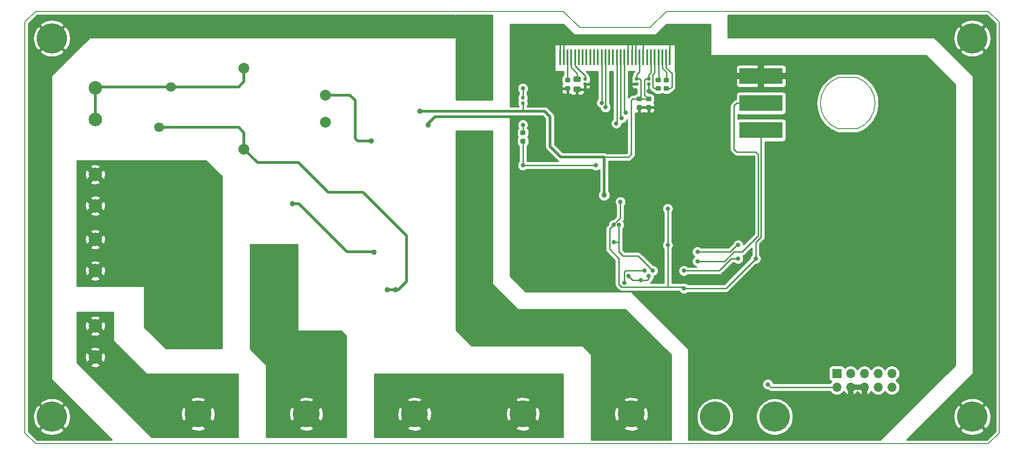
<source format=gbr>
%TF.GenerationSoftware,KiCad,Pcbnew,5.1.4*%
%TF.CreationDate,2019-08-26T22:55:56+02:00*%
%TF.ProjectId,hotplate_ctl,686f7470-6c61-4746-955f-63746c2e6b69,rev?*%
%TF.SameCoordinates,Original*%
%TF.FileFunction,Copper,L2,Bot*%
%TF.FilePolarity,Positive*%
%FSLAX46Y46*%
G04 Gerber Fmt 4.6, Leading zero omitted, Abs format (unit mm)*
G04 Created by KiCad (PCBNEW 5.1.4) date 2019-08-26 22:55:56*
%MOMM*%
%LPD*%
G04 APERTURE LIST*
%ADD10C,0.150000*%
%ADD11R,8.000000X3.000000*%
%ADD12C,0.875000*%
%ADD13C,0.590000*%
%ADD14O,1.700000X1.700000*%
%ADD15R,1.700000X1.700000*%
%ADD16C,5.600000*%
%ADD17C,2.500000*%
%ADD18C,5.000000*%
%ADD19C,2.000000*%
%ADD20C,1.800000*%
%ADD21R,0.400000X3.000000*%
%ADD22C,0.975000*%
%ADD23C,0.800000*%
%ADD24C,1.000000*%
%ADD25C,0.500000*%
%ADD26C,0.250000*%
%ADD27C,1.200000*%
%ADD28C,0.254000*%
G04 APERTURE END LIST*
D10*
X230250000Y-71750000D02*
G75*
G02X230250000Y-62250000I1750000J4750000D01*
G01*
X233750000Y-62250000D02*
G75*
G02X233750000Y-71750000I-1750000J-4750000D01*
G01*
X230250000Y-71750000D02*
X233750000Y-71750000D01*
X230250000Y-62250000D02*
X233750000Y-62250000D01*
X198500000Y-50000000D02*
X258000000Y-50000000D01*
X258000000Y-50000000D02*
X260000000Y-52000000D01*
X82000000Y-130000000D02*
X258000000Y-130000000D01*
X195500000Y-53000000D02*
X198500000Y-50000000D01*
X182500000Y-53000000D02*
X195500000Y-53000000D01*
X179500000Y-50000000D02*
X182500000Y-53000000D01*
X80000000Y-128000000D02*
X82000000Y-130000000D01*
X260000000Y-128000000D02*
X258000000Y-130000000D01*
X82000000Y-50000000D02*
X80000000Y-52000000D01*
X179500000Y-50000000D02*
X82000000Y-50000000D01*
X260000000Y-128000000D02*
X260000000Y-52000000D01*
X80000000Y-52000000D02*
X80000000Y-128000000D01*
D11*
X216000000Y-62000000D03*
X216000000Y-72000000D03*
X216000000Y-67000000D03*
D10*
G36*
X172277691Y-73601053D02*
G01*
X172298926Y-73604203D01*
X172319750Y-73609419D01*
X172339962Y-73616651D01*
X172359368Y-73625830D01*
X172377781Y-73636866D01*
X172395024Y-73649654D01*
X172410930Y-73664070D01*
X172425346Y-73679976D01*
X172438134Y-73697219D01*
X172449170Y-73715632D01*
X172458349Y-73735038D01*
X172465581Y-73755250D01*
X172470797Y-73776074D01*
X172473947Y-73797309D01*
X172475000Y-73818750D01*
X172475000Y-74256250D01*
X172473947Y-74277691D01*
X172470797Y-74298926D01*
X172465581Y-74319750D01*
X172458349Y-74339962D01*
X172449170Y-74359368D01*
X172438134Y-74377781D01*
X172425346Y-74395024D01*
X172410930Y-74410930D01*
X172395024Y-74425346D01*
X172377781Y-74438134D01*
X172359368Y-74449170D01*
X172339962Y-74458349D01*
X172319750Y-74465581D01*
X172298926Y-74470797D01*
X172277691Y-74473947D01*
X172256250Y-74475000D01*
X171743750Y-74475000D01*
X171722309Y-74473947D01*
X171701074Y-74470797D01*
X171680250Y-74465581D01*
X171660038Y-74458349D01*
X171640632Y-74449170D01*
X171622219Y-74438134D01*
X171604976Y-74425346D01*
X171589070Y-74410930D01*
X171574654Y-74395024D01*
X171561866Y-74377781D01*
X171550830Y-74359368D01*
X171541651Y-74339962D01*
X171534419Y-74319750D01*
X171529203Y-74298926D01*
X171526053Y-74277691D01*
X171525000Y-74256250D01*
X171525000Y-73818750D01*
X171526053Y-73797309D01*
X171529203Y-73776074D01*
X171534419Y-73755250D01*
X171541651Y-73735038D01*
X171550830Y-73715632D01*
X171561866Y-73697219D01*
X171574654Y-73679976D01*
X171589070Y-73664070D01*
X171604976Y-73649654D01*
X171622219Y-73636866D01*
X171640632Y-73625830D01*
X171660038Y-73616651D01*
X171680250Y-73609419D01*
X171701074Y-73604203D01*
X171722309Y-73601053D01*
X171743750Y-73600000D01*
X172256250Y-73600000D01*
X172277691Y-73601053D01*
X172277691Y-73601053D01*
G37*
D12*
X172000000Y-74037500D03*
D10*
G36*
X172277691Y-72026053D02*
G01*
X172298926Y-72029203D01*
X172319750Y-72034419D01*
X172339962Y-72041651D01*
X172359368Y-72050830D01*
X172377781Y-72061866D01*
X172395024Y-72074654D01*
X172410930Y-72089070D01*
X172425346Y-72104976D01*
X172438134Y-72122219D01*
X172449170Y-72140632D01*
X172458349Y-72160038D01*
X172465581Y-72180250D01*
X172470797Y-72201074D01*
X172473947Y-72222309D01*
X172475000Y-72243750D01*
X172475000Y-72681250D01*
X172473947Y-72702691D01*
X172470797Y-72723926D01*
X172465581Y-72744750D01*
X172458349Y-72764962D01*
X172449170Y-72784368D01*
X172438134Y-72802781D01*
X172425346Y-72820024D01*
X172410930Y-72835930D01*
X172395024Y-72850346D01*
X172377781Y-72863134D01*
X172359368Y-72874170D01*
X172339962Y-72883349D01*
X172319750Y-72890581D01*
X172298926Y-72895797D01*
X172277691Y-72898947D01*
X172256250Y-72900000D01*
X171743750Y-72900000D01*
X171722309Y-72898947D01*
X171701074Y-72895797D01*
X171680250Y-72890581D01*
X171660038Y-72883349D01*
X171640632Y-72874170D01*
X171622219Y-72863134D01*
X171604976Y-72850346D01*
X171589070Y-72835930D01*
X171574654Y-72820024D01*
X171561866Y-72802781D01*
X171550830Y-72784368D01*
X171541651Y-72764962D01*
X171534419Y-72744750D01*
X171529203Y-72723926D01*
X171526053Y-72702691D01*
X171525000Y-72681250D01*
X171525000Y-72243750D01*
X171526053Y-72222309D01*
X171529203Y-72201074D01*
X171534419Y-72180250D01*
X171541651Y-72160038D01*
X171550830Y-72140632D01*
X171561866Y-72122219D01*
X171574654Y-72104976D01*
X171589070Y-72089070D01*
X171604976Y-72074654D01*
X171622219Y-72061866D01*
X171640632Y-72050830D01*
X171660038Y-72041651D01*
X171680250Y-72034419D01*
X171701074Y-72029203D01*
X171722309Y-72026053D01*
X171743750Y-72025000D01*
X172256250Y-72025000D01*
X172277691Y-72026053D01*
X172277691Y-72026053D01*
G37*
D12*
X172000000Y-72462500D03*
D10*
G36*
X172186958Y-65720710D02*
G01*
X172201276Y-65722834D01*
X172215317Y-65726351D01*
X172228946Y-65731228D01*
X172242031Y-65737417D01*
X172254447Y-65744858D01*
X172266073Y-65753481D01*
X172276798Y-65763202D01*
X172286519Y-65773927D01*
X172295142Y-65785553D01*
X172302583Y-65797969D01*
X172308772Y-65811054D01*
X172313649Y-65824683D01*
X172317166Y-65838724D01*
X172319290Y-65853042D01*
X172320000Y-65867500D01*
X172320000Y-66162500D01*
X172319290Y-66176958D01*
X172317166Y-66191276D01*
X172313649Y-66205317D01*
X172308772Y-66218946D01*
X172302583Y-66232031D01*
X172295142Y-66244447D01*
X172286519Y-66256073D01*
X172276798Y-66266798D01*
X172266073Y-66276519D01*
X172254447Y-66285142D01*
X172242031Y-66292583D01*
X172228946Y-66298772D01*
X172215317Y-66303649D01*
X172201276Y-66307166D01*
X172186958Y-66309290D01*
X172172500Y-66310000D01*
X171827500Y-66310000D01*
X171813042Y-66309290D01*
X171798724Y-66307166D01*
X171784683Y-66303649D01*
X171771054Y-66298772D01*
X171757969Y-66292583D01*
X171745553Y-66285142D01*
X171733927Y-66276519D01*
X171723202Y-66266798D01*
X171713481Y-66256073D01*
X171704858Y-66244447D01*
X171697417Y-66232031D01*
X171691228Y-66218946D01*
X171686351Y-66205317D01*
X171682834Y-66191276D01*
X171680710Y-66176958D01*
X171680000Y-66162500D01*
X171680000Y-65867500D01*
X171680710Y-65853042D01*
X171682834Y-65838724D01*
X171686351Y-65824683D01*
X171691228Y-65811054D01*
X171697417Y-65797969D01*
X171704858Y-65785553D01*
X171713481Y-65773927D01*
X171723202Y-65763202D01*
X171733927Y-65753481D01*
X171745553Y-65744858D01*
X171757969Y-65737417D01*
X171771054Y-65731228D01*
X171784683Y-65726351D01*
X171798724Y-65722834D01*
X171813042Y-65720710D01*
X171827500Y-65720000D01*
X172172500Y-65720000D01*
X172186958Y-65720710D01*
X172186958Y-65720710D01*
G37*
D13*
X172000000Y-66015000D03*
D10*
G36*
X172186958Y-66690710D02*
G01*
X172201276Y-66692834D01*
X172215317Y-66696351D01*
X172228946Y-66701228D01*
X172242031Y-66707417D01*
X172254447Y-66714858D01*
X172266073Y-66723481D01*
X172276798Y-66733202D01*
X172286519Y-66743927D01*
X172295142Y-66755553D01*
X172302583Y-66767969D01*
X172308772Y-66781054D01*
X172313649Y-66794683D01*
X172317166Y-66808724D01*
X172319290Y-66823042D01*
X172320000Y-66837500D01*
X172320000Y-67132500D01*
X172319290Y-67146958D01*
X172317166Y-67161276D01*
X172313649Y-67175317D01*
X172308772Y-67188946D01*
X172302583Y-67202031D01*
X172295142Y-67214447D01*
X172286519Y-67226073D01*
X172276798Y-67236798D01*
X172266073Y-67246519D01*
X172254447Y-67255142D01*
X172242031Y-67262583D01*
X172228946Y-67268772D01*
X172215317Y-67273649D01*
X172201276Y-67277166D01*
X172186958Y-67279290D01*
X172172500Y-67280000D01*
X171827500Y-67280000D01*
X171813042Y-67279290D01*
X171798724Y-67277166D01*
X171784683Y-67273649D01*
X171771054Y-67268772D01*
X171757969Y-67262583D01*
X171745553Y-67255142D01*
X171733927Y-67246519D01*
X171723202Y-67236798D01*
X171713481Y-67226073D01*
X171704858Y-67214447D01*
X171697417Y-67202031D01*
X171691228Y-67188946D01*
X171686351Y-67175317D01*
X171682834Y-67161276D01*
X171680710Y-67146958D01*
X171680000Y-67132500D01*
X171680000Y-66837500D01*
X171680710Y-66823042D01*
X171682834Y-66808724D01*
X171686351Y-66794683D01*
X171691228Y-66781054D01*
X171697417Y-66767969D01*
X171704858Y-66755553D01*
X171713481Y-66743927D01*
X171723202Y-66733202D01*
X171733927Y-66723481D01*
X171745553Y-66714858D01*
X171757969Y-66707417D01*
X171771054Y-66701228D01*
X171784683Y-66696351D01*
X171798724Y-66692834D01*
X171813042Y-66690710D01*
X171827500Y-66690000D01*
X172172500Y-66690000D01*
X172186958Y-66690710D01*
X172186958Y-66690710D01*
G37*
D13*
X172000000Y-66985000D03*
D14*
X240160000Y-119540000D03*
X240160000Y-117000000D03*
X237620000Y-119540000D03*
X237620000Y-117000000D03*
X235080000Y-119540000D03*
X235080000Y-117000000D03*
X232540000Y-119540000D03*
X232540000Y-117000000D03*
X230000000Y-119540000D03*
D15*
X230000000Y-117000000D03*
D16*
X218500000Y-125000000D03*
X207500000Y-125000000D03*
D17*
X93000000Y-98000000D03*
X93000000Y-92200000D03*
X93000000Y-114000000D03*
X93000000Y-108200000D03*
X93000000Y-80200000D03*
X93000000Y-86000000D03*
X93000000Y-64200000D03*
X93000000Y-70000000D03*
D18*
X192000000Y-124500000D03*
X172000000Y-124500000D03*
X132000000Y-124500000D03*
X152000000Y-124500000D03*
X112000000Y-124500000D03*
D16*
X85000000Y-125000000D03*
D19*
X135500000Y-70500000D03*
X135500000Y-65500000D03*
X120500000Y-75500000D03*
X120500000Y-60500000D03*
D20*
X104800000Y-71500000D03*
X107000000Y-64000000D03*
D21*
X183050000Y-58500000D03*
X180950000Y-58500000D03*
X178850000Y-58500000D03*
X184450000Y-58500000D03*
X182350000Y-58500000D03*
X185150000Y-58500000D03*
X181650000Y-58500000D03*
X180250000Y-58500000D03*
X189350000Y-58500000D03*
X190050000Y-58500000D03*
X194250000Y-58500000D03*
X199150000Y-58500000D03*
X197750000Y-58500000D03*
X190750000Y-58500000D03*
X186550000Y-58500000D03*
X187250000Y-58500000D03*
X185850000Y-58500000D03*
X191450000Y-58500000D03*
X187950000Y-58500000D03*
X192150000Y-58500000D03*
X188650000Y-58500000D03*
X179550000Y-58500000D03*
X183750000Y-58500000D03*
X192850000Y-58500000D03*
X198450000Y-58500000D03*
X196350000Y-58500000D03*
X193550000Y-58500000D03*
X197050000Y-58500000D03*
X195650000Y-58500000D03*
X194950000Y-58500000D03*
D10*
G36*
X183686958Y-62220710D02*
G01*
X183701276Y-62222834D01*
X183715317Y-62226351D01*
X183728946Y-62231228D01*
X183742031Y-62237417D01*
X183754447Y-62244858D01*
X183766073Y-62253481D01*
X183776798Y-62263202D01*
X183786519Y-62273927D01*
X183795142Y-62285553D01*
X183802583Y-62297969D01*
X183808772Y-62311054D01*
X183813649Y-62324683D01*
X183817166Y-62338724D01*
X183819290Y-62353042D01*
X183820000Y-62367500D01*
X183820000Y-62662500D01*
X183819290Y-62676958D01*
X183817166Y-62691276D01*
X183813649Y-62705317D01*
X183808772Y-62718946D01*
X183802583Y-62732031D01*
X183795142Y-62744447D01*
X183786519Y-62756073D01*
X183776798Y-62766798D01*
X183766073Y-62776519D01*
X183754447Y-62785142D01*
X183742031Y-62792583D01*
X183728946Y-62798772D01*
X183715317Y-62803649D01*
X183701276Y-62807166D01*
X183686958Y-62809290D01*
X183672500Y-62810000D01*
X183327500Y-62810000D01*
X183313042Y-62809290D01*
X183298724Y-62807166D01*
X183284683Y-62803649D01*
X183271054Y-62798772D01*
X183257969Y-62792583D01*
X183245553Y-62785142D01*
X183233927Y-62776519D01*
X183223202Y-62766798D01*
X183213481Y-62756073D01*
X183204858Y-62744447D01*
X183197417Y-62732031D01*
X183191228Y-62718946D01*
X183186351Y-62705317D01*
X183182834Y-62691276D01*
X183180710Y-62676958D01*
X183180000Y-62662500D01*
X183180000Y-62367500D01*
X183180710Y-62353042D01*
X183182834Y-62338724D01*
X183186351Y-62324683D01*
X183191228Y-62311054D01*
X183197417Y-62297969D01*
X183204858Y-62285553D01*
X183213481Y-62273927D01*
X183223202Y-62263202D01*
X183233927Y-62253481D01*
X183245553Y-62244858D01*
X183257969Y-62237417D01*
X183271054Y-62231228D01*
X183284683Y-62226351D01*
X183298724Y-62222834D01*
X183313042Y-62220710D01*
X183327500Y-62220000D01*
X183672500Y-62220000D01*
X183686958Y-62220710D01*
X183686958Y-62220710D01*
G37*
D13*
X183500000Y-62515000D03*
D10*
G36*
X183686958Y-63190710D02*
G01*
X183701276Y-63192834D01*
X183715317Y-63196351D01*
X183728946Y-63201228D01*
X183742031Y-63207417D01*
X183754447Y-63214858D01*
X183766073Y-63223481D01*
X183776798Y-63233202D01*
X183786519Y-63243927D01*
X183795142Y-63255553D01*
X183802583Y-63267969D01*
X183808772Y-63281054D01*
X183813649Y-63294683D01*
X183817166Y-63308724D01*
X183819290Y-63323042D01*
X183820000Y-63337500D01*
X183820000Y-63632500D01*
X183819290Y-63646958D01*
X183817166Y-63661276D01*
X183813649Y-63675317D01*
X183808772Y-63688946D01*
X183802583Y-63702031D01*
X183795142Y-63714447D01*
X183786519Y-63726073D01*
X183776798Y-63736798D01*
X183766073Y-63746519D01*
X183754447Y-63755142D01*
X183742031Y-63762583D01*
X183728946Y-63768772D01*
X183715317Y-63773649D01*
X183701276Y-63777166D01*
X183686958Y-63779290D01*
X183672500Y-63780000D01*
X183327500Y-63780000D01*
X183313042Y-63779290D01*
X183298724Y-63777166D01*
X183284683Y-63773649D01*
X183271054Y-63768772D01*
X183257969Y-63762583D01*
X183245553Y-63755142D01*
X183233927Y-63746519D01*
X183223202Y-63736798D01*
X183213481Y-63726073D01*
X183204858Y-63714447D01*
X183197417Y-63702031D01*
X183191228Y-63688946D01*
X183186351Y-63675317D01*
X183182834Y-63661276D01*
X183180710Y-63646958D01*
X183180000Y-63632500D01*
X183180000Y-63337500D01*
X183180710Y-63323042D01*
X183182834Y-63308724D01*
X183186351Y-63294683D01*
X183191228Y-63281054D01*
X183197417Y-63267969D01*
X183204858Y-63255553D01*
X183213481Y-63243927D01*
X183223202Y-63233202D01*
X183233927Y-63223481D01*
X183245553Y-63214858D01*
X183257969Y-63207417D01*
X183271054Y-63201228D01*
X183284683Y-63196351D01*
X183298724Y-63192834D01*
X183313042Y-63190710D01*
X183327500Y-63190000D01*
X183672500Y-63190000D01*
X183686958Y-63190710D01*
X183686958Y-63190710D01*
G37*
D13*
X183500000Y-63485000D03*
D10*
G36*
X195527691Y-65776053D02*
G01*
X195548926Y-65779203D01*
X195569750Y-65784419D01*
X195589962Y-65791651D01*
X195609368Y-65800830D01*
X195627781Y-65811866D01*
X195645024Y-65824654D01*
X195660930Y-65839070D01*
X195675346Y-65854976D01*
X195688134Y-65872219D01*
X195699170Y-65890632D01*
X195708349Y-65910038D01*
X195715581Y-65930250D01*
X195720797Y-65951074D01*
X195723947Y-65972309D01*
X195725000Y-65993750D01*
X195725000Y-66431250D01*
X195723947Y-66452691D01*
X195720797Y-66473926D01*
X195715581Y-66494750D01*
X195708349Y-66514962D01*
X195699170Y-66534368D01*
X195688134Y-66552781D01*
X195675346Y-66570024D01*
X195660930Y-66585930D01*
X195645024Y-66600346D01*
X195627781Y-66613134D01*
X195609368Y-66624170D01*
X195589962Y-66633349D01*
X195569750Y-66640581D01*
X195548926Y-66645797D01*
X195527691Y-66648947D01*
X195506250Y-66650000D01*
X194993750Y-66650000D01*
X194972309Y-66648947D01*
X194951074Y-66645797D01*
X194930250Y-66640581D01*
X194910038Y-66633349D01*
X194890632Y-66624170D01*
X194872219Y-66613134D01*
X194854976Y-66600346D01*
X194839070Y-66585930D01*
X194824654Y-66570024D01*
X194811866Y-66552781D01*
X194800830Y-66534368D01*
X194791651Y-66514962D01*
X194784419Y-66494750D01*
X194779203Y-66473926D01*
X194776053Y-66452691D01*
X194775000Y-66431250D01*
X194775000Y-65993750D01*
X194776053Y-65972309D01*
X194779203Y-65951074D01*
X194784419Y-65930250D01*
X194791651Y-65910038D01*
X194800830Y-65890632D01*
X194811866Y-65872219D01*
X194824654Y-65854976D01*
X194839070Y-65839070D01*
X194854976Y-65824654D01*
X194872219Y-65811866D01*
X194890632Y-65800830D01*
X194910038Y-65791651D01*
X194930250Y-65784419D01*
X194951074Y-65779203D01*
X194972309Y-65776053D01*
X194993750Y-65775000D01*
X195506250Y-65775000D01*
X195527691Y-65776053D01*
X195527691Y-65776053D01*
G37*
D12*
X195250000Y-66212500D03*
D10*
G36*
X195527691Y-67351053D02*
G01*
X195548926Y-67354203D01*
X195569750Y-67359419D01*
X195589962Y-67366651D01*
X195609368Y-67375830D01*
X195627781Y-67386866D01*
X195645024Y-67399654D01*
X195660930Y-67414070D01*
X195675346Y-67429976D01*
X195688134Y-67447219D01*
X195699170Y-67465632D01*
X195708349Y-67485038D01*
X195715581Y-67505250D01*
X195720797Y-67526074D01*
X195723947Y-67547309D01*
X195725000Y-67568750D01*
X195725000Y-68006250D01*
X195723947Y-68027691D01*
X195720797Y-68048926D01*
X195715581Y-68069750D01*
X195708349Y-68089962D01*
X195699170Y-68109368D01*
X195688134Y-68127781D01*
X195675346Y-68145024D01*
X195660930Y-68160930D01*
X195645024Y-68175346D01*
X195627781Y-68188134D01*
X195609368Y-68199170D01*
X195589962Y-68208349D01*
X195569750Y-68215581D01*
X195548926Y-68220797D01*
X195527691Y-68223947D01*
X195506250Y-68225000D01*
X194993750Y-68225000D01*
X194972309Y-68223947D01*
X194951074Y-68220797D01*
X194930250Y-68215581D01*
X194910038Y-68208349D01*
X194890632Y-68199170D01*
X194872219Y-68188134D01*
X194854976Y-68175346D01*
X194839070Y-68160930D01*
X194824654Y-68145024D01*
X194811866Y-68127781D01*
X194800830Y-68109368D01*
X194791651Y-68089962D01*
X194784419Y-68069750D01*
X194779203Y-68048926D01*
X194776053Y-68027691D01*
X194775000Y-68006250D01*
X194775000Y-67568750D01*
X194776053Y-67547309D01*
X194779203Y-67526074D01*
X194784419Y-67505250D01*
X194791651Y-67485038D01*
X194800830Y-67465632D01*
X194811866Y-67447219D01*
X194824654Y-67429976D01*
X194839070Y-67414070D01*
X194854976Y-67399654D01*
X194872219Y-67386866D01*
X194890632Y-67375830D01*
X194910038Y-67366651D01*
X194930250Y-67359419D01*
X194951074Y-67354203D01*
X194972309Y-67351053D01*
X194993750Y-67350000D01*
X195506250Y-67350000D01*
X195527691Y-67351053D01*
X195527691Y-67351053D01*
G37*
D12*
X195250000Y-67787500D03*
D10*
G36*
X193777691Y-65776053D02*
G01*
X193798926Y-65779203D01*
X193819750Y-65784419D01*
X193839962Y-65791651D01*
X193859368Y-65800830D01*
X193877781Y-65811866D01*
X193895024Y-65824654D01*
X193910930Y-65839070D01*
X193925346Y-65854976D01*
X193938134Y-65872219D01*
X193949170Y-65890632D01*
X193958349Y-65910038D01*
X193965581Y-65930250D01*
X193970797Y-65951074D01*
X193973947Y-65972309D01*
X193975000Y-65993750D01*
X193975000Y-66431250D01*
X193973947Y-66452691D01*
X193970797Y-66473926D01*
X193965581Y-66494750D01*
X193958349Y-66514962D01*
X193949170Y-66534368D01*
X193938134Y-66552781D01*
X193925346Y-66570024D01*
X193910930Y-66585930D01*
X193895024Y-66600346D01*
X193877781Y-66613134D01*
X193859368Y-66624170D01*
X193839962Y-66633349D01*
X193819750Y-66640581D01*
X193798926Y-66645797D01*
X193777691Y-66648947D01*
X193756250Y-66650000D01*
X193243750Y-66650000D01*
X193222309Y-66648947D01*
X193201074Y-66645797D01*
X193180250Y-66640581D01*
X193160038Y-66633349D01*
X193140632Y-66624170D01*
X193122219Y-66613134D01*
X193104976Y-66600346D01*
X193089070Y-66585930D01*
X193074654Y-66570024D01*
X193061866Y-66552781D01*
X193050830Y-66534368D01*
X193041651Y-66514962D01*
X193034419Y-66494750D01*
X193029203Y-66473926D01*
X193026053Y-66452691D01*
X193025000Y-66431250D01*
X193025000Y-65993750D01*
X193026053Y-65972309D01*
X193029203Y-65951074D01*
X193034419Y-65930250D01*
X193041651Y-65910038D01*
X193050830Y-65890632D01*
X193061866Y-65872219D01*
X193074654Y-65854976D01*
X193089070Y-65839070D01*
X193104976Y-65824654D01*
X193122219Y-65811866D01*
X193140632Y-65800830D01*
X193160038Y-65791651D01*
X193180250Y-65784419D01*
X193201074Y-65779203D01*
X193222309Y-65776053D01*
X193243750Y-65775000D01*
X193756250Y-65775000D01*
X193777691Y-65776053D01*
X193777691Y-65776053D01*
G37*
D12*
X193500000Y-66212500D03*
D10*
G36*
X193777691Y-67351053D02*
G01*
X193798926Y-67354203D01*
X193819750Y-67359419D01*
X193839962Y-67366651D01*
X193859368Y-67375830D01*
X193877781Y-67386866D01*
X193895024Y-67399654D01*
X193910930Y-67414070D01*
X193925346Y-67429976D01*
X193938134Y-67447219D01*
X193949170Y-67465632D01*
X193958349Y-67485038D01*
X193965581Y-67505250D01*
X193970797Y-67526074D01*
X193973947Y-67547309D01*
X193975000Y-67568750D01*
X193975000Y-68006250D01*
X193973947Y-68027691D01*
X193970797Y-68048926D01*
X193965581Y-68069750D01*
X193958349Y-68089962D01*
X193949170Y-68109368D01*
X193938134Y-68127781D01*
X193925346Y-68145024D01*
X193910930Y-68160930D01*
X193895024Y-68175346D01*
X193877781Y-68188134D01*
X193859368Y-68199170D01*
X193839962Y-68208349D01*
X193819750Y-68215581D01*
X193798926Y-68220797D01*
X193777691Y-68223947D01*
X193756250Y-68225000D01*
X193243750Y-68225000D01*
X193222309Y-68223947D01*
X193201074Y-68220797D01*
X193180250Y-68215581D01*
X193160038Y-68208349D01*
X193140632Y-68199170D01*
X193122219Y-68188134D01*
X193104976Y-68175346D01*
X193089070Y-68160930D01*
X193074654Y-68145024D01*
X193061866Y-68127781D01*
X193050830Y-68109368D01*
X193041651Y-68089962D01*
X193034419Y-68069750D01*
X193029203Y-68048926D01*
X193026053Y-68027691D01*
X193025000Y-68006250D01*
X193025000Y-67568750D01*
X193026053Y-67547309D01*
X193029203Y-67526074D01*
X193034419Y-67505250D01*
X193041651Y-67485038D01*
X193050830Y-67465632D01*
X193061866Y-67447219D01*
X193074654Y-67429976D01*
X193089070Y-67414070D01*
X193104976Y-67399654D01*
X193122219Y-67386866D01*
X193140632Y-67375830D01*
X193160038Y-67366651D01*
X193180250Y-67359419D01*
X193201074Y-67354203D01*
X193222309Y-67351053D01*
X193243750Y-67350000D01*
X193756250Y-67350000D01*
X193777691Y-67351053D01*
X193777691Y-67351053D01*
G37*
D12*
X193500000Y-67787500D03*
D10*
G36*
X195436958Y-63190710D02*
G01*
X195451276Y-63192834D01*
X195465317Y-63196351D01*
X195478946Y-63201228D01*
X195492031Y-63207417D01*
X195504447Y-63214858D01*
X195516073Y-63223481D01*
X195526798Y-63233202D01*
X195536519Y-63243927D01*
X195545142Y-63255553D01*
X195552583Y-63267969D01*
X195558772Y-63281054D01*
X195563649Y-63294683D01*
X195567166Y-63308724D01*
X195569290Y-63323042D01*
X195570000Y-63337500D01*
X195570000Y-63632500D01*
X195569290Y-63646958D01*
X195567166Y-63661276D01*
X195563649Y-63675317D01*
X195558772Y-63688946D01*
X195552583Y-63702031D01*
X195545142Y-63714447D01*
X195536519Y-63726073D01*
X195526798Y-63736798D01*
X195516073Y-63746519D01*
X195504447Y-63755142D01*
X195492031Y-63762583D01*
X195478946Y-63768772D01*
X195465317Y-63773649D01*
X195451276Y-63777166D01*
X195436958Y-63779290D01*
X195422500Y-63780000D01*
X195077500Y-63780000D01*
X195063042Y-63779290D01*
X195048724Y-63777166D01*
X195034683Y-63773649D01*
X195021054Y-63768772D01*
X195007969Y-63762583D01*
X194995553Y-63755142D01*
X194983927Y-63746519D01*
X194973202Y-63736798D01*
X194963481Y-63726073D01*
X194954858Y-63714447D01*
X194947417Y-63702031D01*
X194941228Y-63688946D01*
X194936351Y-63675317D01*
X194932834Y-63661276D01*
X194930710Y-63646958D01*
X194930000Y-63632500D01*
X194930000Y-63337500D01*
X194930710Y-63323042D01*
X194932834Y-63308724D01*
X194936351Y-63294683D01*
X194941228Y-63281054D01*
X194947417Y-63267969D01*
X194954858Y-63255553D01*
X194963481Y-63243927D01*
X194973202Y-63233202D01*
X194983927Y-63223481D01*
X194995553Y-63214858D01*
X195007969Y-63207417D01*
X195021054Y-63201228D01*
X195034683Y-63196351D01*
X195048724Y-63192834D01*
X195063042Y-63190710D01*
X195077500Y-63190000D01*
X195422500Y-63190000D01*
X195436958Y-63190710D01*
X195436958Y-63190710D01*
G37*
D13*
X195250000Y-63485000D03*
D10*
G36*
X195436958Y-62220710D02*
G01*
X195451276Y-62222834D01*
X195465317Y-62226351D01*
X195478946Y-62231228D01*
X195492031Y-62237417D01*
X195504447Y-62244858D01*
X195516073Y-62253481D01*
X195526798Y-62263202D01*
X195536519Y-62273927D01*
X195545142Y-62285553D01*
X195552583Y-62297969D01*
X195558772Y-62311054D01*
X195563649Y-62324683D01*
X195567166Y-62338724D01*
X195569290Y-62353042D01*
X195570000Y-62367500D01*
X195570000Y-62662500D01*
X195569290Y-62676958D01*
X195567166Y-62691276D01*
X195563649Y-62705317D01*
X195558772Y-62718946D01*
X195552583Y-62732031D01*
X195545142Y-62744447D01*
X195536519Y-62756073D01*
X195526798Y-62766798D01*
X195516073Y-62776519D01*
X195504447Y-62785142D01*
X195492031Y-62792583D01*
X195478946Y-62798772D01*
X195465317Y-62803649D01*
X195451276Y-62807166D01*
X195436958Y-62809290D01*
X195422500Y-62810000D01*
X195077500Y-62810000D01*
X195063042Y-62809290D01*
X195048724Y-62807166D01*
X195034683Y-62803649D01*
X195021054Y-62798772D01*
X195007969Y-62792583D01*
X194995553Y-62785142D01*
X194983927Y-62776519D01*
X194973202Y-62766798D01*
X194963481Y-62756073D01*
X194954858Y-62744447D01*
X194947417Y-62732031D01*
X194941228Y-62718946D01*
X194936351Y-62705317D01*
X194932834Y-62691276D01*
X194930710Y-62676958D01*
X194930000Y-62662500D01*
X194930000Y-62367500D01*
X194930710Y-62353042D01*
X194932834Y-62338724D01*
X194936351Y-62324683D01*
X194941228Y-62311054D01*
X194947417Y-62297969D01*
X194954858Y-62285553D01*
X194963481Y-62273927D01*
X194973202Y-62263202D01*
X194983927Y-62253481D01*
X194995553Y-62244858D01*
X195007969Y-62237417D01*
X195021054Y-62231228D01*
X195034683Y-62226351D01*
X195048724Y-62222834D01*
X195063042Y-62220710D01*
X195077500Y-62220000D01*
X195422500Y-62220000D01*
X195436958Y-62220710D01*
X195436958Y-62220710D01*
G37*
D13*
X195250000Y-62515000D03*
D10*
G36*
X193186958Y-63175710D02*
G01*
X193201276Y-63177834D01*
X193215317Y-63181351D01*
X193228946Y-63186228D01*
X193242031Y-63192417D01*
X193254447Y-63199858D01*
X193266073Y-63208481D01*
X193276798Y-63218202D01*
X193286519Y-63228927D01*
X193295142Y-63240553D01*
X193302583Y-63252969D01*
X193308772Y-63266054D01*
X193313649Y-63279683D01*
X193317166Y-63293724D01*
X193319290Y-63308042D01*
X193320000Y-63322500D01*
X193320000Y-63617500D01*
X193319290Y-63631958D01*
X193317166Y-63646276D01*
X193313649Y-63660317D01*
X193308772Y-63673946D01*
X193302583Y-63687031D01*
X193295142Y-63699447D01*
X193286519Y-63711073D01*
X193276798Y-63721798D01*
X193266073Y-63731519D01*
X193254447Y-63740142D01*
X193242031Y-63747583D01*
X193228946Y-63753772D01*
X193215317Y-63758649D01*
X193201276Y-63762166D01*
X193186958Y-63764290D01*
X193172500Y-63765000D01*
X192827500Y-63765000D01*
X192813042Y-63764290D01*
X192798724Y-63762166D01*
X192784683Y-63758649D01*
X192771054Y-63753772D01*
X192757969Y-63747583D01*
X192745553Y-63740142D01*
X192733927Y-63731519D01*
X192723202Y-63721798D01*
X192713481Y-63711073D01*
X192704858Y-63699447D01*
X192697417Y-63687031D01*
X192691228Y-63673946D01*
X192686351Y-63660317D01*
X192682834Y-63646276D01*
X192680710Y-63631958D01*
X192680000Y-63617500D01*
X192680000Y-63322500D01*
X192680710Y-63308042D01*
X192682834Y-63293724D01*
X192686351Y-63279683D01*
X192691228Y-63266054D01*
X192697417Y-63252969D01*
X192704858Y-63240553D01*
X192713481Y-63228927D01*
X192723202Y-63218202D01*
X192733927Y-63208481D01*
X192745553Y-63199858D01*
X192757969Y-63192417D01*
X192771054Y-63186228D01*
X192784683Y-63181351D01*
X192798724Y-63177834D01*
X192813042Y-63175710D01*
X192827500Y-63175000D01*
X193172500Y-63175000D01*
X193186958Y-63175710D01*
X193186958Y-63175710D01*
G37*
D13*
X193000000Y-63470000D03*
D10*
G36*
X193186958Y-62205710D02*
G01*
X193201276Y-62207834D01*
X193215317Y-62211351D01*
X193228946Y-62216228D01*
X193242031Y-62222417D01*
X193254447Y-62229858D01*
X193266073Y-62238481D01*
X193276798Y-62248202D01*
X193286519Y-62258927D01*
X193295142Y-62270553D01*
X193302583Y-62282969D01*
X193308772Y-62296054D01*
X193313649Y-62309683D01*
X193317166Y-62323724D01*
X193319290Y-62338042D01*
X193320000Y-62352500D01*
X193320000Y-62647500D01*
X193319290Y-62661958D01*
X193317166Y-62676276D01*
X193313649Y-62690317D01*
X193308772Y-62703946D01*
X193302583Y-62717031D01*
X193295142Y-62729447D01*
X193286519Y-62741073D01*
X193276798Y-62751798D01*
X193266073Y-62761519D01*
X193254447Y-62770142D01*
X193242031Y-62777583D01*
X193228946Y-62783772D01*
X193215317Y-62788649D01*
X193201276Y-62792166D01*
X193186958Y-62794290D01*
X193172500Y-62795000D01*
X192827500Y-62795000D01*
X192813042Y-62794290D01*
X192798724Y-62792166D01*
X192784683Y-62788649D01*
X192771054Y-62783772D01*
X192757969Y-62777583D01*
X192745553Y-62770142D01*
X192733927Y-62761519D01*
X192723202Y-62751798D01*
X192713481Y-62741073D01*
X192704858Y-62729447D01*
X192697417Y-62717031D01*
X192691228Y-62703946D01*
X192686351Y-62690317D01*
X192682834Y-62676276D01*
X192680710Y-62661958D01*
X192680000Y-62647500D01*
X192680000Y-62352500D01*
X192680710Y-62338042D01*
X192682834Y-62323724D01*
X192686351Y-62309683D01*
X192691228Y-62296054D01*
X192697417Y-62282969D01*
X192704858Y-62270553D01*
X192713481Y-62258927D01*
X192723202Y-62248202D01*
X192733927Y-62238481D01*
X192745553Y-62229858D01*
X192757969Y-62222417D01*
X192771054Y-62216228D01*
X192784683Y-62211351D01*
X192798724Y-62207834D01*
X192813042Y-62205710D01*
X192827500Y-62205000D01*
X193172500Y-62205000D01*
X193186958Y-62205710D01*
X193186958Y-62205710D01*
G37*
D13*
X193000000Y-62500000D03*
D10*
G36*
X198777691Y-63851053D02*
G01*
X198798926Y-63854203D01*
X198819750Y-63859419D01*
X198839962Y-63866651D01*
X198859368Y-63875830D01*
X198877781Y-63886866D01*
X198895024Y-63899654D01*
X198910930Y-63914070D01*
X198925346Y-63929976D01*
X198938134Y-63947219D01*
X198949170Y-63965632D01*
X198958349Y-63985038D01*
X198965581Y-64005250D01*
X198970797Y-64026074D01*
X198973947Y-64047309D01*
X198975000Y-64068750D01*
X198975000Y-64506250D01*
X198973947Y-64527691D01*
X198970797Y-64548926D01*
X198965581Y-64569750D01*
X198958349Y-64589962D01*
X198949170Y-64609368D01*
X198938134Y-64627781D01*
X198925346Y-64645024D01*
X198910930Y-64660930D01*
X198895024Y-64675346D01*
X198877781Y-64688134D01*
X198859368Y-64699170D01*
X198839962Y-64708349D01*
X198819750Y-64715581D01*
X198798926Y-64720797D01*
X198777691Y-64723947D01*
X198756250Y-64725000D01*
X198243750Y-64725000D01*
X198222309Y-64723947D01*
X198201074Y-64720797D01*
X198180250Y-64715581D01*
X198160038Y-64708349D01*
X198140632Y-64699170D01*
X198122219Y-64688134D01*
X198104976Y-64675346D01*
X198089070Y-64660930D01*
X198074654Y-64645024D01*
X198061866Y-64627781D01*
X198050830Y-64609368D01*
X198041651Y-64589962D01*
X198034419Y-64569750D01*
X198029203Y-64548926D01*
X198026053Y-64527691D01*
X198025000Y-64506250D01*
X198025000Y-64068750D01*
X198026053Y-64047309D01*
X198029203Y-64026074D01*
X198034419Y-64005250D01*
X198041651Y-63985038D01*
X198050830Y-63965632D01*
X198061866Y-63947219D01*
X198074654Y-63929976D01*
X198089070Y-63914070D01*
X198104976Y-63899654D01*
X198122219Y-63886866D01*
X198140632Y-63875830D01*
X198160038Y-63866651D01*
X198180250Y-63859419D01*
X198201074Y-63854203D01*
X198222309Y-63851053D01*
X198243750Y-63850000D01*
X198756250Y-63850000D01*
X198777691Y-63851053D01*
X198777691Y-63851053D01*
G37*
D12*
X198500000Y-64287500D03*
D10*
G36*
X198777691Y-62276053D02*
G01*
X198798926Y-62279203D01*
X198819750Y-62284419D01*
X198839962Y-62291651D01*
X198859368Y-62300830D01*
X198877781Y-62311866D01*
X198895024Y-62324654D01*
X198910930Y-62339070D01*
X198925346Y-62354976D01*
X198938134Y-62372219D01*
X198949170Y-62390632D01*
X198958349Y-62410038D01*
X198965581Y-62430250D01*
X198970797Y-62451074D01*
X198973947Y-62472309D01*
X198975000Y-62493750D01*
X198975000Y-62931250D01*
X198973947Y-62952691D01*
X198970797Y-62973926D01*
X198965581Y-62994750D01*
X198958349Y-63014962D01*
X198949170Y-63034368D01*
X198938134Y-63052781D01*
X198925346Y-63070024D01*
X198910930Y-63085930D01*
X198895024Y-63100346D01*
X198877781Y-63113134D01*
X198859368Y-63124170D01*
X198839962Y-63133349D01*
X198819750Y-63140581D01*
X198798926Y-63145797D01*
X198777691Y-63148947D01*
X198756250Y-63150000D01*
X198243750Y-63150000D01*
X198222309Y-63148947D01*
X198201074Y-63145797D01*
X198180250Y-63140581D01*
X198160038Y-63133349D01*
X198140632Y-63124170D01*
X198122219Y-63113134D01*
X198104976Y-63100346D01*
X198089070Y-63085930D01*
X198074654Y-63070024D01*
X198061866Y-63052781D01*
X198050830Y-63034368D01*
X198041651Y-63014962D01*
X198034419Y-62994750D01*
X198029203Y-62973926D01*
X198026053Y-62952691D01*
X198025000Y-62931250D01*
X198025000Y-62493750D01*
X198026053Y-62472309D01*
X198029203Y-62451074D01*
X198034419Y-62430250D01*
X198041651Y-62410038D01*
X198050830Y-62390632D01*
X198061866Y-62372219D01*
X198074654Y-62354976D01*
X198089070Y-62339070D01*
X198104976Y-62324654D01*
X198122219Y-62311866D01*
X198140632Y-62300830D01*
X198160038Y-62291651D01*
X198180250Y-62284419D01*
X198201074Y-62279203D01*
X198222309Y-62276053D01*
X198243750Y-62275000D01*
X198756250Y-62275000D01*
X198777691Y-62276053D01*
X198777691Y-62276053D01*
G37*
D12*
X198500000Y-62712500D03*
D10*
G36*
X197277691Y-62276053D02*
G01*
X197298926Y-62279203D01*
X197319750Y-62284419D01*
X197339962Y-62291651D01*
X197359368Y-62300830D01*
X197377781Y-62311866D01*
X197395024Y-62324654D01*
X197410930Y-62339070D01*
X197425346Y-62354976D01*
X197438134Y-62372219D01*
X197449170Y-62390632D01*
X197458349Y-62410038D01*
X197465581Y-62430250D01*
X197470797Y-62451074D01*
X197473947Y-62472309D01*
X197475000Y-62493750D01*
X197475000Y-62931250D01*
X197473947Y-62952691D01*
X197470797Y-62973926D01*
X197465581Y-62994750D01*
X197458349Y-63014962D01*
X197449170Y-63034368D01*
X197438134Y-63052781D01*
X197425346Y-63070024D01*
X197410930Y-63085930D01*
X197395024Y-63100346D01*
X197377781Y-63113134D01*
X197359368Y-63124170D01*
X197339962Y-63133349D01*
X197319750Y-63140581D01*
X197298926Y-63145797D01*
X197277691Y-63148947D01*
X197256250Y-63150000D01*
X196743750Y-63150000D01*
X196722309Y-63148947D01*
X196701074Y-63145797D01*
X196680250Y-63140581D01*
X196660038Y-63133349D01*
X196640632Y-63124170D01*
X196622219Y-63113134D01*
X196604976Y-63100346D01*
X196589070Y-63085930D01*
X196574654Y-63070024D01*
X196561866Y-63052781D01*
X196550830Y-63034368D01*
X196541651Y-63014962D01*
X196534419Y-62994750D01*
X196529203Y-62973926D01*
X196526053Y-62952691D01*
X196525000Y-62931250D01*
X196525000Y-62493750D01*
X196526053Y-62472309D01*
X196529203Y-62451074D01*
X196534419Y-62430250D01*
X196541651Y-62410038D01*
X196550830Y-62390632D01*
X196561866Y-62372219D01*
X196574654Y-62354976D01*
X196589070Y-62339070D01*
X196604976Y-62324654D01*
X196622219Y-62311866D01*
X196640632Y-62300830D01*
X196660038Y-62291651D01*
X196680250Y-62284419D01*
X196701074Y-62279203D01*
X196722309Y-62276053D01*
X196743750Y-62275000D01*
X197256250Y-62275000D01*
X197277691Y-62276053D01*
X197277691Y-62276053D01*
G37*
D12*
X197000000Y-62712500D03*
D10*
G36*
X197277691Y-63851053D02*
G01*
X197298926Y-63854203D01*
X197319750Y-63859419D01*
X197339962Y-63866651D01*
X197359368Y-63875830D01*
X197377781Y-63886866D01*
X197395024Y-63899654D01*
X197410930Y-63914070D01*
X197425346Y-63929976D01*
X197438134Y-63947219D01*
X197449170Y-63965632D01*
X197458349Y-63985038D01*
X197465581Y-64005250D01*
X197470797Y-64026074D01*
X197473947Y-64047309D01*
X197475000Y-64068750D01*
X197475000Y-64506250D01*
X197473947Y-64527691D01*
X197470797Y-64548926D01*
X197465581Y-64569750D01*
X197458349Y-64589962D01*
X197449170Y-64609368D01*
X197438134Y-64627781D01*
X197425346Y-64645024D01*
X197410930Y-64660930D01*
X197395024Y-64675346D01*
X197377781Y-64688134D01*
X197359368Y-64699170D01*
X197339962Y-64708349D01*
X197319750Y-64715581D01*
X197298926Y-64720797D01*
X197277691Y-64723947D01*
X197256250Y-64725000D01*
X196743750Y-64725000D01*
X196722309Y-64723947D01*
X196701074Y-64720797D01*
X196680250Y-64715581D01*
X196660038Y-64708349D01*
X196640632Y-64699170D01*
X196622219Y-64688134D01*
X196604976Y-64675346D01*
X196589070Y-64660930D01*
X196574654Y-64645024D01*
X196561866Y-64627781D01*
X196550830Y-64609368D01*
X196541651Y-64589962D01*
X196534419Y-64569750D01*
X196529203Y-64548926D01*
X196526053Y-64527691D01*
X196525000Y-64506250D01*
X196525000Y-64068750D01*
X196526053Y-64047309D01*
X196529203Y-64026074D01*
X196534419Y-64005250D01*
X196541651Y-63985038D01*
X196550830Y-63965632D01*
X196561866Y-63947219D01*
X196574654Y-63929976D01*
X196589070Y-63914070D01*
X196604976Y-63899654D01*
X196622219Y-63886866D01*
X196640632Y-63875830D01*
X196660038Y-63866651D01*
X196680250Y-63859419D01*
X196701074Y-63854203D01*
X196722309Y-63851053D01*
X196743750Y-63850000D01*
X197256250Y-63850000D01*
X197277691Y-63851053D01*
X197277691Y-63851053D01*
G37*
D12*
X197000000Y-64287500D03*
D10*
G36*
X182480142Y-62076174D02*
G01*
X182503803Y-62079684D01*
X182527007Y-62085496D01*
X182549529Y-62093554D01*
X182571153Y-62103782D01*
X182591670Y-62116079D01*
X182610883Y-62130329D01*
X182628607Y-62146393D01*
X182644671Y-62164117D01*
X182658921Y-62183330D01*
X182671218Y-62203847D01*
X182681446Y-62225471D01*
X182689504Y-62247993D01*
X182695316Y-62271197D01*
X182698826Y-62294858D01*
X182700000Y-62318750D01*
X182700000Y-62806250D01*
X182698826Y-62830142D01*
X182695316Y-62853803D01*
X182689504Y-62877007D01*
X182681446Y-62899529D01*
X182671218Y-62921153D01*
X182658921Y-62941670D01*
X182644671Y-62960883D01*
X182628607Y-62978607D01*
X182610883Y-62994671D01*
X182591670Y-63008921D01*
X182571153Y-63021218D01*
X182549529Y-63031446D01*
X182527007Y-63039504D01*
X182503803Y-63045316D01*
X182480142Y-63048826D01*
X182456250Y-63050000D01*
X181543750Y-63050000D01*
X181519858Y-63048826D01*
X181496197Y-63045316D01*
X181472993Y-63039504D01*
X181450471Y-63031446D01*
X181428847Y-63021218D01*
X181408330Y-63008921D01*
X181389117Y-62994671D01*
X181371393Y-62978607D01*
X181355329Y-62960883D01*
X181341079Y-62941670D01*
X181328782Y-62921153D01*
X181318554Y-62899529D01*
X181310496Y-62877007D01*
X181304684Y-62853803D01*
X181301174Y-62830142D01*
X181300000Y-62806250D01*
X181300000Y-62318750D01*
X181301174Y-62294858D01*
X181304684Y-62271197D01*
X181310496Y-62247993D01*
X181318554Y-62225471D01*
X181328782Y-62203847D01*
X181341079Y-62183330D01*
X181355329Y-62164117D01*
X181371393Y-62146393D01*
X181389117Y-62130329D01*
X181408330Y-62116079D01*
X181428847Y-62103782D01*
X181450471Y-62093554D01*
X181472993Y-62085496D01*
X181496197Y-62079684D01*
X181519858Y-62076174D01*
X181543750Y-62075000D01*
X182456250Y-62075000D01*
X182480142Y-62076174D01*
X182480142Y-62076174D01*
G37*
D22*
X182000000Y-62562500D03*
D10*
G36*
X182480142Y-63951174D02*
G01*
X182503803Y-63954684D01*
X182527007Y-63960496D01*
X182549529Y-63968554D01*
X182571153Y-63978782D01*
X182591670Y-63991079D01*
X182610883Y-64005329D01*
X182628607Y-64021393D01*
X182644671Y-64039117D01*
X182658921Y-64058330D01*
X182671218Y-64078847D01*
X182681446Y-64100471D01*
X182689504Y-64122993D01*
X182695316Y-64146197D01*
X182698826Y-64169858D01*
X182700000Y-64193750D01*
X182700000Y-64681250D01*
X182698826Y-64705142D01*
X182695316Y-64728803D01*
X182689504Y-64752007D01*
X182681446Y-64774529D01*
X182671218Y-64796153D01*
X182658921Y-64816670D01*
X182644671Y-64835883D01*
X182628607Y-64853607D01*
X182610883Y-64869671D01*
X182591670Y-64883921D01*
X182571153Y-64896218D01*
X182549529Y-64906446D01*
X182527007Y-64914504D01*
X182503803Y-64920316D01*
X182480142Y-64923826D01*
X182456250Y-64925000D01*
X181543750Y-64925000D01*
X181519858Y-64923826D01*
X181496197Y-64920316D01*
X181472993Y-64914504D01*
X181450471Y-64906446D01*
X181428847Y-64896218D01*
X181408330Y-64883921D01*
X181389117Y-64869671D01*
X181371393Y-64853607D01*
X181355329Y-64835883D01*
X181341079Y-64816670D01*
X181328782Y-64796153D01*
X181318554Y-64774529D01*
X181310496Y-64752007D01*
X181304684Y-64728803D01*
X181301174Y-64705142D01*
X181300000Y-64681250D01*
X181300000Y-64193750D01*
X181301174Y-64169858D01*
X181304684Y-64146197D01*
X181310496Y-64122993D01*
X181318554Y-64100471D01*
X181328782Y-64078847D01*
X181341079Y-64058330D01*
X181355329Y-64039117D01*
X181371393Y-64021393D01*
X181389117Y-64005329D01*
X181408330Y-63991079D01*
X181428847Y-63978782D01*
X181450471Y-63968554D01*
X181472993Y-63960496D01*
X181496197Y-63954684D01*
X181519858Y-63951174D01*
X181543750Y-63950000D01*
X182456250Y-63950000D01*
X182480142Y-63951174D01*
X182480142Y-63951174D01*
G37*
D22*
X182000000Y-64437500D03*
D10*
G36*
X180527691Y-62276053D02*
G01*
X180548926Y-62279203D01*
X180569750Y-62284419D01*
X180589962Y-62291651D01*
X180609368Y-62300830D01*
X180627781Y-62311866D01*
X180645024Y-62324654D01*
X180660930Y-62339070D01*
X180675346Y-62354976D01*
X180688134Y-62372219D01*
X180699170Y-62390632D01*
X180708349Y-62410038D01*
X180715581Y-62430250D01*
X180720797Y-62451074D01*
X180723947Y-62472309D01*
X180725000Y-62493750D01*
X180725000Y-62931250D01*
X180723947Y-62952691D01*
X180720797Y-62973926D01*
X180715581Y-62994750D01*
X180708349Y-63014962D01*
X180699170Y-63034368D01*
X180688134Y-63052781D01*
X180675346Y-63070024D01*
X180660930Y-63085930D01*
X180645024Y-63100346D01*
X180627781Y-63113134D01*
X180609368Y-63124170D01*
X180589962Y-63133349D01*
X180569750Y-63140581D01*
X180548926Y-63145797D01*
X180527691Y-63148947D01*
X180506250Y-63150000D01*
X179993750Y-63150000D01*
X179972309Y-63148947D01*
X179951074Y-63145797D01*
X179930250Y-63140581D01*
X179910038Y-63133349D01*
X179890632Y-63124170D01*
X179872219Y-63113134D01*
X179854976Y-63100346D01*
X179839070Y-63085930D01*
X179824654Y-63070024D01*
X179811866Y-63052781D01*
X179800830Y-63034368D01*
X179791651Y-63014962D01*
X179784419Y-62994750D01*
X179779203Y-62973926D01*
X179776053Y-62952691D01*
X179775000Y-62931250D01*
X179775000Y-62493750D01*
X179776053Y-62472309D01*
X179779203Y-62451074D01*
X179784419Y-62430250D01*
X179791651Y-62410038D01*
X179800830Y-62390632D01*
X179811866Y-62372219D01*
X179824654Y-62354976D01*
X179839070Y-62339070D01*
X179854976Y-62324654D01*
X179872219Y-62311866D01*
X179890632Y-62300830D01*
X179910038Y-62291651D01*
X179930250Y-62284419D01*
X179951074Y-62279203D01*
X179972309Y-62276053D01*
X179993750Y-62275000D01*
X180506250Y-62275000D01*
X180527691Y-62276053D01*
X180527691Y-62276053D01*
G37*
D12*
X180250000Y-62712500D03*
D10*
G36*
X180527691Y-63851053D02*
G01*
X180548926Y-63854203D01*
X180569750Y-63859419D01*
X180589962Y-63866651D01*
X180609368Y-63875830D01*
X180627781Y-63886866D01*
X180645024Y-63899654D01*
X180660930Y-63914070D01*
X180675346Y-63929976D01*
X180688134Y-63947219D01*
X180699170Y-63965632D01*
X180708349Y-63985038D01*
X180715581Y-64005250D01*
X180720797Y-64026074D01*
X180723947Y-64047309D01*
X180725000Y-64068750D01*
X180725000Y-64506250D01*
X180723947Y-64527691D01*
X180720797Y-64548926D01*
X180715581Y-64569750D01*
X180708349Y-64589962D01*
X180699170Y-64609368D01*
X180688134Y-64627781D01*
X180675346Y-64645024D01*
X180660930Y-64660930D01*
X180645024Y-64675346D01*
X180627781Y-64688134D01*
X180609368Y-64699170D01*
X180589962Y-64708349D01*
X180569750Y-64715581D01*
X180548926Y-64720797D01*
X180527691Y-64723947D01*
X180506250Y-64725000D01*
X179993750Y-64725000D01*
X179972309Y-64723947D01*
X179951074Y-64720797D01*
X179930250Y-64715581D01*
X179910038Y-64708349D01*
X179890632Y-64699170D01*
X179872219Y-64688134D01*
X179854976Y-64675346D01*
X179839070Y-64660930D01*
X179824654Y-64645024D01*
X179811866Y-64627781D01*
X179800830Y-64609368D01*
X179791651Y-64589962D01*
X179784419Y-64569750D01*
X179779203Y-64548926D01*
X179776053Y-64527691D01*
X179775000Y-64506250D01*
X179775000Y-64068750D01*
X179776053Y-64047309D01*
X179779203Y-64026074D01*
X179784419Y-64005250D01*
X179791651Y-63985038D01*
X179800830Y-63965632D01*
X179811866Y-63947219D01*
X179824654Y-63929976D01*
X179839070Y-63914070D01*
X179854976Y-63899654D01*
X179872219Y-63886866D01*
X179890632Y-63875830D01*
X179910038Y-63866651D01*
X179930250Y-63859419D01*
X179951074Y-63854203D01*
X179972309Y-63851053D01*
X179993750Y-63850000D01*
X180506250Y-63850000D01*
X180527691Y-63851053D01*
X180527691Y-63851053D01*
G37*
D12*
X180250000Y-64287500D03*
D16*
X255000000Y-125000000D03*
X255000000Y-55000000D03*
X85000000Y-55000000D03*
D23*
X204250000Y-96250000D03*
X191000000Y-73250000D03*
X191000000Y-71500000D03*
X193250000Y-71500000D03*
X193250000Y-73250000D03*
D17*
X194000000Y-89750000D03*
D24*
X195250000Y-91000000D03*
X192750000Y-91000000D03*
X195250000Y-88500000D03*
X192750000Y-88500000D03*
X154500000Y-71000000D03*
D23*
X182750000Y-87750000D03*
X195250000Y-64750000D03*
X187500000Y-89500000D03*
X182750000Y-90000000D03*
X192250000Y-64750000D03*
X178250000Y-85500000D03*
X177250000Y-97000000D03*
X170750000Y-89500000D03*
X170750000Y-87500000D03*
X173250000Y-101250000D03*
X170750000Y-99000000D03*
X180750000Y-85500000D03*
X182500000Y-93250000D03*
X186750000Y-95000000D03*
X201250000Y-87750000D03*
X204250000Y-92500000D03*
X202750000Y-92500000D03*
X200250000Y-93250000D03*
X204250000Y-87750000D03*
X235000000Y-102500000D03*
X176500000Y-55750000D03*
X176500000Y-64750000D03*
X201250000Y-64750000D03*
X201250000Y-62750000D03*
X176500000Y-62750000D03*
X201250000Y-73250000D03*
X182000000Y-73250000D03*
X193750000Y-102500000D03*
X198000000Y-106750000D03*
X202500000Y-111000000D03*
X203500000Y-127500000D03*
X213000000Y-127500000D03*
X222500000Y-127500000D03*
X237500000Y-128500000D03*
X244500000Y-121750000D03*
X251000000Y-115250000D03*
X247750000Y-118500000D03*
X251000000Y-107500000D03*
X251000000Y-100000000D03*
X251000000Y-92500000D03*
X251000000Y-85000000D03*
X251000000Y-77500000D03*
X251000000Y-70000000D03*
X251000000Y-63750000D03*
X246500000Y-59000000D03*
X240250000Y-59000000D03*
X210250000Y-59000000D03*
X222500000Y-116250000D03*
X222500000Y-117500000D03*
X211750000Y-100750000D03*
X215000000Y-100750000D03*
X232750000Y-59000000D03*
X225250000Y-59000000D03*
X236250000Y-91500000D03*
D24*
X153000000Y-68500000D03*
D23*
X188750000Y-89500000D03*
X198750000Y-93250000D03*
X190000000Y-85250000D03*
X198750000Y-86500000D03*
D24*
X187000000Y-84000000D03*
D23*
X201750000Y-101250000D03*
X217250000Y-119000000D03*
X215000000Y-95750000D03*
X227750000Y-91500000D03*
X217750000Y-59000000D03*
X178250000Y-80750000D03*
X185500000Y-80750000D03*
X210250000Y-62000000D03*
X217500000Y-95250000D03*
X203500000Y-118000000D03*
X204250000Y-83000000D03*
X206750000Y-83000000D03*
X211750000Y-87750000D03*
D24*
X144540000Y-94540000D03*
X129400000Y-85600000D03*
X125500000Y-127500000D03*
X125500000Y-124500000D03*
X125500000Y-121000000D03*
X125500000Y-118000000D03*
X132000000Y-118000000D03*
X129000000Y-118000000D03*
X138500000Y-118000000D03*
X135000000Y-118000000D03*
X138500000Y-121000000D03*
X138500000Y-124500000D03*
X138500000Y-127500000D03*
X125250000Y-96500000D03*
X127250000Y-96500000D03*
X125250000Y-98500000D03*
X127250000Y-98500000D03*
X125250000Y-111000000D03*
X127250000Y-111000000D03*
X123250000Y-111000000D03*
X123250000Y-98500000D03*
X123250000Y-96500000D03*
X129250000Y-98500000D03*
X129250000Y-111000000D03*
X129250000Y-96500000D03*
X129250000Y-94500000D03*
X125250000Y-109000000D03*
X127250000Y-109000000D03*
X123250000Y-109000000D03*
X129250000Y-109000000D03*
X93000000Y-111000000D03*
X90500000Y-106500000D03*
X90500000Y-114000000D03*
X90500000Y-111000000D03*
X112000000Y-118000000D03*
X118500000Y-124500000D03*
X118500000Y-121000000D03*
X115500000Y-118000000D03*
X118500000Y-118000000D03*
X118500000Y-127500000D03*
X109000000Y-118000000D03*
X105500000Y-118000000D03*
X105500000Y-124500000D03*
X105500000Y-121000000D03*
X105500000Y-127500000D03*
X95500000Y-111000000D03*
X95500000Y-106500000D03*
X95500000Y-114000000D03*
D23*
X185500000Y-78500000D03*
D24*
X147000000Y-101500000D03*
X148500000Y-101500000D03*
X145500000Y-127500000D03*
X145500000Y-124500000D03*
X145500000Y-121000000D03*
X145500000Y-118000000D03*
X152000000Y-118000000D03*
X149000000Y-118000000D03*
X158500000Y-124500000D03*
X158500000Y-127500000D03*
X158500000Y-121000000D03*
X158500000Y-118000000D03*
X155000000Y-118000000D03*
X175000000Y-118000000D03*
X178500000Y-118000000D03*
X169000000Y-118000000D03*
X165500000Y-118000000D03*
X172000000Y-118000000D03*
X165500000Y-121000000D03*
X165500000Y-124500000D03*
X165500000Y-127500000D03*
X178500000Y-121000000D03*
X178500000Y-124500000D03*
X178500000Y-127500000D03*
X162000000Y-127500000D03*
X162000000Y-121000000D03*
X162000000Y-124500000D03*
X162000000Y-118000000D03*
X113750000Y-94500000D03*
X113750000Y-89750000D03*
X115500000Y-96500000D03*
X112000000Y-96500000D03*
X115500000Y-88000000D03*
X112000000Y-88000000D03*
X115500000Y-92000000D03*
X112000000Y-92000000D03*
X115500000Y-99000000D03*
X111500000Y-99000000D03*
X115500000Y-101000000D03*
X111500000Y-101000000D03*
X115500000Y-103000000D03*
X111500000Y-103000000D03*
X109500000Y-95000000D03*
X109500000Y-97000000D03*
X109500000Y-91000000D03*
X109500000Y-93000000D03*
X109500000Y-89000000D03*
X109500000Y-87000000D03*
X109500000Y-85000000D03*
X111500000Y-85000000D03*
X113500000Y-85000000D03*
X113500000Y-83000000D03*
X111500000Y-83000000D03*
X109500000Y-83000000D03*
X107500000Y-97000000D03*
X107500000Y-93000000D03*
X107500000Y-91000000D03*
X107500000Y-87000000D03*
X107500000Y-99000000D03*
X107500000Y-95000000D03*
X107500000Y-85000000D03*
X107500000Y-89000000D03*
X109500000Y-101000000D03*
X109500000Y-99000000D03*
X113500000Y-103000000D03*
X113500000Y-101000000D03*
X113500000Y-99000000D03*
X90500000Y-98000000D03*
X90500000Y-92000000D03*
X90500000Y-95000000D03*
X96000000Y-95000000D03*
X96000000Y-92000000D03*
X96000000Y-98000000D03*
X93000000Y-95000000D03*
X96000000Y-80000000D03*
X90500000Y-83000000D03*
X93000000Y-83000000D03*
X90500000Y-86000000D03*
X90500000Y-80000000D03*
X96000000Y-86000000D03*
X96000000Y-83000000D03*
X160500000Y-97000000D03*
X163000000Y-97000000D03*
X165500000Y-97000000D03*
X163000000Y-99000000D03*
X165500000Y-99000000D03*
X160500000Y-99000000D03*
X163000000Y-87500000D03*
X165500000Y-87500000D03*
X163000000Y-89500000D03*
X160500000Y-87500000D03*
X165500000Y-89500000D03*
X160500000Y-89500000D03*
X185500000Y-118000000D03*
X192000000Y-118000000D03*
X198500000Y-118000000D03*
X198500000Y-124500000D03*
X185500000Y-124500000D03*
X185500000Y-127500000D03*
X198500000Y-127500000D03*
X185500000Y-121000000D03*
X198500000Y-121000000D03*
X189000000Y-118000000D03*
X195500000Y-118000000D03*
X163000000Y-75000000D03*
X163000000Y-77000000D03*
X165500000Y-77000000D03*
X163000000Y-73000000D03*
X165500000Y-73000000D03*
X165500000Y-75000000D03*
X160500000Y-77000000D03*
X165000000Y-54250000D03*
X163000000Y-54250000D03*
X161000000Y-54250000D03*
X161000000Y-52750000D03*
X165000000Y-52750000D03*
X163000000Y-52750000D03*
X163000000Y-51250000D03*
X161000000Y-51250000D03*
X165000000Y-51250000D03*
X83750000Y-59500000D03*
X81750000Y-61000000D03*
X89500000Y-56000000D03*
X87750000Y-57750000D03*
X91250000Y-53750000D03*
X83750000Y-61000000D03*
X86000000Y-59500000D03*
X89500000Y-53750000D03*
X89500000Y-51750000D03*
X81750000Y-59500000D03*
X91250000Y-51750000D03*
X252250000Y-57750000D03*
X254000000Y-59500000D03*
X258000000Y-61250000D03*
X258000000Y-59500000D03*
X256000000Y-59500000D03*
X256000000Y-61250000D03*
X250500000Y-51750000D03*
X250500000Y-56000000D03*
X249000000Y-53750000D03*
X249000000Y-51750000D03*
X250500000Y-53750000D03*
X245500000Y-128500000D03*
X248500000Y-128500000D03*
X248500000Y-126000000D03*
X91000000Y-125500000D03*
X91000000Y-128500000D03*
X93500000Y-128500000D03*
X211250000Y-53750000D03*
X211250000Y-51750000D03*
X213500000Y-51750000D03*
X213500000Y-53750000D03*
D23*
X189250000Y-70750000D03*
D24*
X144000000Y-74000000D03*
D23*
X189750000Y-89500000D03*
X196000000Y-98000000D03*
X188750000Y-92750000D03*
X201750000Y-98000000D03*
X211750000Y-95750000D03*
X194500000Y-98000000D03*
X186550000Y-66950000D03*
X190750000Y-100250000D03*
X195250000Y-99000000D03*
X193750000Y-99750000D03*
X187250000Y-67750000D03*
X191500000Y-99000000D03*
X191000000Y-68750000D03*
X190250000Y-69750000D03*
X172000000Y-78500000D03*
X204250000Y-94500000D03*
X211750000Y-93250000D03*
X172000000Y-64250000D03*
X172000000Y-71000000D03*
D25*
X155750000Y-69500000D02*
X170500000Y-69500000D01*
X154500000Y-71000000D02*
X154500000Y-70750000D01*
X154500000Y-70750000D02*
X155750000Y-69500000D01*
D26*
X199150000Y-58500000D02*
X199150000Y-56000000D01*
X191450000Y-58500000D02*
X191450000Y-55800000D01*
X192150000Y-58500000D02*
X192150000Y-55750000D01*
X192850000Y-58500000D02*
X192850000Y-55750000D01*
X194250000Y-58500000D02*
X194250000Y-55750000D01*
X178850000Y-58500000D02*
X178850000Y-55750000D01*
X179550000Y-58500000D02*
X179550000Y-55750000D01*
X195250000Y-63485000D02*
X195250000Y-64750000D01*
X193015000Y-62515000D02*
X193000000Y-62500000D01*
X195650000Y-58500000D02*
X195650000Y-61350000D01*
X195250000Y-61750000D02*
X195250000Y-62515000D01*
X195650000Y-61350000D02*
X195250000Y-61750000D01*
X193550000Y-58500000D02*
X193550000Y-61200000D01*
X193000000Y-61750000D02*
X193000000Y-62500000D01*
X193550000Y-61200000D02*
X193000000Y-61750000D01*
X194735000Y-62515000D02*
X195250000Y-62515000D01*
X195250000Y-66212500D02*
X195212500Y-66212500D01*
X194500000Y-62750000D02*
X194735000Y-62515000D01*
X194500000Y-65500000D02*
X194500000Y-62750000D01*
X195212500Y-66212500D02*
X194500000Y-65500000D01*
X193500000Y-62500000D02*
X193000000Y-62500000D01*
X193750000Y-62750000D02*
X193500000Y-62500000D01*
X193750000Y-65750000D02*
X193750000Y-62750000D01*
X193500000Y-66212500D02*
X193500000Y-66000000D01*
X193500000Y-66000000D02*
X193750000Y-65750000D01*
X195250000Y-66212500D02*
X193500000Y-66212500D01*
X190000000Y-85250000D02*
X190000000Y-88250000D01*
X190000000Y-88250000D02*
X188750000Y-89500000D01*
X198750000Y-93250000D02*
X198750000Y-86500000D01*
D25*
X187000000Y-77000000D02*
X187000000Y-84000000D01*
D26*
X188000000Y-90250000D02*
X188750000Y-89500000D01*
X190250000Y-101000000D02*
X189750000Y-100500000D01*
X198750000Y-101000000D02*
X190250000Y-101000000D01*
X189750000Y-100500000D02*
X189750000Y-95750000D01*
X188000000Y-94000000D02*
X188000000Y-90250000D01*
X189750000Y-95750000D02*
X188000000Y-94000000D01*
X198750000Y-93250000D02*
X198750000Y-101000000D01*
X201500000Y-101000000D02*
X201750000Y-101250000D01*
X198750000Y-101000000D02*
X201500000Y-101000000D01*
D25*
X179000000Y-77000000D02*
X187000000Y-77000000D01*
X177000000Y-75000000D02*
X179000000Y-77000000D01*
X177000000Y-69500000D02*
X177000000Y-75000000D01*
X176000000Y-68500000D02*
X177000000Y-69500000D01*
D26*
X191500000Y-77000000D02*
X187000000Y-77000000D01*
X192000000Y-76500000D02*
X191500000Y-77000000D01*
X192000000Y-66500000D02*
X192000000Y-76500000D01*
X193500000Y-66212500D02*
X192287500Y-66212500D01*
X192287500Y-66212500D02*
X192000000Y-66500000D01*
X230000000Y-119540000D02*
X217790000Y-119540000D01*
X217790000Y-119540000D02*
X217250000Y-119000000D01*
X201750000Y-101250000D02*
X209500000Y-101250000D01*
X209500000Y-101250000D02*
X215000000Y-95750000D01*
X172000000Y-66985000D02*
X172000000Y-68500000D01*
D25*
X153000000Y-68500000D02*
X172500000Y-68500000D01*
X172500000Y-68500000D02*
X176000000Y-68500000D01*
D27*
X216000000Y-62000000D02*
X210250000Y-62000000D01*
X216000000Y-62000000D02*
X216000000Y-59500000D01*
X216000000Y-62000000D02*
X221000000Y-62000000D01*
X216000000Y-62000000D02*
X216000000Y-64250000D01*
D26*
X215000000Y-95750000D02*
X215000000Y-92750000D01*
X216000000Y-91750000D02*
X216000000Y-72000000D01*
X215000000Y-92750000D02*
X216000000Y-91750000D01*
X197750000Y-58500000D02*
X197750000Y-60500000D01*
X197750000Y-60500000D02*
X198500000Y-61250000D01*
X198500000Y-61250000D02*
X198500000Y-62712500D01*
X180250000Y-62712500D02*
X180250000Y-58500000D01*
X180950000Y-58500000D02*
X180950000Y-60450000D01*
X182000000Y-61500000D02*
X182000000Y-62562500D01*
X180950000Y-60450000D02*
X182000000Y-61500000D01*
X197050000Y-62662500D02*
X197000000Y-62712500D01*
X197050000Y-58500000D02*
X197050000Y-62500000D01*
X196350000Y-61400000D02*
X196000000Y-61750000D01*
X196000000Y-61750000D02*
X196000000Y-64000000D01*
X196287500Y-64287500D02*
X197000000Y-64287500D01*
X196000000Y-64000000D02*
X196287500Y-64287500D01*
X196350000Y-61400000D02*
X196350000Y-58500000D01*
X198450000Y-58500000D02*
X198450000Y-60450000D01*
X198450000Y-60450000D02*
X199500000Y-61500000D01*
X199212500Y-64287500D02*
X198500000Y-64287500D01*
X199500000Y-61500000D02*
X199500000Y-64000000D01*
X199500000Y-64000000D02*
X199212500Y-64287500D01*
X183500000Y-62515000D02*
X183500000Y-62000000D01*
X181650000Y-60150000D02*
X181650000Y-58500000D01*
X183500000Y-62000000D02*
X181650000Y-60150000D01*
D25*
X144529333Y-94529333D02*
X144540000Y-94540000D01*
X129400000Y-85600000D02*
X130600000Y-85600000D01*
X139529333Y-94529333D02*
X144529333Y-94529333D01*
X130600000Y-85600000D02*
X139529333Y-94529333D01*
X104800000Y-71500000D02*
X119500000Y-71500000D01*
X120500000Y-72500000D02*
X120500000Y-75500000D01*
X119500000Y-71500000D02*
X120500000Y-72500000D01*
X147000000Y-101500000D02*
X148500000Y-101500000D01*
X150500000Y-100000000D02*
X150500000Y-91500000D01*
X149000000Y-101500000D02*
X150500000Y-100000000D01*
X148500000Y-101500000D02*
X149000000Y-101500000D01*
X150500000Y-91500000D02*
X142500000Y-83500000D01*
X136000000Y-83500000D02*
X130500000Y-78000000D01*
X142500000Y-83500000D02*
X136000000Y-83500000D01*
X123000000Y-78000000D02*
X120500000Y-75500000D01*
X130500000Y-78000000D02*
X123000000Y-78000000D01*
X107000000Y-64000000D02*
X119500000Y-64000000D01*
X120500000Y-63000000D02*
X120500000Y-60500000D01*
X119500000Y-64000000D02*
X120500000Y-63000000D01*
X93200000Y-64000000D02*
X93000000Y-64200000D01*
X107000000Y-64000000D02*
X93200000Y-64000000D01*
X93000000Y-70000000D02*
X93000000Y-64200000D01*
D26*
X189350000Y-69600000D02*
X189350000Y-58500000D01*
X189250000Y-70750000D02*
X189350000Y-70650000D01*
X189350000Y-70650000D02*
X189350000Y-69600000D01*
D25*
X135500000Y-65500000D02*
X140000000Y-65500000D01*
X140000000Y-65500000D02*
X141000000Y-66500000D01*
X141000000Y-66500000D02*
X141000000Y-73500000D01*
X141500000Y-74000000D02*
X141000000Y-73500000D01*
X142500000Y-74000000D02*
X141500000Y-74000000D01*
X144000000Y-74000000D02*
X142500000Y-74000000D01*
D26*
X189750000Y-94500000D02*
X190500000Y-95250000D01*
X190500000Y-95250000D02*
X193250000Y-95250000D01*
X193250000Y-95250000D02*
X196000000Y-98000000D01*
X189750000Y-93500000D02*
X189750000Y-94500000D01*
X188750000Y-92750000D02*
X189750000Y-92750000D01*
X189750000Y-89500000D02*
X189750000Y-92750000D01*
X189750000Y-92750000D02*
X189750000Y-93500000D01*
X208250000Y-98000000D02*
X201750000Y-98000000D01*
X211750000Y-95750000D02*
X210500000Y-95750000D01*
X210500000Y-95750000D02*
X208250000Y-98000000D01*
X186550000Y-58500000D02*
X186550000Y-66950000D01*
X191000000Y-98000000D02*
X194500000Y-98000000D01*
X190750000Y-100250000D02*
X190750000Y-98250000D01*
X190750000Y-98250000D02*
X191000000Y-98000000D01*
X187250000Y-58500000D02*
X187250000Y-67750000D01*
X195250000Y-99500000D02*
X195250000Y-99000000D01*
X193750000Y-99750000D02*
X195000000Y-99750000D01*
X195000000Y-99750000D02*
X195250000Y-99500000D01*
X192250000Y-99750000D02*
X193750000Y-99750000D01*
X191500000Y-99000000D02*
X192250000Y-99750000D01*
X190750000Y-68500000D02*
X191000000Y-68750000D01*
X190750000Y-58500000D02*
X190750000Y-68500000D01*
X190050000Y-69550000D02*
X190050000Y-58500000D01*
X190250000Y-69750000D02*
X190050000Y-69550000D01*
X172000000Y-78500000D02*
X185500000Y-78500000D01*
X172000000Y-74037500D02*
X172000000Y-78500000D01*
X211539772Y-93250000D02*
X211750000Y-93250000D01*
X204250000Y-94500000D02*
X210289772Y-94500000D01*
X210289772Y-94500000D02*
X211539772Y-93250000D01*
X211500000Y-67000000D02*
X216000000Y-67000000D01*
X211000000Y-67500000D02*
X211500000Y-67000000D01*
X215000000Y-76000000D02*
X211500000Y-76000000D01*
X215500000Y-76500000D02*
X215000000Y-76000000D01*
X211000000Y-75500000D02*
X211000000Y-67500000D01*
X211000000Y-94500000D02*
X212500000Y-94500000D01*
X211500000Y-76000000D02*
X211000000Y-75500000D01*
X204250000Y-96250000D02*
X209250000Y-96250000D01*
X209250000Y-96250000D02*
X211000000Y-94500000D01*
X212500000Y-94500000D02*
X215500000Y-91500000D01*
X215500000Y-91500000D02*
X215500000Y-76500000D01*
X172000000Y-66015000D02*
X172000000Y-64250000D01*
X172000000Y-72462500D02*
X172000000Y-71000000D01*
D28*
G36*
X96373000Y-111000000D02*
G01*
X96375440Y-111024776D01*
X96382667Y-111048601D01*
X96394403Y-111070557D01*
X96410197Y-111089803D01*
X102410197Y-117089803D01*
X102429443Y-117105597D01*
X102451399Y-117117333D01*
X102475224Y-117124560D01*
X102500000Y-117127000D01*
X119373000Y-117127000D01*
X119373000Y-128798000D01*
X103477606Y-128798000D01*
X101820083Y-127140477D01*
X110594131Y-127140477D01*
X110927172Y-127461858D01*
X111525616Y-127614245D01*
X112142290Y-127646954D01*
X112753497Y-127558727D01*
X113072828Y-127461858D01*
X113405869Y-127140477D01*
X112000000Y-125734608D01*
X110594131Y-127140477D01*
X101820083Y-127140477D01*
X99321896Y-124642290D01*
X108853046Y-124642290D01*
X108941273Y-125253497D01*
X109038142Y-125572828D01*
X109359523Y-125905869D01*
X110765392Y-124500000D01*
X113234608Y-124500000D01*
X114640477Y-125905869D01*
X114961858Y-125572828D01*
X115114245Y-124974384D01*
X115146954Y-124357710D01*
X115058727Y-123746503D01*
X114961858Y-123427172D01*
X114640477Y-123094131D01*
X113234608Y-124500000D01*
X110765392Y-124500000D01*
X109359523Y-123094131D01*
X109038142Y-123427172D01*
X108885755Y-124025616D01*
X108853046Y-124642290D01*
X99321896Y-124642290D01*
X96539129Y-121859523D01*
X110594131Y-121859523D01*
X112000000Y-123265392D01*
X113405869Y-121859523D01*
X113072828Y-121538142D01*
X112474384Y-121385755D01*
X111857710Y-121353046D01*
X111246503Y-121441273D01*
X110927172Y-121538142D01*
X110594131Y-121859523D01*
X96539129Y-121859523D01*
X90141769Y-115462163D01*
X92065338Y-115462163D01*
X92210227Y-115721613D01*
X92561273Y-115842610D01*
X92929178Y-115892796D01*
X93299805Y-115870244D01*
X93658910Y-115775818D01*
X93789773Y-115721613D01*
X93934662Y-115462163D01*
X93000000Y-114527502D01*
X92065338Y-115462163D01*
X90141769Y-115462163D01*
X89627000Y-114947394D01*
X89627000Y-113929178D01*
X91107204Y-113929178D01*
X91129756Y-114299805D01*
X91224182Y-114658910D01*
X91278387Y-114789773D01*
X91537837Y-114934662D01*
X92472498Y-114000000D01*
X93527502Y-114000000D01*
X94462163Y-114934662D01*
X94721613Y-114789773D01*
X94842610Y-114438727D01*
X94892796Y-114070822D01*
X94870244Y-113700195D01*
X94775818Y-113341090D01*
X94721613Y-113210227D01*
X94462163Y-113065338D01*
X93527502Y-114000000D01*
X92472498Y-114000000D01*
X91537837Y-113065338D01*
X91278387Y-113210227D01*
X91157390Y-113561273D01*
X91107204Y-113929178D01*
X89627000Y-113929178D01*
X89627000Y-112537837D01*
X92065338Y-112537837D01*
X93000000Y-113472498D01*
X93934662Y-112537837D01*
X93789773Y-112278387D01*
X93438727Y-112157390D01*
X93070822Y-112107204D01*
X92700195Y-112129756D01*
X92341090Y-112224182D01*
X92210227Y-112278387D01*
X92065338Y-112537837D01*
X89627000Y-112537837D01*
X89627000Y-109662163D01*
X92065338Y-109662163D01*
X92210227Y-109921613D01*
X92561273Y-110042610D01*
X92929178Y-110092796D01*
X93299805Y-110070244D01*
X93658910Y-109975818D01*
X93789773Y-109921613D01*
X93934662Y-109662163D01*
X93000000Y-108727502D01*
X92065338Y-109662163D01*
X89627000Y-109662163D01*
X89627000Y-108129178D01*
X91107204Y-108129178D01*
X91129756Y-108499805D01*
X91224182Y-108858910D01*
X91278387Y-108989773D01*
X91537837Y-109134662D01*
X92472498Y-108200000D01*
X93527502Y-108200000D01*
X94462163Y-109134662D01*
X94721613Y-108989773D01*
X94842610Y-108638727D01*
X94892796Y-108270822D01*
X94870244Y-107900195D01*
X94775818Y-107541090D01*
X94721613Y-107410227D01*
X94462163Y-107265338D01*
X93527502Y-108200000D01*
X92472498Y-108200000D01*
X91537837Y-107265338D01*
X91278387Y-107410227D01*
X91157390Y-107761273D01*
X91107204Y-108129178D01*
X89627000Y-108129178D01*
X89627000Y-106737837D01*
X92065338Y-106737837D01*
X93000000Y-107672498D01*
X93934662Y-106737837D01*
X93789773Y-106478387D01*
X93438727Y-106357390D01*
X93070822Y-106307204D01*
X92700195Y-106329756D01*
X92341090Y-106424182D01*
X92210227Y-106478387D01*
X92065338Y-106737837D01*
X89627000Y-106737837D01*
X89627000Y-105627000D01*
X96373000Y-105627000D01*
X96373000Y-111000000D01*
X96373000Y-111000000D01*
G37*
X96373000Y-111000000D02*
X96375440Y-111024776D01*
X96382667Y-111048601D01*
X96394403Y-111070557D01*
X96410197Y-111089803D01*
X102410197Y-117089803D01*
X102429443Y-117105597D01*
X102451399Y-117117333D01*
X102475224Y-117124560D01*
X102500000Y-117127000D01*
X119373000Y-117127000D01*
X119373000Y-128798000D01*
X103477606Y-128798000D01*
X101820083Y-127140477D01*
X110594131Y-127140477D01*
X110927172Y-127461858D01*
X111525616Y-127614245D01*
X112142290Y-127646954D01*
X112753497Y-127558727D01*
X113072828Y-127461858D01*
X113405869Y-127140477D01*
X112000000Y-125734608D01*
X110594131Y-127140477D01*
X101820083Y-127140477D01*
X99321896Y-124642290D01*
X108853046Y-124642290D01*
X108941273Y-125253497D01*
X109038142Y-125572828D01*
X109359523Y-125905869D01*
X110765392Y-124500000D01*
X113234608Y-124500000D01*
X114640477Y-125905869D01*
X114961858Y-125572828D01*
X115114245Y-124974384D01*
X115146954Y-124357710D01*
X115058727Y-123746503D01*
X114961858Y-123427172D01*
X114640477Y-123094131D01*
X113234608Y-124500000D01*
X110765392Y-124500000D01*
X109359523Y-123094131D01*
X109038142Y-123427172D01*
X108885755Y-124025616D01*
X108853046Y-124642290D01*
X99321896Y-124642290D01*
X96539129Y-121859523D01*
X110594131Y-121859523D01*
X112000000Y-123265392D01*
X113405869Y-121859523D01*
X113072828Y-121538142D01*
X112474384Y-121385755D01*
X111857710Y-121353046D01*
X111246503Y-121441273D01*
X110927172Y-121538142D01*
X110594131Y-121859523D01*
X96539129Y-121859523D01*
X90141769Y-115462163D01*
X92065338Y-115462163D01*
X92210227Y-115721613D01*
X92561273Y-115842610D01*
X92929178Y-115892796D01*
X93299805Y-115870244D01*
X93658910Y-115775818D01*
X93789773Y-115721613D01*
X93934662Y-115462163D01*
X93000000Y-114527502D01*
X92065338Y-115462163D01*
X90141769Y-115462163D01*
X89627000Y-114947394D01*
X89627000Y-113929178D01*
X91107204Y-113929178D01*
X91129756Y-114299805D01*
X91224182Y-114658910D01*
X91278387Y-114789773D01*
X91537837Y-114934662D01*
X92472498Y-114000000D01*
X93527502Y-114000000D01*
X94462163Y-114934662D01*
X94721613Y-114789773D01*
X94842610Y-114438727D01*
X94892796Y-114070822D01*
X94870244Y-113700195D01*
X94775818Y-113341090D01*
X94721613Y-113210227D01*
X94462163Y-113065338D01*
X93527502Y-114000000D01*
X92472498Y-114000000D01*
X91537837Y-113065338D01*
X91278387Y-113210227D01*
X91157390Y-113561273D01*
X91107204Y-113929178D01*
X89627000Y-113929178D01*
X89627000Y-112537837D01*
X92065338Y-112537837D01*
X93000000Y-113472498D01*
X93934662Y-112537837D01*
X93789773Y-112278387D01*
X93438727Y-112157390D01*
X93070822Y-112107204D01*
X92700195Y-112129756D01*
X92341090Y-112224182D01*
X92210227Y-112278387D01*
X92065338Y-112537837D01*
X89627000Y-112537837D01*
X89627000Y-109662163D01*
X92065338Y-109662163D01*
X92210227Y-109921613D01*
X92561273Y-110042610D01*
X92929178Y-110092796D01*
X93299805Y-110070244D01*
X93658910Y-109975818D01*
X93789773Y-109921613D01*
X93934662Y-109662163D01*
X93000000Y-108727502D01*
X92065338Y-109662163D01*
X89627000Y-109662163D01*
X89627000Y-108129178D01*
X91107204Y-108129178D01*
X91129756Y-108499805D01*
X91224182Y-108858910D01*
X91278387Y-108989773D01*
X91537837Y-109134662D01*
X92472498Y-108200000D01*
X93527502Y-108200000D01*
X94462163Y-109134662D01*
X94721613Y-108989773D01*
X94842610Y-108638727D01*
X94892796Y-108270822D01*
X94870244Y-107900195D01*
X94775818Y-107541090D01*
X94721613Y-107410227D01*
X94462163Y-107265338D01*
X93527502Y-108200000D01*
X92472498Y-108200000D01*
X91537837Y-107265338D01*
X91278387Y-107410227D01*
X91157390Y-107761273D01*
X91107204Y-108129178D01*
X89627000Y-108129178D01*
X89627000Y-106737837D01*
X92065338Y-106737837D01*
X93000000Y-107672498D01*
X93934662Y-106737837D01*
X93789773Y-106478387D01*
X93438727Y-106357390D01*
X93070822Y-106307204D01*
X92700195Y-106329756D01*
X92341090Y-106424182D01*
X92210227Y-106478387D01*
X92065338Y-106737837D01*
X89627000Y-106737837D01*
X89627000Y-105627000D01*
X96373000Y-105627000D01*
X96373000Y-111000000D01*
G36*
X130373000Y-109000000D02*
G01*
X130375440Y-109024776D01*
X130382667Y-109048601D01*
X130394403Y-109070557D01*
X130410197Y-109089803D01*
X130429443Y-109105597D01*
X130451399Y-109117333D01*
X130475224Y-109124560D01*
X130500000Y-109127000D01*
X138447394Y-109127000D01*
X139373000Y-110052606D01*
X139373000Y-128798000D01*
X124627000Y-128798000D01*
X124627000Y-127140477D01*
X130594131Y-127140477D01*
X130927172Y-127461858D01*
X131525616Y-127614245D01*
X132142290Y-127646954D01*
X132753497Y-127558727D01*
X133072828Y-127461858D01*
X133405869Y-127140477D01*
X132000000Y-125734608D01*
X130594131Y-127140477D01*
X124627000Y-127140477D01*
X124627000Y-124642290D01*
X128853046Y-124642290D01*
X128941273Y-125253497D01*
X129038142Y-125572828D01*
X129359523Y-125905869D01*
X130765392Y-124500000D01*
X133234608Y-124500000D01*
X134640477Y-125905869D01*
X134961858Y-125572828D01*
X135114245Y-124974384D01*
X135146954Y-124357710D01*
X135058727Y-123746503D01*
X134961858Y-123427172D01*
X134640477Y-123094131D01*
X133234608Y-124500000D01*
X130765392Y-124500000D01*
X129359523Y-123094131D01*
X129038142Y-123427172D01*
X128885755Y-124025616D01*
X128853046Y-124642290D01*
X124627000Y-124642290D01*
X124627000Y-121859523D01*
X130594131Y-121859523D01*
X132000000Y-123265392D01*
X133405869Y-121859523D01*
X133072828Y-121538142D01*
X132474384Y-121385755D01*
X131857710Y-121353046D01*
X131246503Y-121441273D01*
X130927172Y-121538142D01*
X130594131Y-121859523D01*
X124627000Y-121859523D01*
X124627000Y-115500000D01*
X124624560Y-115475224D01*
X124617333Y-115451399D01*
X124605597Y-115429443D01*
X124589803Y-115410197D01*
X121627000Y-112447394D01*
X121627000Y-93127000D01*
X130373000Y-93127000D01*
X130373000Y-109000000D01*
X130373000Y-109000000D01*
G37*
X130373000Y-109000000D02*
X130375440Y-109024776D01*
X130382667Y-109048601D01*
X130394403Y-109070557D01*
X130410197Y-109089803D01*
X130429443Y-109105597D01*
X130451399Y-109117333D01*
X130475224Y-109124560D01*
X130500000Y-109127000D01*
X138447394Y-109127000D01*
X139373000Y-110052606D01*
X139373000Y-128798000D01*
X124627000Y-128798000D01*
X124627000Y-127140477D01*
X130594131Y-127140477D01*
X130927172Y-127461858D01*
X131525616Y-127614245D01*
X132142290Y-127646954D01*
X132753497Y-127558727D01*
X133072828Y-127461858D01*
X133405869Y-127140477D01*
X132000000Y-125734608D01*
X130594131Y-127140477D01*
X124627000Y-127140477D01*
X124627000Y-124642290D01*
X128853046Y-124642290D01*
X128941273Y-125253497D01*
X129038142Y-125572828D01*
X129359523Y-125905869D01*
X130765392Y-124500000D01*
X133234608Y-124500000D01*
X134640477Y-125905869D01*
X134961858Y-125572828D01*
X135114245Y-124974384D01*
X135146954Y-124357710D01*
X135058727Y-123746503D01*
X134961858Y-123427172D01*
X134640477Y-123094131D01*
X133234608Y-124500000D01*
X130765392Y-124500000D01*
X129359523Y-123094131D01*
X129038142Y-123427172D01*
X128885755Y-124025616D01*
X128853046Y-124642290D01*
X124627000Y-124642290D01*
X124627000Y-121859523D01*
X130594131Y-121859523D01*
X132000000Y-123265392D01*
X133405869Y-121859523D01*
X133072828Y-121538142D01*
X132474384Y-121385755D01*
X131857710Y-121353046D01*
X131246503Y-121441273D01*
X130927172Y-121538142D01*
X130594131Y-121859523D01*
X124627000Y-121859523D01*
X124627000Y-115500000D01*
X124624560Y-115475224D01*
X124617333Y-115451399D01*
X124605597Y-115429443D01*
X124589803Y-115410197D01*
X121627000Y-112447394D01*
X121627000Y-93127000D01*
X130373000Y-93127000D01*
X130373000Y-109000000D01*
G36*
X116373000Y-80552606D02*
G01*
X116373000Y-112373000D01*
X106052606Y-112373000D01*
X102127000Y-108447394D01*
X102127000Y-101000000D01*
X102124560Y-100975224D01*
X102117333Y-100951399D01*
X102105597Y-100929443D01*
X102089803Y-100910197D01*
X102070557Y-100894403D01*
X102048601Y-100882667D01*
X102024776Y-100875440D01*
X102000000Y-100873000D01*
X89627000Y-100873000D01*
X89627000Y-99462163D01*
X92065338Y-99462163D01*
X92210227Y-99721613D01*
X92561273Y-99842610D01*
X92929178Y-99892796D01*
X93299805Y-99870244D01*
X93658910Y-99775818D01*
X93789773Y-99721613D01*
X93934662Y-99462163D01*
X93000000Y-98527502D01*
X92065338Y-99462163D01*
X89627000Y-99462163D01*
X89627000Y-97929178D01*
X91107204Y-97929178D01*
X91129756Y-98299805D01*
X91224182Y-98658910D01*
X91278387Y-98789773D01*
X91537837Y-98934662D01*
X92472498Y-98000000D01*
X93527502Y-98000000D01*
X94462163Y-98934662D01*
X94721613Y-98789773D01*
X94842610Y-98438727D01*
X94892796Y-98070822D01*
X94870244Y-97700195D01*
X94775818Y-97341090D01*
X94721613Y-97210227D01*
X94462163Y-97065338D01*
X93527502Y-98000000D01*
X92472498Y-98000000D01*
X91537837Y-97065338D01*
X91278387Y-97210227D01*
X91157390Y-97561273D01*
X91107204Y-97929178D01*
X89627000Y-97929178D01*
X89627000Y-96537837D01*
X92065338Y-96537837D01*
X93000000Y-97472498D01*
X93934662Y-96537837D01*
X93789773Y-96278387D01*
X93438727Y-96157390D01*
X93070822Y-96107204D01*
X92700195Y-96129756D01*
X92341090Y-96224182D01*
X92210227Y-96278387D01*
X92065338Y-96537837D01*
X89627000Y-96537837D01*
X89627000Y-93662163D01*
X92065338Y-93662163D01*
X92210227Y-93921613D01*
X92561273Y-94042610D01*
X92929178Y-94092796D01*
X93299805Y-94070244D01*
X93658910Y-93975818D01*
X93789773Y-93921613D01*
X93934662Y-93662163D01*
X93000000Y-92727502D01*
X92065338Y-93662163D01*
X89627000Y-93662163D01*
X89627000Y-92129178D01*
X91107204Y-92129178D01*
X91129756Y-92499805D01*
X91224182Y-92858910D01*
X91278387Y-92989773D01*
X91537837Y-93134662D01*
X92472498Y-92200000D01*
X93527502Y-92200000D01*
X94462163Y-93134662D01*
X94721613Y-92989773D01*
X94842610Y-92638727D01*
X94892796Y-92270822D01*
X94870244Y-91900195D01*
X94775818Y-91541090D01*
X94721613Y-91410227D01*
X94462163Y-91265338D01*
X93527502Y-92200000D01*
X92472498Y-92200000D01*
X91537837Y-91265338D01*
X91278387Y-91410227D01*
X91157390Y-91761273D01*
X91107204Y-92129178D01*
X89627000Y-92129178D01*
X89627000Y-90737837D01*
X92065338Y-90737837D01*
X93000000Y-91672498D01*
X93934662Y-90737837D01*
X93789773Y-90478387D01*
X93438727Y-90357390D01*
X93070822Y-90307204D01*
X92700195Y-90329756D01*
X92341090Y-90424182D01*
X92210227Y-90478387D01*
X92065338Y-90737837D01*
X89627000Y-90737837D01*
X89627000Y-87457790D01*
X92069711Y-87457790D01*
X92215048Y-87714980D01*
X92564706Y-87835164D01*
X92931093Y-87884824D01*
X93300128Y-87862050D01*
X93657629Y-87767720D01*
X93784952Y-87714980D01*
X93930289Y-87457790D01*
X93000000Y-86527502D01*
X92069711Y-87457790D01*
X89627000Y-87457790D01*
X89627000Y-85931093D01*
X91115176Y-85931093D01*
X91137950Y-86300128D01*
X91232280Y-86657629D01*
X91285020Y-86784952D01*
X91542210Y-86930289D01*
X92472498Y-86000000D01*
X93527502Y-86000000D01*
X94457790Y-86930289D01*
X94714980Y-86784952D01*
X94835164Y-86435294D01*
X94884824Y-86068907D01*
X94862050Y-85699872D01*
X94767720Y-85342371D01*
X94714980Y-85215048D01*
X94457790Y-85069711D01*
X93527502Y-86000000D01*
X92472498Y-86000000D01*
X91542210Y-85069711D01*
X91285020Y-85215048D01*
X91164836Y-85564706D01*
X91115176Y-85931093D01*
X89627000Y-85931093D01*
X89627000Y-84542210D01*
X92069711Y-84542210D01*
X93000000Y-85472498D01*
X93930289Y-84542210D01*
X93784952Y-84285020D01*
X93435294Y-84164836D01*
X93068907Y-84115176D01*
X92699872Y-84137950D01*
X92342371Y-84232280D01*
X92215048Y-84285020D01*
X92069711Y-84542210D01*
X89627000Y-84542210D01*
X89627000Y-81657790D01*
X92069711Y-81657790D01*
X92215048Y-81914980D01*
X92564706Y-82035164D01*
X92931093Y-82084824D01*
X93300128Y-82062050D01*
X93657629Y-81967720D01*
X93784952Y-81914980D01*
X93930289Y-81657790D01*
X93000000Y-80727502D01*
X92069711Y-81657790D01*
X89627000Y-81657790D01*
X89627000Y-80131093D01*
X91115176Y-80131093D01*
X91137950Y-80500128D01*
X91232280Y-80857629D01*
X91285020Y-80984952D01*
X91542210Y-81130289D01*
X92472498Y-80200000D01*
X93527502Y-80200000D01*
X94457790Y-81130289D01*
X94714980Y-80984952D01*
X94835164Y-80635294D01*
X94884824Y-80268907D01*
X94862050Y-79899872D01*
X94767720Y-79542371D01*
X94714980Y-79415048D01*
X94457790Y-79269711D01*
X93527502Y-80200000D01*
X92472498Y-80200000D01*
X91542210Y-79269711D01*
X91285020Y-79415048D01*
X91164836Y-79764706D01*
X91115176Y-80131093D01*
X89627000Y-80131093D01*
X89627000Y-78742210D01*
X92069711Y-78742210D01*
X93000000Y-79672498D01*
X93930289Y-78742210D01*
X93784952Y-78485020D01*
X93435294Y-78364836D01*
X93068907Y-78315176D01*
X92699872Y-78337950D01*
X92342371Y-78432280D01*
X92215048Y-78485020D01*
X92069711Y-78742210D01*
X89627000Y-78742210D01*
X89627000Y-77627000D01*
X113447394Y-77627000D01*
X116373000Y-80552606D01*
X116373000Y-80552606D01*
G37*
X116373000Y-80552606D02*
X116373000Y-112373000D01*
X106052606Y-112373000D01*
X102127000Y-108447394D01*
X102127000Y-101000000D01*
X102124560Y-100975224D01*
X102117333Y-100951399D01*
X102105597Y-100929443D01*
X102089803Y-100910197D01*
X102070557Y-100894403D01*
X102048601Y-100882667D01*
X102024776Y-100875440D01*
X102000000Y-100873000D01*
X89627000Y-100873000D01*
X89627000Y-99462163D01*
X92065338Y-99462163D01*
X92210227Y-99721613D01*
X92561273Y-99842610D01*
X92929178Y-99892796D01*
X93299805Y-99870244D01*
X93658910Y-99775818D01*
X93789773Y-99721613D01*
X93934662Y-99462163D01*
X93000000Y-98527502D01*
X92065338Y-99462163D01*
X89627000Y-99462163D01*
X89627000Y-97929178D01*
X91107204Y-97929178D01*
X91129756Y-98299805D01*
X91224182Y-98658910D01*
X91278387Y-98789773D01*
X91537837Y-98934662D01*
X92472498Y-98000000D01*
X93527502Y-98000000D01*
X94462163Y-98934662D01*
X94721613Y-98789773D01*
X94842610Y-98438727D01*
X94892796Y-98070822D01*
X94870244Y-97700195D01*
X94775818Y-97341090D01*
X94721613Y-97210227D01*
X94462163Y-97065338D01*
X93527502Y-98000000D01*
X92472498Y-98000000D01*
X91537837Y-97065338D01*
X91278387Y-97210227D01*
X91157390Y-97561273D01*
X91107204Y-97929178D01*
X89627000Y-97929178D01*
X89627000Y-96537837D01*
X92065338Y-96537837D01*
X93000000Y-97472498D01*
X93934662Y-96537837D01*
X93789773Y-96278387D01*
X93438727Y-96157390D01*
X93070822Y-96107204D01*
X92700195Y-96129756D01*
X92341090Y-96224182D01*
X92210227Y-96278387D01*
X92065338Y-96537837D01*
X89627000Y-96537837D01*
X89627000Y-93662163D01*
X92065338Y-93662163D01*
X92210227Y-93921613D01*
X92561273Y-94042610D01*
X92929178Y-94092796D01*
X93299805Y-94070244D01*
X93658910Y-93975818D01*
X93789773Y-93921613D01*
X93934662Y-93662163D01*
X93000000Y-92727502D01*
X92065338Y-93662163D01*
X89627000Y-93662163D01*
X89627000Y-92129178D01*
X91107204Y-92129178D01*
X91129756Y-92499805D01*
X91224182Y-92858910D01*
X91278387Y-92989773D01*
X91537837Y-93134662D01*
X92472498Y-92200000D01*
X93527502Y-92200000D01*
X94462163Y-93134662D01*
X94721613Y-92989773D01*
X94842610Y-92638727D01*
X94892796Y-92270822D01*
X94870244Y-91900195D01*
X94775818Y-91541090D01*
X94721613Y-91410227D01*
X94462163Y-91265338D01*
X93527502Y-92200000D01*
X92472498Y-92200000D01*
X91537837Y-91265338D01*
X91278387Y-91410227D01*
X91157390Y-91761273D01*
X91107204Y-92129178D01*
X89627000Y-92129178D01*
X89627000Y-90737837D01*
X92065338Y-90737837D01*
X93000000Y-91672498D01*
X93934662Y-90737837D01*
X93789773Y-90478387D01*
X93438727Y-90357390D01*
X93070822Y-90307204D01*
X92700195Y-90329756D01*
X92341090Y-90424182D01*
X92210227Y-90478387D01*
X92065338Y-90737837D01*
X89627000Y-90737837D01*
X89627000Y-87457790D01*
X92069711Y-87457790D01*
X92215048Y-87714980D01*
X92564706Y-87835164D01*
X92931093Y-87884824D01*
X93300128Y-87862050D01*
X93657629Y-87767720D01*
X93784952Y-87714980D01*
X93930289Y-87457790D01*
X93000000Y-86527502D01*
X92069711Y-87457790D01*
X89627000Y-87457790D01*
X89627000Y-85931093D01*
X91115176Y-85931093D01*
X91137950Y-86300128D01*
X91232280Y-86657629D01*
X91285020Y-86784952D01*
X91542210Y-86930289D01*
X92472498Y-86000000D01*
X93527502Y-86000000D01*
X94457790Y-86930289D01*
X94714980Y-86784952D01*
X94835164Y-86435294D01*
X94884824Y-86068907D01*
X94862050Y-85699872D01*
X94767720Y-85342371D01*
X94714980Y-85215048D01*
X94457790Y-85069711D01*
X93527502Y-86000000D01*
X92472498Y-86000000D01*
X91542210Y-85069711D01*
X91285020Y-85215048D01*
X91164836Y-85564706D01*
X91115176Y-85931093D01*
X89627000Y-85931093D01*
X89627000Y-84542210D01*
X92069711Y-84542210D01*
X93000000Y-85472498D01*
X93930289Y-84542210D01*
X93784952Y-84285020D01*
X93435294Y-84164836D01*
X93068907Y-84115176D01*
X92699872Y-84137950D01*
X92342371Y-84232280D01*
X92215048Y-84285020D01*
X92069711Y-84542210D01*
X89627000Y-84542210D01*
X89627000Y-81657790D01*
X92069711Y-81657790D01*
X92215048Y-81914980D01*
X92564706Y-82035164D01*
X92931093Y-82084824D01*
X93300128Y-82062050D01*
X93657629Y-81967720D01*
X93784952Y-81914980D01*
X93930289Y-81657790D01*
X93000000Y-80727502D01*
X92069711Y-81657790D01*
X89627000Y-81657790D01*
X89627000Y-80131093D01*
X91115176Y-80131093D01*
X91137950Y-80500128D01*
X91232280Y-80857629D01*
X91285020Y-80984952D01*
X91542210Y-81130289D01*
X92472498Y-80200000D01*
X93527502Y-80200000D01*
X94457790Y-81130289D01*
X94714980Y-80984952D01*
X94835164Y-80635294D01*
X94884824Y-80268907D01*
X94862050Y-79899872D01*
X94767720Y-79542371D01*
X94714980Y-79415048D01*
X94457790Y-79269711D01*
X93527502Y-80200000D01*
X92472498Y-80200000D01*
X91542210Y-79269711D01*
X91285020Y-79415048D01*
X91164836Y-79764706D01*
X91115176Y-80131093D01*
X89627000Y-80131093D01*
X89627000Y-78742210D01*
X92069711Y-78742210D01*
X93000000Y-79672498D01*
X93930289Y-78742210D01*
X93784952Y-78485020D01*
X93435294Y-78364836D01*
X93068907Y-78315176D01*
X92699872Y-78337950D01*
X92342371Y-78432280D01*
X92215048Y-78485020D01*
X92069711Y-78742210D01*
X89627000Y-78742210D01*
X89627000Y-77627000D01*
X113447394Y-77627000D01*
X116373000Y-80552606D01*
G36*
X179373000Y-128798000D02*
G01*
X144627000Y-128798000D01*
X144627000Y-127140477D01*
X150594131Y-127140477D01*
X150927172Y-127461858D01*
X151525616Y-127614245D01*
X152142290Y-127646954D01*
X152753497Y-127558727D01*
X153072828Y-127461858D01*
X153405869Y-127140477D01*
X170594131Y-127140477D01*
X170927172Y-127461858D01*
X171525616Y-127614245D01*
X172142290Y-127646954D01*
X172753497Y-127558727D01*
X173072828Y-127461858D01*
X173405869Y-127140477D01*
X172000000Y-125734608D01*
X170594131Y-127140477D01*
X153405869Y-127140477D01*
X152000000Y-125734608D01*
X150594131Y-127140477D01*
X144627000Y-127140477D01*
X144627000Y-124642290D01*
X148853046Y-124642290D01*
X148941273Y-125253497D01*
X149038142Y-125572828D01*
X149359523Y-125905869D01*
X150765392Y-124500000D01*
X153234608Y-124500000D01*
X154640477Y-125905869D01*
X154961858Y-125572828D01*
X155114245Y-124974384D01*
X155131859Y-124642290D01*
X168853046Y-124642290D01*
X168941273Y-125253497D01*
X169038142Y-125572828D01*
X169359523Y-125905869D01*
X170765392Y-124500000D01*
X173234608Y-124500000D01*
X174640477Y-125905869D01*
X174961858Y-125572828D01*
X175114245Y-124974384D01*
X175146954Y-124357710D01*
X175058727Y-123746503D01*
X174961858Y-123427172D01*
X174640477Y-123094131D01*
X173234608Y-124500000D01*
X170765392Y-124500000D01*
X169359523Y-123094131D01*
X169038142Y-123427172D01*
X168885755Y-124025616D01*
X168853046Y-124642290D01*
X155131859Y-124642290D01*
X155146954Y-124357710D01*
X155058727Y-123746503D01*
X154961858Y-123427172D01*
X154640477Y-123094131D01*
X153234608Y-124500000D01*
X150765392Y-124500000D01*
X149359523Y-123094131D01*
X149038142Y-123427172D01*
X148885755Y-124025616D01*
X148853046Y-124642290D01*
X144627000Y-124642290D01*
X144627000Y-121859523D01*
X150594131Y-121859523D01*
X152000000Y-123265392D01*
X153405869Y-121859523D01*
X170594131Y-121859523D01*
X172000000Y-123265392D01*
X173405869Y-121859523D01*
X173072828Y-121538142D01*
X172474384Y-121385755D01*
X171857710Y-121353046D01*
X171246503Y-121441273D01*
X170927172Y-121538142D01*
X170594131Y-121859523D01*
X153405869Y-121859523D01*
X153072828Y-121538142D01*
X152474384Y-121385755D01*
X151857710Y-121353046D01*
X151246503Y-121441273D01*
X150927172Y-121538142D01*
X150594131Y-121859523D01*
X144627000Y-121859523D01*
X144627000Y-117127000D01*
X179373000Y-117127000D01*
X179373000Y-128798000D01*
X179373000Y-128798000D01*
G37*
X179373000Y-128798000D02*
X144627000Y-128798000D01*
X144627000Y-127140477D01*
X150594131Y-127140477D01*
X150927172Y-127461858D01*
X151525616Y-127614245D01*
X152142290Y-127646954D01*
X152753497Y-127558727D01*
X153072828Y-127461858D01*
X153405869Y-127140477D01*
X170594131Y-127140477D01*
X170927172Y-127461858D01*
X171525616Y-127614245D01*
X172142290Y-127646954D01*
X172753497Y-127558727D01*
X173072828Y-127461858D01*
X173405869Y-127140477D01*
X172000000Y-125734608D01*
X170594131Y-127140477D01*
X153405869Y-127140477D01*
X152000000Y-125734608D01*
X150594131Y-127140477D01*
X144627000Y-127140477D01*
X144627000Y-124642290D01*
X148853046Y-124642290D01*
X148941273Y-125253497D01*
X149038142Y-125572828D01*
X149359523Y-125905869D01*
X150765392Y-124500000D01*
X153234608Y-124500000D01*
X154640477Y-125905869D01*
X154961858Y-125572828D01*
X155114245Y-124974384D01*
X155131859Y-124642290D01*
X168853046Y-124642290D01*
X168941273Y-125253497D01*
X169038142Y-125572828D01*
X169359523Y-125905869D01*
X170765392Y-124500000D01*
X173234608Y-124500000D01*
X174640477Y-125905869D01*
X174961858Y-125572828D01*
X175114245Y-124974384D01*
X175146954Y-124357710D01*
X175058727Y-123746503D01*
X174961858Y-123427172D01*
X174640477Y-123094131D01*
X173234608Y-124500000D01*
X170765392Y-124500000D01*
X169359523Y-123094131D01*
X169038142Y-123427172D01*
X168885755Y-124025616D01*
X168853046Y-124642290D01*
X155131859Y-124642290D01*
X155146954Y-124357710D01*
X155058727Y-123746503D01*
X154961858Y-123427172D01*
X154640477Y-123094131D01*
X153234608Y-124500000D01*
X150765392Y-124500000D01*
X149359523Y-123094131D01*
X149038142Y-123427172D01*
X148885755Y-124025616D01*
X148853046Y-124642290D01*
X144627000Y-124642290D01*
X144627000Y-121859523D01*
X150594131Y-121859523D01*
X152000000Y-123265392D01*
X153405869Y-121859523D01*
X170594131Y-121859523D01*
X172000000Y-123265392D01*
X173405869Y-121859523D01*
X173072828Y-121538142D01*
X172474384Y-121385755D01*
X171857710Y-121353046D01*
X171246503Y-121441273D01*
X170927172Y-121538142D01*
X170594131Y-121859523D01*
X153405869Y-121859523D01*
X153072828Y-121538142D01*
X152474384Y-121385755D01*
X151857710Y-121353046D01*
X151246503Y-121441273D01*
X150927172Y-121538142D01*
X150594131Y-121859523D01*
X144627000Y-121859523D01*
X144627000Y-117127000D01*
X179373000Y-117127000D01*
X179373000Y-128798000D01*
G36*
X166373000Y-100500000D02*
G01*
X166375440Y-100524776D01*
X166382667Y-100548601D01*
X166394403Y-100570557D01*
X166410197Y-100589803D01*
X170910197Y-105089803D01*
X170929443Y-105105597D01*
X170951399Y-105117333D01*
X170975224Y-105124560D01*
X171000000Y-105127000D01*
X190947394Y-105127000D01*
X199373000Y-113552606D01*
X199373000Y-129298000D01*
X184627000Y-129298000D01*
X184627000Y-127140477D01*
X190594131Y-127140477D01*
X190927172Y-127461858D01*
X191525616Y-127614245D01*
X192142290Y-127646954D01*
X192753497Y-127558727D01*
X193072828Y-127461858D01*
X193405869Y-127140477D01*
X192000000Y-125734608D01*
X190594131Y-127140477D01*
X184627000Y-127140477D01*
X184627000Y-124642290D01*
X188853046Y-124642290D01*
X188941273Y-125253497D01*
X189038142Y-125572828D01*
X189359523Y-125905869D01*
X190765392Y-124500000D01*
X193234608Y-124500000D01*
X194640477Y-125905869D01*
X194961858Y-125572828D01*
X195114245Y-124974384D01*
X195146954Y-124357710D01*
X195058727Y-123746503D01*
X194961858Y-123427172D01*
X194640477Y-123094131D01*
X193234608Y-124500000D01*
X190765392Y-124500000D01*
X189359523Y-123094131D01*
X189038142Y-123427172D01*
X188885755Y-124025616D01*
X188853046Y-124642290D01*
X184627000Y-124642290D01*
X184627000Y-121859523D01*
X190594131Y-121859523D01*
X192000000Y-123265392D01*
X193405869Y-121859523D01*
X193072828Y-121538142D01*
X192474384Y-121385755D01*
X191857710Y-121353046D01*
X191246503Y-121441273D01*
X190927172Y-121538142D01*
X190594131Y-121859523D01*
X184627000Y-121859523D01*
X184627000Y-113500000D01*
X184624560Y-113475224D01*
X184617333Y-113451399D01*
X184605597Y-113429443D01*
X184589803Y-113410197D01*
X183089803Y-111910197D01*
X183070557Y-111894403D01*
X183048601Y-111882667D01*
X183024776Y-111875440D01*
X183000000Y-111873000D01*
X162552606Y-111873000D01*
X159627000Y-108947394D01*
X159627000Y-72127000D01*
X166373000Y-72127000D01*
X166373000Y-100500000D01*
X166373000Y-100500000D01*
G37*
X166373000Y-100500000D02*
X166375440Y-100524776D01*
X166382667Y-100548601D01*
X166394403Y-100570557D01*
X166410197Y-100589803D01*
X170910197Y-105089803D01*
X170929443Y-105105597D01*
X170951399Y-105117333D01*
X170975224Y-105124560D01*
X171000000Y-105127000D01*
X190947394Y-105127000D01*
X199373000Y-113552606D01*
X199373000Y-129298000D01*
X184627000Y-129298000D01*
X184627000Y-127140477D01*
X190594131Y-127140477D01*
X190927172Y-127461858D01*
X191525616Y-127614245D01*
X192142290Y-127646954D01*
X192753497Y-127558727D01*
X193072828Y-127461858D01*
X193405869Y-127140477D01*
X192000000Y-125734608D01*
X190594131Y-127140477D01*
X184627000Y-127140477D01*
X184627000Y-124642290D01*
X188853046Y-124642290D01*
X188941273Y-125253497D01*
X189038142Y-125572828D01*
X189359523Y-125905869D01*
X190765392Y-124500000D01*
X193234608Y-124500000D01*
X194640477Y-125905869D01*
X194961858Y-125572828D01*
X195114245Y-124974384D01*
X195146954Y-124357710D01*
X195058727Y-123746503D01*
X194961858Y-123427172D01*
X194640477Y-123094131D01*
X193234608Y-124500000D01*
X190765392Y-124500000D01*
X189359523Y-123094131D01*
X189038142Y-123427172D01*
X188885755Y-124025616D01*
X188853046Y-124642290D01*
X184627000Y-124642290D01*
X184627000Y-121859523D01*
X190594131Y-121859523D01*
X192000000Y-123265392D01*
X193405869Y-121859523D01*
X193072828Y-121538142D01*
X192474384Y-121385755D01*
X191857710Y-121353046D01*
X191246503Y-121441273D01*
X190927172Y-121538142D01*
X190594131Y-121859523D01*
X184627000Y-121859523D01*
X184627000Y-113500000D01*
X184624560Y-113475224D01*
X184617333Y-113451399D01*
X184605597Y-113429443D01*
X184589803Y-113410197D01*
X183089803Y-111910197D01*
X183070557Y-111894403D01*
X183048601Y-111882667D01*
X183024776Y-111875440D01*
X183000000Y-111873000D01*
X162552606Y-111873000D01*
X159627000Y-108947394D01*
X159627000Y-72127000D01*
X166373000Y-72127000D01*
X166373000Y-100500000D01*
G36*
X166373000Y-66373000D02*
G01*
X159627000Y-66373000D01*
X159627000Y-50702000D01*
X166373000Y-50702000D01*
X166373000Y-66373000D01*
X166373000Y-66373000D01*
G37*
X166373000Y-66373000D02*
X159627000Y-66373000D01*
X159627000Y-50702000D01*
X166373000Y-50702000D01*
X166373000Y-66373000D01*
G36*
X259298001Y-52290779D02*
G01*
X259298000Y-127709222D01*
X257709223Y-129298000D01*
X242881606Y-129298000D01*
X244763125Y-127416481D01*
X252763124Y-127416481D01*
X253075308Y-127865177D01*
X253671259Y-128185612D01*
X254318273Y-128383626D01*
X254991484Y-128451610D01*
X255665023Y-128386949D01*
X256313006Y-128192130D01*
X256910530Y-127874639D01*
X256924692Y-127865177D01*
X257236876Y-127416481D01*
X255000000Y-125179605D01*
X252763124Y-127416481D01*
X244763125Y-127416481D01*
X247188122Y-124991484D01*
X251548390Y-124991484D01*
X251613051Y-125665023D01*
X251807870Y-126313006D01*
X252125361Y-126910530D01*
X252134823Y-126924692D01*
X252583519Y-127236876D01*
X254820395Y-125000000D01*
X255179605Y-125000000D01*
X257416481Y-127236876D01*
X257865177Y-126924692D01*
X258185612Y-126328741D01*
X258383626Y-125681727D01*
X258451610Y-125008516D01*
X258386949Y-124334977D01*
X258192130Y-123686994D01*
X257874639Y-123089470D01*
X257865177Y-123075308D01*
X257416481Y-122763124D01*
X255179605Y-125000000D01*
X254820395Y-125000000D01*
X252583519Y-122763124D01*
X252134823Y-123075308D01*
X251814388Y-123671259D01*
X251616374Y-124318273D01*
X251548390Y-124991484D01*
X247188122Y-124991484D01*
X249596087Y-122583519D01*
X252763124Y-122583519D01*
X255000000Y-124820395D01*
X257236876Y-122583519D01*
X256924692Y-122134823D01*
X256328741Y-121814388D01*
X255681727Y-121616374D01*
X255008516Y-121548390D01*
X254334977Y-121613051D01*
X253686994Y-121807870D01*
X253089470Y-122125361D01*
X253075308Y-122134823D01*
X252763124Y-122583519D01*
X249596087Y-122583519D01*
X255089803Y-117089803D01*
X255105597Y-117070557D01*
X255117333Y-117048601D01*
X255124560Y-117024776D01*
X255127000Y-117000000D01*
X255127000Y-62000000D01*
X255124560Y-61975224D01*
X255117333Y-61951399D01*
X255105597Y-61929443D01*
X255089803Y-61910197D01*
X250596087Y-57416481D01*
X252763124Y-57416481D01*
X253075308Y-57865177D01*
X253671259Y-58185612D01*
X254318273Y-58383626D01*
X254991484Y-58451610D01*
X255665023Y-58386949D01*
X256313006Y-58192130D01*
X256910530Y-57874639D01*
X256924692Y-57865177D01*
X257236876Y-57416481D01*
X255000000Y-55179605D01*
X252763124Y-57416481D01*
X250596087Y-57416481D01*
X248171090Y-54991484D01*
X251548390Y-54991484D01*
X251613051Y-55665023D01*
X251807870Y-56313006D01*
X252125361Y-56910530D01*
X252134823Y-56924692D01*
X252583519Y-57236876D01*
X254820395Y-55000000D01*
X255179605Y-55000000D01*
X257416481Y-57236876D01*
X257865177Y-56924692D01*
X258185612Y-56328741D01*
X258383626Y-55681727D01*
X258451610Y-55008516D01*
X258386949Y-54334977D01*
X258192130Y-53686994D01*
X257874639Y-53089470D01*
X257865177Y-53075308D01*
X257416481Y-52763124D01*
X255179605Y-55000000D01*
X254820395Y-55000000D01*
X252583519Y-52763124D01*
X252134823Y-53075308D01*
X251814388Y-53671259D01*
X251616374Y-54318273D01*
X251548390Y-54991484D01*
X248171090Y-54991484D01*
X248089803Y-54910197D01*
X248070557Y-54894403D01*
X248048601Y-54882667D01*
X248024776Y-54875440D01*
X248000000Y-54873000D01*
X209877000Y-54873000D01*
X209877000Y-52583519D01*
X252763124Y-52583519D01*
X255000000Y-54820395D01*
X257236876Y-52583519D01*
X256924692Y-52134823D01*
X256328741Y-51814388D01*
X255681727Y-51616374D01*
X255008516Y-51548390D01*
X254334977Y-51613051D01*
X253686994Y-51807870D01*
X253089470Y-52125361D01*
X253075308Y-52134823D01*
X252763124Y-52583519D01*
X209877000Y-52583519D01*
X209877000Y-50702000D01*
X257709223Y-50702000D01*
X259298001Y-52290779D01*
X259298001Y-52290779D01*
G37*
X259298001Y-52290779D02*
X259298000Y-127709222D01*
X257709223Y-129298000D01*
X242881606Y-129298000D01*
X244763125Y-127416481D01*
X252763124Y-127416481D01*
X253075308Y-127865177D01*
X253671259Y-128185612D01*
X254318273Y-128383626D01*
X254991484Y-128451610D01*
X255665023Y-128386949D01*
X256313006Y-128192130D01*
X256910530Y-127874639D01*
X256924692Y-127865177D01*
X257236876Y-127416481D01*
X255000000Y-125179605D01*
X252763124Y-127416481D01*
X244763125Y-127416481D01*
X247188122Y-124991484D01*
X251548390Y-124991484D01*
X251613051Y-125665023D01*
X251807870Y-126313006D01*
X252125361Y-126910530D01*
X252134823Y-126924692D01*
X252583519Y-127236876D01*
X254820395Y-125000000D01*
X255179605Y-125000000D01*
X257416481Y-127236876D01*
X257865177Y-126924692D01*
X258185612Y-126328741D01*
X258383626Y-125681727D01*
X258451610Y-125008516D01*
X258386949Y-124334977D01*
X258192130Y-123686994D01*
X257874639Y-123089470D01*
X257865177Y-123075308D01*
X257416481Y-122763124D01*
X255179605Y-125000000D01*
X254820395Y-125000000D01*
X252583519Y-122763124D01*
X252134823Y-123075308D01*
X251814388Y-123671259D01*
X251616374Y-124318273D01*
X251548390Y-124991484D01*
X247188122Y-124991484D01*
X249596087Y-122583519D01*
X252763124Y-122583519D01*
X255000000Y-124820395D01*
X257236876Y-122583519D01*
X256924692Y-122134823D01*
X256328741Y-121814388D01*
X255681727Y-121616374D01*
X255008516Y-121548390D01*
X254334977Y-121613051D01*
X253686994Y-121807870D01*
X253089470Y-122125361D01*
X253075308Y-122134823D01*
X252763124Y-122583519D01*
X249596087Y-122583519D01*
X255089803Y-117089803D01*
X255105597Y-117070557D01*
X255117333Y-117048601D01*
X255124560Y-117024776D01*
X255127000Y-117000000D01*
X255127000Y-62000000D01*
X255124560Y-61975224D01*
X255117333Y-61951399D01*
X255105597Y-61929443D01*
X255089803Y-61910197D01*
X250596087Y-57416481D01*
X252763124Y-57416481D01*
X253075308Y-57865177D01*
X253671259Y-58185612D01*
X254318273Y-58383626D01*
X254991484Y-58451610D01*
X255665023Y-58386949D01*
X256313006Y-58192130D01*
X256910530Y-57874639D01*
X256924692Y-57865177D01*
X257236876Y-57416481D01*
X255000000Y-55179605D01*
X252763124Y-57416481D01*
X250596087Y-57416481D01*
X248171090Y-54991484D01*
X251548390Y-54991484D01*
X251613051Y-55665023D01*
X251807870Y-56313006D01*
X252125361Y-56910530D01*
X252134823Y-56924692D01*
X252583519Y-57236876D01*
X254820395Y-55000000D01*
X255179605Y-55000000D01*
X257416481Y-57236876D01*
X257865177Y-56924692D01*
X258185612Y-56328741D01*
X258383626Y-55681727D01*
X258451610Y-55008516D01*
X258386949Y-54334977D01*
X258192130Y-53686994D01*
X257874639Y-53089470D01*
X257865177Y-53075308D01*
X257416481Y-52763124D01*
X255179605Y-55000000D01*
X254820395Y-55000000D01*
X252583519Y-52763124D01*
X252134823Y-53075308D01*
X251814388Y-53671259D01*
X251616374Y-54318273D01*
X251548390Y-54991484D01*
X248171090Y-54991484D01*
X248089803Y-54910197D01*
X248070557Y-54894403D01*
X248048601Y-54882667D01*
X248024776Y-54875440D01*
X248000000Y-54873000D01*
X209877000Y-54873000D01*
X209877000Y-52583519D01*
X252763124Y-52583519D01*
X255000000Y-54820395D01*
X257236876Y-52583519D01*
X256924692Y-52134823D01*
X256328741Y-51814388D01*
X255681727Y-51616374D01*
X255008516Y-51548390D01*
X254334977Y-51613051D01*
X253686994Y-51807870D01*
X253089470Y-52125361D01*
X253075308Y-52134823D01*
X252763124Y-52583519D01*
X209877000Y-52583519D01*
X209877000Y-50702000D01*
X257709223Y-50702000D01*
X259298001Y-52290779D01*
G36*
X159373000Y-54873000D02*
G01*
X92000000Y-54873000D01*
X91975224Y-54875440D01*
X91951399Y-54882667D01*
X91929443Y-54894403D01*
X91910197Y-54910197D01*
X84910197Y-61910197D01*
X84894403Y-61929443D01*
X84882667Y-61951399D01*
X84875440Y-61975224D01*
X84873000Y-62000000D01*
X84873000Y-118000000D01*
X84875440Y-118024776D01*
X84882667Y-118048601D01*
X84894403Y-118070557D01*
X84910197Y-118089803D01*
X96118394Y-129298000D01*
X82290778Y-129298000D01*
X80702000Y-127709223D01*
X80702000Y-127416481D01*
X82763124Y-127416481D01*
X83075308Y-127865177D01*
X83671259Y-128185612D01*
X84318273Y-128383626D01*
X84991484Y-128451610D01*
X85665023Y-128386949D01*
X86313006Y-128192130D01*
X86910530Y-127874639D01*
X86924692Y-127865177D01*
X87236876Y-127416481D01*
X85000000Y-125179605D01*
X82763124Y-127416481D01*
X80702000Y-127416481D01*
X80702000Y-124991484D01*
X81548390Y-124991484D01*
X81613051Y-125665023D01*
X81807870Y-126313006D01*
X82125361Y-126910530D01*
X82134823Y-126924692D01*
X82583519Y-127236876D01*
X84820395Y-125000000D01*
X85179605Y-125000000D01*
X87416481Y-127236876D01*
X87865177Y-126924692D01*
X88185612Y-126328741D01*
X88383626Y-125681727D01*
X88451610Y-125008516D01*
X88386949Y-124334977D01*
X88192130Y-123686994D01*
X87874639Y-123089470D01*
X87865177Y-123075308D01*
X87416481Y-122763124D01*
X85179605Y-125000000D01*
X84820395Y-125000000D01*
X82583519Y-122763124D01*
X82134823Y-123075308D01*
X81814388Y-123671259D01*
X81616374Y-124318273D01*
X81548390Y-124991484D01*
X80702000Y-124991484D01*
X80702000Y-122583519D01*
X82763124Y-122583519D01*
X85000000Y-124820395D01*
X87236876Y-122583519D01*
X86924692Y-122134823D01*
X86328741Y-121814388D01*
X85681727Y-121616374D01*
X85008516Y-121548390D01*
X84334977Y-121613051D01*
X83686994Y-121807870D01*
X83089470Y-122125361D01*
X83075308Y-122134823D01*
X82763124Y-122583519D01*
X80702000Y-122583519D01*
X80702000Y-57416481D01*
X82763124Y-57416481D01*
X83075308Y-57865177D01*
X83671259Y-58185612D01*
X84318273Y-58383626D01*
X84991484Y-58451610D01*
X85665023Y-58386949D01*
X86313006Y-58192130D01*
X86910530Y-57874639D01*
X86924692Y-57865177D01*
X87236876Y-57416481D01*
X85000000Y-55179605D01*
X82763124Y-57416481D01*
X80702000Y-57416481D01*
X80702000Y-54991484D01*
X81548390Y-54991484D01*
X81613051Y-55665023D01*
X81807870Y-56313006D01*
X82125361Y-56910530D01*
X82134823Y-56924692D01*
X82583519Y-57236876D01*
X84820395Y-55000000D01*
X85179605Y-55000000D01*
X87416481Y-57236876D01*
X87865177Y-56924692D01*
X88185612Y-56328741D01*
X88383626Y-55681727D01*
X88451610Y-55008516D01*
X88386949Y-54334977D01*
X88192130Y-53686994D01*
X87874639Y-53089470D01*
X87865177Y-53075308D01*
X87416481Y-52763124D01*
X85179605Y-55000000D01*
X84820395Y-55000000D01*
X82583519Y-52763124D01*
X82134823Y-53075308D01*
X81814388Y-53671259D01*
X81616374Y-54318273D01*
X81548390Y-54991484D01*
X80702000Y-54991484D01*
X80702000Y-52583519D01*
X82763124Y-52583519D01*
X85000000Y-54820395D01*
X87236876Y-52583519D01*
X86924692Y-52134823D01*
X86328741Y-51814388D01*
X85681727Y-51616374D01*
X85008516Y-51548390D01*
X84334977Y-51613051D01*
X83686994Y-51807870D01*
X83089470Y-52125361D01*
X83075308Y-52134823D01*
X82763124Y-52583519D01*
X80702000Y-52583519D01*
X80702000Y-52290777D01*
X82290778Y-50702000D01*
X159373000Y-50702000D01*
X159373000Y-54873000D01*
X159373000Y-54873000D01*
G37*
X159373000Y-54873000D02*
X92000000Y-54873000D01*
X91975224Y-54875440D01*
X91951399Y-54882667D01*
X91929443Y-54894403D01*
X91910197Y-54910197D01*
X84910197Y-61910197D01*
X84894403Y-61929443D01*
X84882667Y-61951399D01*
X84875440Y-61975224D01*
X84873000Y-62000000D01*
X84873000Y-118000000D01*
X84875440Y-118024776D01*
X84882667Y-118048601D01*
X84894403Y-118070557D01*
X84910197Y-118089803D01*
X96118394Y-129298000D01*
X82290778Y-129298000D01*
X80702000Y-127709223D01*
X80702000Y-127416481D01*
X82763124Y-127416481D01*
X83075308Y-127865177D01*
X83671259Y-128185612D01*
X84318273Y-128383626D01*
X84991484Y-128451610D01*
X85665023Y-128386949D01*
X86313006Y-128192130D01*
X86910530Y-127874639D01*
X86924692Y-127865177D01*
X87236876Y-127416481D01*
X85000000Y-125179605D01*
X82763124Y-127416481D01*
X80702000Y-127416481D01*
X80702000Y-124991484D01*
X81548390Y-124991484D01*
X81613051Y-125665023D01*
X81807870Y-126313006D01*
X82125361Y-126910530D01*
X82134823Y-126924692D01*
X82583519Y-127236876D01*
X84820395Y-125000000D01*
X85179605Y-125000000D01*
X87416481Y-127236876D01*
X87865177Y-126924692D01*
X88185612Y-126328741D01*
X88383626Y-125681727D01*
X88451610Y-125008516D01*
X88386949Y-124334977D01*
X88192130Y-123686994D01*
X87874639Y-123089470D01*
X87865177Y-123075308D01*
X87416481Y-122763124D01*
X85179605Y-125000000D01*
X84820395Y-125000000D01*
X82583519Y-122763124D01*
X82134823Y-123075308D01*
X81814388Y-123671259D01*
X81616374Y-124318273D01*
X81548390Y-124991484D01*
X80702000Y-124991484D01*
X80702000Y-122583519D01*
X82763124Y-122583519D01*
X85000000Y-124820395D01*
X87236876Y-122583519D01*
X86924692Y-122134823D01*
X86328741Y-121814388D01*
X85681727Y-121616374D01*
X85008516Y-121548390D01*
X84334977Y-121613051D01*
X83686994Y-121807870D01*
X83089470Y-122125361D01*
X83075308Y-122134823D01*
X82763124Y-122583519D01*
X80702000Y-122583519D01*
X80702000Y-57416481D01*
X82763124Y-57416481D01*
X83075308Y-57865177D01*
X83671259Y-58185612D01*
X84318273Y-58383626D01*
X84991484Y-58451610D01*
X85665023Y-58386949D01*
X86313006Y-58192130D01*
X86910530Y-57874639D01*
X86924692Y-57865177D01*
X87236876Y-57416481D01*
X85000000Y-55179605D01*
X82763124Y-57416481D01*
X80702000Y-57416481D01*
X80702000Y-54991484D01*
X81548390Y-54991484D01*
X81613051Y-55665023D01*
X81807870Y-56313006D01*
X82125361Y-56910530D01*
X82134823Y-56924692D01*
X82583519Y-57236876D01*
X84820395Y-55000000D01*
X85179605Y-55000000D01*
X87416481Y-57236876D01*
X87865177Y-56924692D01*
X88185612Y-56328741D01*
X88383626Y-55681727D01*
X88451610Y-55008516D01*
X88386949Y-54334977D01*
X88192130Y-53686994D01*
X87874639Y-53089470D01*
X87865177Y-53075308D01*
X87416481Y-52763124D01*
X85179605Y-55000000D01*
X84820395Y-55000000D01*
X82583519Y-52763124D01*
X82134823Y-53075308D01*
X81814388Y-53671259D01*
X81616374Y-54318273D01*
X81548390Y-54991484D01*
X80702000Y-54991484D01*
X80702000Y-52583519D01*
X82763124Y-52583519D01*
X85000000Y-54820395D01*
X87236876Y-52583519D01*
X86924692Y-52134823D01*
X86328741Y-51814388D01*
X85681727Y-51616374D01*
X85008516Y-51548390D01*
X84334977Y-51613051D01*
X83686994Y-51807870D01*
X83089470Y-52125361D01*
X83075308Y-52134823D01*
X82763124Y-52583519D01*
X80702000Y-52583519D01*
X80702000Y-52290777D01*
X82290778Y-50702000D01*
X159373000Y-50702000D01*
X159373000Y-54873000D01*
G36*
X181410197Y-54339803D02*
G01*
X181429443Y-54355597D01*
X181451399Y-54367333D01*
X181475224Y-54374560D01*
X181500000Y-54377000D01*
X196500000Y-54377000D01*
X196524776Y-54374560D01*
X196548601Y-54367333D01*
X196570557Y-54355597D01*
X196589803Y-54339803D01*
X198552606Y-52377000D01*
X206623000Y-52377000D01*
X206623000Y-58000000D01*
X206625440Y-58024776D01*
X206632667Y-58048601D01*
X206644403Y-58070557D01*
X206660197Y-58089803D01*
X206679443Y-58105597D01*
X206701399Y-58117333D01*
X206725224Y-58124560D01*
X206750000Y-58127000D01*
X246447394Y-58127000D01*
X251873000Y-63552606D01*
X251873000Y-115447394D01*
X238022394Y-129298000D01*
X202627000Y-129298000D01*
X202627000Y-124662470D01*
X204073000Y-124662470D01*
X204073000Y-125337530D01*
X204204697Y-125999619D01*
X204463032Y-126623293D01*
X204838075Y-127184585D01*
X205315415Y-127661925D01*
X205876707Y-128036968D01*
X206500381Y-128295303D01*
X207162470Y-128427000D01*
X207837530Y-128427000D01*
X208499619Y-128295303D01*
X209123293Y-128036968D01*
X209684585Y-127661925D01*
X210161925Y-127184585D01*
X210536968Y-126623293D01*
X210795303Y-125999619D01*
X210927000Y-125337530D01*
X210927000Y-124662470D01*
X215073000Y-124662470D01*
X215073000Y-125337530D01*
X215204697Y-125999619D01*
X215463032Y-126623293D01*
X215838075Y-127184585D01*
X216315415Y-127661925D01*
X216876707Y-128036968D01*
X217500381Y-128295303D01*
X218162470Y-128427000D01*
X218837530Y-128427000D01*
X219499619Y-128295303D01*
X220123293Y-128036968D01*
X220684585Y-127661925D01*
X221161925Y-127184585D01*
X221536968Y-126623293D01*
X221795303Y-125999619D01*
X221927000Y-125337530D01*
X221927000Y-124662470D01*
X221795303Y-124000381D01*
X221536968Y-123376707D01*
X221161925Y-122815415D01*
X220684585Y-122338075D01*
X220123293Y-121963032D01*
X219499619Y-121704697D01*
X218837530Y-121573000D01*
X218162470Y-121573000D01*
X217500381Y-121704697D01*
X216876707Y-121963032D01*
X216315415Y-122338075D01*
X215838075Y-122815415D01*
X215463032Y-123376707D01*
X215204697Y-124000381D01*
X215073000Y-124662470D01*
X210927000Y-124662470D01*
X210795303Y-124000381D01*
X210536968Y-123376707D01*
X210161925Y-122815415D01*
X209684585Y-122338075D01*
X209123293Y-121963032D01*
X208499619Y-121704697D01*
X207837530Y-121573000D01*
X207162470Y-121573000D01*
X206500381Y-121704697D01*
X205876707Y-121963032D01*
X205315415Y-122338075D01*
X204838075Y-122815415D01*
X204463032Y-123376707D01*
X204204697Y-124000381D01*
X204073000Y-124662470D01*
X202627000Y-124662470D01*
X202627000Y-118898849D01*
X216223000Y-118898849D01*
X216223000Y-119101151D01*
X216262467Y-119299565D01*
X216339885Y-119486467D01*
X216452277Y-119654674D01*
X216595326Y-119797723D01*
X216763533Y-119910115D01*
X216950435Y-119987533D01*
X217148849Y-120027000D01*
X217213511Y-120027000D01*
X217232137Y-120045626D01*
X217255683Y-120074317D01*
X217284374Y-120097863D01*
X217370189Y-120168290D01*
X217440017Y-120205613D01*
X217500830Y-120238118D01*
X217642582Y-120281119D01*
X217753062Y-120292000D01*
X217753064Y-120292000D01*
X217789999Y-120295638D01*
X217826935Y-120292000D01*
X228727201Y-120292000D01*
X228765978Y-120364547D01*
X228950550Y-120589450D01*
X229175453Y-120774022D01*
X229432042Y-120911172D01*
X229710457Y-120995629D01*
X229927444Y-121017000D01*
X230072556Y-121017000D01*
X230289543Y-120995629D01*
X230567958Y-120911172D01*
X230824547Y-120774022D01*
X231049450Y-120589450D01*
X231234022Y-120364547D01*
X231270085Y-120297077D01*
X231320539Y-120387457D01*
X231509301Y-120609078D01*
X231737672Y-120789615D01*
X231946735Y-120901345D01*
X232167000Y-120812718D01*
X232167000Y-119913000D01*
X232913000Y-119913000D01*
X232913000Y-120812718D01*
X233133265Y-120901345D01*
X233342328Y-120789615D01*
X233570699Y-120609078D01*
X233759461Y-120387457D01*
X233810000Y-120296925D01*
X233860539Y-120387457D01*
X234049301Y-120609078D01*
X234277672Y-120789615D01*
X234486735Y-120901345D01*
X234707000Y-120812718D01*
X234707000Y-119913000D01*
X232913000Y-119913000D01*
X232167000Y-119913000D01*
X232147000Y-119913000D01*
X232147000Y-119167000D01*
X232167000Y-119167000D01*
X232167000Y-119147000D01*
X232913000Y-119147000D01*
X232913000Y-119167000D01*
X234707000Y-119167000D01*
X234707000Y-119147000D01*
X235453000Y-119147000D01*
X235453000Y-119167000D01*
X235473000Y-119167000D01*
X235473000Y-119913000D01*
X235453000Y-119913000D01*
X235453000Y-120812718D01*
X235673265Y-120901345D01*
X235882328Y-120789615D01*
X236110699Y-120609078D01*
X236299461Y-120387457D01*
X236349915Y-120297077D01*
X236385978Y-120364547D01*
X236570550Y-120589450D01*
X236795453Y-120774022D01*
X237052042Y-120911172D01*
X237330457Y-120995629D01*
X237547444Y-121017000D01*
X237692556Y-121017000D01*
X237909543Y-120995629D01*
X238187958Y-120911172D01*
X238444547Y-120774022D01*
X238669450Y-120589450D01*
X238854022Y-120364547D01*
X238890000Y-120297237D01*
X238925978Y-120364547D01*
X239110550Y-120589450D01*
X239335453Y-120774022D01*
X239592042Y-120911172D01*
X239870457Y-120995629D01*
X240087444Y-121017000D01*
X240232556Y-121017000D01*
X240449543Y-120995629D01*
X240727958Y-120911172D01*
X240984547Y-120774022D01*
X241209450Y-120589450D01*
X241394022Y-120364547D01*
X241531172Y-120107958D01*
X241615629Y-119829543D01*
X241644146Y-119540000D01*
X241615629Y-119250457D01*
X241531172Y-118972042D01*
X241394022Y-118715453D01*
X241209450Y-118490550D01*
X240984547Y-118305978D01*
X240917237Y-118270000D01*
X240984547Y-118234022D01*
X241209450Y-118049450D01*
X241394022Y-117824547D01*
X241531172Y-117567958D01*
X241615629Y-117289543D01*
X241644146Y-117000000D01*
X241615629Y-116710457D01*
X241531172Y-116432042D01*
X241394022Y-116175453D01*
X241209450Y-115950550D01*
X240984547Y-115765978D01*
X240727958Y-115628828D01*
X240449543Y-115544371D01*
X240232556Y-115523000D01*
X240087444Y-115523000D01*
X239870457Y-115544371D01*
X239592042Y-115628828D01*
X239335453Y-115765978D01*
X239110550Y-115950550D01*
X238925978Y-116175453D01*
X238890000Y-116242763D01*
X238854022Y-116175453D01*
X238669450Y-115950550D01*
X238444547Y-115765978D01*
X238187958Y-115628828D01*
X237909543Y-115544371D01*
X237692556Y-115523000D01*
X237547444Y-115523000D01*
X237330457Y-115544371D01*
X237052042Y-115628828D01*
X236795453Y-115765978D01*
X236570550Y-115950550D01*
X236385978Y-116175453D01*
X236350000Y-116242763D01*
X236314022Y-116175453D01*
X236129450Y-115950550D01*
X235904547Y-115765978D01*
X235647958Y-115628828D01*
X235369543Y-115544371D01*
X235152556Y-115523000D01*
X235007444Y-115523000D01*
X234790457Y-115544371D01*
X234512042Y-115628828D01*
X234255453Y-115765978D01*
X234030550Y-115950550D01*
X233845978Y-116175453D01*
X233810000Y-116242763D01*
X233774022Y-116175453D01*
X233589450Y-115950550D01*
X233364547Y-115765978D01*
X233107958Y-115628828D01*
X232829543Y-115544371D01*
X232612556Y-115523000D01*
X232467444Y-115523000D01*
X232250457Y-115544371D01*
X231972042Y-115628828D01*
X231715453Y-115765978D01*
X231490550Y-115950550D01*
X231457081Y-115991332D01*
X231432075Y-115908897D01*
X231373853Y-115799972D01*
X231295501Y-115704499D01*
X231200028Y-115626147D01*
X231091103Y-115567925D01*
X230972913Y-115532073D01*
X230850000Y-115519967D01*
X229150000Y-115519967D01*
X229027087Y-115532073D01*
X228908897Y-115567925D01*
X228799972Y-115626147D01*
X228704499Y-115704499D01*
X228626147Y-115799972D01*
X228567925Y-115908897D01*
X228532073Y-116027087D01*
X228519967Y-116150000D01*
X228519967Y-117850000D01*
X228532073Y-117972913D01*
X228567925Y-118091103D01*
X228626147Y-118200028D01*
X228704499Y-118295501D01*
X228799972Y-118373853D01*
X228908897Y-118432075D01*
X228991332Y-118457081D01*
X228950550Y-118490550D01*
X228765978Y-118715453D01*
X228727201Y-118788000D01*
X218254951Y-118788000D01*
X218237533Y-118700435D01*
X218160115Y-118513533D01*
X218047723Y-118345326D01*
X217904674Y-118202277D01*
X217736467Y-118089885D01*
X217549565Y-118012467D01*
X217351151Y-117973000D01*
X217148849Y-117973000D01*
X216950435Y-118012467D01*
X216763533Y-118089885D01*
X216595326Y-118202277D01*
X216452277Y-118345326D01*
X216339885Y-118513533D01*
X216262467Y-118700435D01*
X216223000Y-118898849D01*
X202627000Y-118898849D01*
X202627000Y-112500000D01*
X202624560Y-112475224D01*
X202617333Y-112451399D01*
X202605597Y-112429443D01*
X202589803Y-112410197D01*
X192089803Y-101910197D01*
X192070557Y-101894403D01*
X192048601Y-101882667D01*
X192024776Y-101875440D01*
X192000000Y-101873000D01*
X172552606Y-101873000D01*
X169627000Y-98947394D01*
X169627000Y-90250000D01*
X187244362Y-90250000D01*
X187248001Y-90286945D01*
X187248000Y-93963064D01*
X187244362Y-94000000D01*
X187248000Y-94036935D01*
X187248000Y-94036937D01*
X187258881Y-94147417D01*
X187301882Y-94289169D01*
X187371710Y-94419810D01*
X187412583Y-94469614D01*
X187465683Y-94534317D01*
X187494379Y-94557867D01*
X188998001Y-96061490D01*
X188998000Y-100463064D01*
X188994362Y-100500000D01*
X188998000Y-100536935D01*
X188998000Y-100536937D01*
X189008881Y-100647417D01*
X189050410Y-100784317D01*
X189051882Y-100789169D01*
X189121710Y-100919810D01*
X189155375Y-100960831D01*
X189215683Y-101034317D01*
X189244379Y-101057867D01*
X189692133Y-101505621D01*
X189715683Y-101534317D01*
X189830190Y-101628290D01*
X189960830Y-101698118D01*
X190102582Y-101741119D01*
X190213062Y-101752000D01*
X190213064Y-101752000D01*
X190250000Y-101755638D01*
X190286935Y-101752000D01*
X198713062Y-101752000D01*
X198750000Y-101755638D01*
X198786938Y-101752000D01*
X200850264Y-101752000D01*
X200952277Y-101904674D01*
X201095326Y-102047723D01*
X201263533Y-102160115D01*
X201450435Y-102237533D01*
X201648849Y-102277000D01*
X201851151Y-102277000D01*
X202049565Y-102237533D01*
X202236467Y-102160115D01*
X202404674Y-102047723D01*
X202450397Y-102002000D01*
X209463065Y-102002000D01*
X209500000Y-102005638D01*
X209536935Y-102002000D01*
X209536938Y-102002000D01*
X209647418Y-101991119D01*
X209789170Y-101948118D01*
X209919810Y-101878290D01*
X210034317Y-101784317D01*
X210057867Y-101755621D01*
X215036488Y-96777000D01*
X215101151Y-96777000D01*
X215299565Y-96737533D01*
X215486467Y-96660115D01*
X215654674Y-96547723D01*
X215797723Y-96404674D01*
X215910115Y-96236467D01*
X215987533Y-96049565D01*
X216027000Y-95851151D01*
X216027000Y-95648849D01*
X215987533Y-95450435D01*
X215910115Y-95263533D01*
X215797723Y-95095326D01*
X215752000Y-95049603D01*
X215752000Y-93061488D01*
X216505622Y-92307866D01*
X216534317Y-92284317D01*
X216628290Y-92169810D01*
X216698118Y-92039170D01*
X216741119Y-91897418D01*
X216752000Y-91786938D01*
X216752000Y-91786936D01*
X216755638Y-91750000D01*
X216752000Y-91713065D01*
X216752000Y-74130033D01*
X220000000Y-74130033D01*
X220122913Y-74117927D01*
X220241103Y-74082075D01*
X220350028Y-74023853D01*
X220445501Y-73945501D01*
X220523853Y-73850028D01*
X220582075Y-73741103D01*
X220617927Y-73622913D01*
X220630033Y-73500000D01*
X220630033Y-70500000D01*
X220617927Y-70377087D01*
X220582075Y-70258897D01*
X220523853Y-70149972D01*
X220445501Y-70054499D01*
X220350028Y-69976147D01*
X220241103Y-69917925D01*
X220122913Y-69882073D01*
X220000000Y-69869967D01*
X212000000Y-69869967D01*
X211877087Y-69882073D01*
X211758897Y-69917925D01*
X211752000Y-69921612D01*
X211752000Y-69078388D01*
X211758897Y-69082075D01*
X211877087Y-69117927D01*
X212000000Y-69130033D01*
X220000000Y-69130033D01*
X220122913Y-69117927D01*
X220241103Y-69082075D01*
X220350028Y-69023853D01*
X220445501Y-68945501D01*
X220523853Y-68850028D01*
X220582075Y-68741103D01*
X220617927Y-68622913D01*
X220630033Y-68500000D01*
X220630033Y-66818194D01*
X226238964Y-66818194D01*
X226239212Y-66899014D01*
X226293765Y-67797345D01*
X226297058Y-67819180D01*
X226297819Y-67841259D01*
X226312375Y-67920758D01*
X226525146Y-68795231D01*
X226532255Y-68816143D01*
X226536913Y-68837733D01*
X226565316Y-68913397D01*
X226929581Y-69736371D01*
X226940280Y-69755692D01*
X226948688Y-69776117D01*
X226990042Y-69845556D01*
X227494286Y-70591018D01*
X227508233Y-70608134D01*
X227520129Y-70626753D01*
X227573126Y-70687771D01*
X228201410Y-71332158D01*
X228218172Y-71346538D01*
X228233173Y-71362751D01*
X228296137Y-71413420D01*
X229028604Y-71936363D01*
X229047648Y-71947547D01*
X229065283Y-71960848D01*
X229136225Y-71999567D01*
X229934235Y-72377208D01*
X229980057Y-72401701D01*
X230112384Y-72441842D01*
X230215520Y-72452000D01*
X233784480Y-72452000D01*
X233887616Y-72441842D01*
X234019943Y-72401701D01*
X234056994Y-72381897D01*
X234594096Y-72146126D01*
X234604728Y-72140281D01*
X234616082Y-72136019D01*
X234686786Y-72096867D01*
X235447719Y-71616287D01*
X235465266Y-71602883D01*
X235484248Y-71591579D01*
X235546901Y-71540525D01*
X236210704Y-70932791D01*
X236225600Y-70916492D01*
X236242280Y-70902005D01*
X236294902Y-70840663D01*
X236840594Y-70124985D01*
X236852371Y-70106300D01*
X236866219Y-70089093D01*
X236907147Y-70019402D01*
X237317478Y-69218401D01*
X237325759Y-69197930D01*
X237336342Y-69178540D01*
X237364281Y-69102703D01*
X237626284Y-68241696D01*
X237630810Y-68220080D01*
X237637791Y-68199124D01*
X237651859Y-68119537D01*
X237757249Y-67225743D01*
X237757875Y-67203672D01*
X237761036Y-67181806D01*
X237760788Y-67100986D01*
X237706235Y-66202655D01*
X237702942Y-66180820D01*
X237702181Y-66158741D01*
X237687625Y-66079242D01*
X237474853Y-65204769D01*
X237467747Y-65183864D01*
X237463087Y-65162267D01*
X237434683Y-65086603D01*
X237070419Y-64263629D01*
X237059718Y-64244305D01*
X237051311Y-64223882D01*
X237009958Y-64154443D01*
X236505714Y-63408982D01*
X236491766Y-63391865D01*
X236479871Y-63373247D01*
X236426874Y-63312229D01*
X235798590Y-62667843D01*
X235781831Y-62653466D01*
X235766827Y-62637249D01*
X235703863Y-62586580D01*
X234971397Y-62063637D01*
X234952354Y-62052453D01*
X234934717Y-62039151D01*
X234863775Y-62000433D01*
X234065773Y-61622796D01*
X234019943Y-61598299D01*
X233887616Y-61558158D01*
X233784480Y-61548000D01*
X230215520Y-61548000D01*
X230112384Y-61558158D01*
X229980057Y-61598299D01*
X229943006Y-61618103D01*
X229405905Y-61853874D01*
X229395281Y-61859715D01*
X229383918Y-61863980D01*
X229313214Y-61903132D01*
X228552281Y-62383713D01*
X228534734Y-62397117D01*
X228515752Y-62408421D01*
X228453099Y-62459475D01*
X227789296Y-63067209D01*
X227774400Y-63083508D01*
X227757720Y-63097995D01*
X227705098Y-63159337D01*
X227159406Y-63875015D01*
X227147629Y-63893700D01*
X227133781Y-63910907D01*
X227092853Y-63980597D01*
X226682522Y-64781599D01*
X226674241Y-64802070D01*
X226663658Y-64821460D01*
X226635719Y-64897297D01*
X226373717Y-65758303D01*
X226369192Y-65779915D01*
X226362209Y-65800876D01*
X226348141Y-65880463D01*
X226242751Y-66774257D01*
X226242125Y-66796328D01*
X226238964Y-66818194D01*
X220630033Y-66818194D01*
X220630033Y-65500000D01*
X220617927Y-65377087D01*
X220582075Y-65258897D01*
X220523853Y-65149972D01*
X220445501Y-65054499D01*
X220350028Y-64976147D01*
X220241103Y-64917925D01*
X220122913Y-64882073D01*
X220000000Y-64869967D01*
X212000000Y-64869967D01*
X211877087Y-64882073D01*
X211758897Y-64917925D01*
X211649972Y-64976147D01*
X211554499Y-65054499D01*
X211476147Y-65149972D01*
X211417925Y-65258897D01*
X211382073Y-65377087D01*
X211369967Y-65500000D01*
X211369967Y-66257169D01*
X211352582Y-66258881D01*
X211210830Y-66301882D01*
X211080190Y-66371710D01*
X210965683Y-66465683D01*
X210942133Y-66494379D01*
X210494375Y-66942137D01*
X210465684Y-66965683D01*
X210442138Y-66994374D01*
X210442137Y-66994375D01*
X210371710Y-67080190D01*
X210301882Y-67210831D01*
X210290068Y-67249778D01*
X210259666Y-67350000D01*
X210258882Y-67352583D01*
X210244362Y-67500000D01*
X210248001Y-67536946D01*
X210248000Y-75463064D01*
X210244362Y-75500000D01*
X210248000Y-75536935D01*
X210248000Y-75536937D01*
X210258881Y-75647417D01*
X210301882Y-75789169D01*
X210371710Y-75919810D01*
X210409357Y-75965683D01*
X210465683Y-76034317D01*
X210494379Y-76057867D01*
X210942133Y-76505621D01*
X210965683Y-76534317D01*
X211080190Y-76628290D01*
X211210830Y-76698118D01*
X211352582Y-76741119D01*
X211463062Y-76752000D01*
X211463064Y-76752000D01*
X211500000Y-76755638D01*
X211536935Y-76752000D01*
X214688512Y-76752000D01*
X214748001Y-76811489D01*
X214748000Y-91188512D01*
X212777000Y-93159512D01*
X212777000Y-93148849D01*
X212737533Y-92950435D01*
X212660115Y-92763533D01*
X212547723Y-92595326D01*
X212404674Y-92452277D01*
X212236467Y-92339885D01*
X212049565Y-92262467D01*
X211851151Y-92223000D01*
X211648849Y-92223000D01*
X211450435Y-92262467D01*
X211263533Y-92339885D01*
X211095326Y-92452277D01*
X210952277Y-92595326D01*
X210839885Y-92763533D01*
X210762467Y-92950435D01*
X210759144Y-92967139D01*
X209978284Y-93748000D01*
X204950397Y-93748000D01*
X204904674Y-93702277D01*
X204736467Y-93589885D01*
X204549565Y-93512467D01*
X204351151Y-93473000D01*
X204148849Y-93473000D01*
X203950435Y-93512467D01*
X203763533Y-93589885D01*
X203595326Y-93702277D01*
X203452277Y-93845326D01*
X203339885Y-94013533D01*
X203262467Y-94200435D01*
X203223000Y-94398849D01*
X203223000Y-94601151D01*
X203262467Y-94799565D01*
X203339885Y-94986467D01*
X203452277Y-95154674D01*
X203595326Y-95297723D01*
X203710980Y-95375000D01*
X203595326Y-95452277D01*
X203452277Y-95595326D01*
X203339885Y-95763533D01*
X203262467Y-95950435D01*
X203223000Y-96148849D01*
X203223000Y-96351151D01*
X203262467Y-96549565D01*
X203339885Y-96736467D01*
X203452277Y-96904674D01*
X203595326Y-97047723D01*
X203763533Y-97160115D01*
X203950435Y-97237533D01*
X204003056Y-97248000D01*
X202450397Y-97248000D01*
X202404674Y-97202277D01*
X202236467Y-97089885D01*
X202049565Y-97012467D01*
X201851151Y-96973000D01*
X201648849Y-96973000D01*
X201450435Y-97012467D01*
X201263533Y-97089885D01*
X201095326Y-97202277D01*
X200952277Y-97345326D01*
X200839885Y-97513533D01*
X200762467Y-97700435D01*
X200723000Y-97898849D01*
X200723000Y-98101151D01*
X200762467Y-98299565D01*
X200839885Y-98486467D01*
X200952277Y-98654674D01*
X201095326Y-98797723D01*
X201263533Y-98910115D01*
X201450435Y-98987533D01*
X201648849Y-99027000D01*
X201851151Y-99027000D01*
X202049565Y-98987533D01*
X202236467Y-98910115D01*
X202404674Y-98797723D01*
X202450397Y-98752000D01*
X208213065Y-98752000D01*
X208250000Y-98755638D01*
X208286935Y-98752000D01*
X208286938Y-98752000D01*
X208397418Y-98741119D01*
X208539170Y-98698118D01*
X208669810Y-98628290D01*
X208784317Y-98534317D01*
X208807867Y-98505621D01*
X210811488Y-96502000D01*
X211049603Y-96502000D01*
X211095326Y-96547723D01*
X211263533Y-96660115D01*
X211450435Y-96737533D01*
X211648849Y-96777000D01*
X211851151Y-96777000D01*
X212049565Y-96737533D01*
X212236467Y-96660115D01*
X212404674Y-96547723D01*
X212547723Y-96404674D01*
X212660115Y-96236467D01*
X212737533Y-96049565D01*
X212777000Y-95851151D01*
X212777000Y-95648849D01*
X212737533Y-95450435D01*
X212660115Y-95263533D01*
X212645279Y-95241330D01*
X212647418Y-95241119D01*
X212789170Y-95198118D01*
X212919810Y-95128290D01*
X213034317Y-95034317D01*
X213057867Y-95005621D01*
X214248001Y-93815487D01*
X214248000Y-95049603D01*
X214202277Y-95095326D01*
X214089885Y-95263533D01*
X214012467Y-95450435D01*
X213973000Y-95648849D01*
X213973000Y-95713512D01*
X209188512Y-100498000D01*
X202450397Y-100498000D01*
X202404674Y-100452277D01*
X202236467Y-100339885D01*
X202049565Y-100262467D01*
X201851151Y-100223000D01*
X201648849Y-100223000D01*
X201527726Y-100247093D01*
X201500000Y-100244362D01*
X201463065Y-100248000D01*
X199502000Y-100248000D01*
X199502000Y-93950397D01*
X199547723Y-93904674D01*
X199660115Y-93736467D01*
X199737533Y-93549565D01*
X199777000Y-93351151D01*
X199777000Y-93148849D01*
X199737533Y-92950435D01*
X199660115Y-92763533D01*
X199547723Y-92595326D01*
X199502000Y-92549603D01*
X199502000Y-87200397D01*
X199547723Y-87154674D01*
X199660115Y-86986467D01*
X199737533Y-86799565D01*
X199777000Y-86601151D01*
X199777000Y-86398849D01*
X199737533Y-86200435D01*
X199660115Y-86013533D01*
X199547723Y-85845326D01*
X199404674Y-85702277D01*
X199236467Y-85589885D01*
X199049565Y-85512467D01*
X198851151Y-85473000D01*
X198648849Y-85473000D01*
X198450435Y-85512467D01*
X198263533Y-85589885D01*
X198095326Y-85702277D01*
X197952277Y-85845326D01*
X197839885Y-86013533D01*
X197762467Y-86200435D01*
X197723000Y-86398849D01*
X197723000Y-86601151D01*
X197762467Y-86799565D01*
X197839885Y-86986467D01*
X197952277Y-87154674D01*
X197998001Y-87200398D01*
X197998000Y-92549603D01*
X197952277Y-92595326D01*
X197839885Y-92763533D01*
X197762467Y-92950435D01*
X197723000Y-93148849D01*
X197723000Y-93351151D01*
X197762467Y-93549565D01*
X197839885Y-93736467D01*
X197952277Y-93904674D01*
X197998000Y-93950397D01*
X197998001Y-100248000D01*
X195565488Y-100248000D01*
X195755622Y-100057866D01*
X195784317Y-100034317D01*
X195878290Y-99919810D01*
X195948118Y-99789170D01*
X195963311Y-99739086D01*
X196047723Y-99654674D01*
X196160115Y-99486467D01*
X196237533Y-99299565D01*
X196277000Y-99101151D01*
X196277000Y-98992021D01*
X196299565Y-98987533D01*
X196486467Y-98910115D01*
X196654674Y-98797723D01*
X196797723Y-98654674D01*
X196910115Y-98486467D01*
X196987533Y-98299565D01*
X197027000Y-98101151D01*
X197027000Y-97898849D01*
X196987533Y-97700435D01*
X196910115Y-97513533D01*
X196797723Y-97345326D01*
X196654674Y-97202277D01*
X196486467Y-97089885D01*
X196299565Y-97012467D01*
X196101151Y-96973000D01*
X196036489Y-96973000D01*
X193807867Y-94744379D01*
X193784317Y-94715683D01*
X193669810Y-94621710D01*
X193539170Y-94551882D01*
X193397418Y-94508881D01*
X193286938Y-94498000D01*
X193286935Y-94498000D01*
X193250000Y-94494362D01*
X193213065Y-94498000D01*
X190811489Y-94498000D01*
X190502000Y-94188512D01*
X190502000Y-92786938D01*
X190505638Y-92750000D01*
X190502000Y-92713062D01*
X190502000Y-90200397D01*
X190547723Y-90154674D01*
X190660115Y-89986467D01*
X190737533Y-89799565D01*
X190777000Y-89601151D01*
X190777000Y-89398849D01*
X190737533Y-89200435D01*
X190660115Y-89013533D01*
X190547723Y-88845326D01*
X190508171Y-88805774D01*
X190534317Y-88784317D01*
X190628290Y-88669810D01*
X190698118Y-88539170D01*
X190741119Y-88397418D01*
X190752000Y-88286938D01*
X190752000Y-88286936D01*
X190755638Y-88250000D01*
X190752000Y-88213065D01*
X190752000Y-85950397D01*
X190797723Y-85904674D01*
X190910115Y-85736467D01*
X190987533Y-85549565D01*
X191027000Y-85351151D01*
X191027000Y-85148849D01*
X190987533Y-84950435D01*
X190910115Y-84763533D01*
X190797723Y-84595326D01*
X190654674Y-84452277D01*
X190486467Y-84339885D01*
X190299565Y-84262467D01*
X190101151Y-84223000D01*
X189898849Y-84223000D01*
X189700435Y-84262467D01*
X189513533Y-84339885D01*
X189345326Y-84452277D01*
X189202277Y-84595326D01*
X189089885Y-84763533D01*
X189012467Y-84950435D01*
X188973000Y-85148849D01*
X188973000Y-85351151D01*
X189012467Y-85549565D01*
X189089885Y-85736467D01*
X189202277Y-85904674D01*
X189248000Y-85950397D01*
X189248001Y-87938510D01*
X188713512Y-88473000D01*
X188648849Y-88473000D01*
X188450435Y-88512467D01*
X188263533Y-88589885D01*
X188095326Y-88702277D01*
X187952277Y-88845326D01*
X187839885Y-89013533D01*
X187762467Y-89200435D01*
X187723000Y-89398849D01*
X187723000Y-89463512D01*
X187494375Y-89692137D01*
X187465684Y-89715683D01*
X187442138Y-89744374D01*
X187442137Y-89744375D01*
X187371710Y-89830190D01*
X187301882Y-89960831D01*
X187258882Y-90102583D01*
X187244362Y-90250000D01*
X169627000Y-90250000D01*
X169627000Y-69377000D01*
X175636735Y-69377000D01*
X176123000Y-69863265D01*
X176123001Y-74956911D01*
X176118757Y-75000000D01*
X176135690Y-75171922D01*
X176185838Y-75337236D01*
X176267274Y-75489592D01*
X176349406Y-75589671D01*
X176349409Y-75589674D01*
X176376868Y-75623133D01*
X176410327Y-75650592D01*
X178349408Y-77589674D01*
X178376867Y-77623133D01*
X178510408Y-77732727D01*
X178538982Y-77748000D01*
X172752000Y-77748000D01*
X172752000Y-74942134D01*
X172856430Y-74856430D01*
X172961987Y-74727809D01*
X173040423Y-74581065D01*
X173088724Y-74421839D01*
X173105033Y-74256250D01*
X173105033Y-73818750D01*
X173088724Y-73653161D01*
X173040423Y-73493935D01*
X172961987Y-73347191D01*
X172882224Y-73250000D01*
X172961987Y-73152809D01*
X173040423Y-73006065D01*
X173088724Y-72846839D01*
X173105033Y-72681250D01*
X173105033Y-72243750D01*
X173088724Y-72078161D01*
X173040423Y-71918935D01*
X172961987Y-71772191D01*
X172856430Y-71643570D01*
X172823306Y-71616386D01*
X172910115Y-71486467D01*
X172987533Y-71299565D01*
X173027000Y-71101151D01*
X173027000Y-70898849D01*
X172987533Y-70700435D01*
X172910115Y-70513533D01*
X172797723Y-70345326D01*
X172654674Y-70202277D01*
X172486467Y-70089885D01*
X172299565Y-70012467D01*
X172101151Y-69973000D01*
X171898849Y-69973000D01*
X171700435Y-70012467D01*
X171513533Y-70089885D01*
X171345326Y-70202277D01*
X171202277Y-70345326D01*
X171089885Y-70513533D01*
X171012467Y-70700435D01*
X170973000Y-70898849D01*
X170973000Y-71101151D01*
X171012467Y-71299565D01*
X171089885Y-71486467D01*
X171176694Y-71616386D01*
X171143570Y-71643570D01*
X171038013Y-71772191D01*
X170959577Y-71918935D01*
X170911276Y-72078161D01*
X170894967Y-72243750D01*
X170894967Y-72681250D01*
X170911276Y-72846839D01*
X170959577Y-73006065D01*
X171038013Y-73152809D01*
X171117776Y-73250000D01*
X171038013Y-73347191D01*
X170959577Y-73493935D01*
X170911276Y-73653161D01*
X170894967Y-73818750D01*
X170894967Y-74256250D01*
X170911276Y-74421839D01*
X170959577Y-74581065D01*
X171038013Y-74727809D01*
X171143570Y-74856430D01*
X171248000Y-74942134D01*
X171248001Y-77799602D01*
X171202277Y-77845326D01*
X171089885Y-78013533D01*
X171012467Y-78200435D01*
X170973000Y-78398849D01*
X170973000Y-78601151D01*
X171012467Y-78799565D01*
X171089885Y-78986467D01*
X171202277Y-79154674D01*
X171345326Y-79297723D01*
X171513533Y-79410115D01*
X171700435Y-79487533D01*
X171898849Y-79527000D01*
X172101151Y-79527000D01*
X172299565Y-79487533D01*
X172486467Y-79410115D01*
X172654674Y-79297723D01*
X172700397Y-79252000D01*
X184799603Y-79252000D01*
X184845326Y-79297723D01*
X185013533Y-79410115D01*
X185200435Y-79487533D01*
X185398849Y-79527000D01*
X185601151Y-79527000D01*
X185799565Y-79487533D01*
X185986467Y-79410115D01*
X186123000Y-79318887D01*
X186123001Y-83283975D01*
X186001266Y-83466165D01*
X185916310Y-83671266D01*
X185873000Y-83889000D01*
X185873000Y-84111000D01*
X185916310Y-84328734D01*
X186001266Y-84533835D01*
X186124602Y-84718421D01*
X186281579Y-84875398D01*
X186466165Y-84998734D01*
X186671266Y-85083690D01*
X186889000Y-85127000D01*
X187111000Y-85127000D01*
X187328734Y-85083690D01*
X187533835Y-84998734D01*
X187718421Y-84875398D01*
X187875398Y-84718421D01*
X187998734Y-84533835D01*
X188083690Y-84328734D01*
X188127000Y-84111000D01*
X188127000Y-83889000D01*
X188083690Y-83671266D01*
X187998734Y-83466165D01*
X187877000Y-83283977D01*
X187877000Y-77752000D01*
X191463065Y-77752000D01*
X191500000Y-77755638D01*
X191536935Y-77752000D01*
X191536938Y-77752000D01*
X191647418Y-77741119D01*
X191789170Y-77698118D01*
X191919810Y-77628290D01*
X192034317Y-77534317D01*
X192057867Y-77505621D01*
X192505621Y-77057867D01*
X192534317Y-77034317D01*
X192628290Y-76919810D01*
X192698118Y-76789170D01*
X192741119Y-76647418D01*
X192752000Y-76536938D01*
X192752000Y-76536936D01*
X192755638Y-76500000D01*
X192752000Y-76463062D01*
X192752000Y-68799097D01*
X192780820Y-68814502D01*
X192900518Y-68850812D01*
X193025000Y-68863072D01*
X193214250Y-68860000D01*
X193373000Y-68701250D01*
X193373000Y-67914500D01*
X193627000Y-67914500D01*
X193627000Y-68701250D01*
X193785750Y-68860000D01*
X193975000Y-68863072D01*
X194099482Y-68850812D01*
X194219180Y-68814502D01*
X194329494Y-68755537D01*
X194375000Y-68718191D01*
X194420506Y-68755537D01*
X194530820Y-68814502D01*
X194650518Y-68850812D01*
X194775000Y-68863072D01*
X194964250Y-68860000D01*
X195123000Y-68701250D01*
X195123000Y-67914500D01*
X195377000Y-67914500D01*
X195377000Y-68701250D01*
X195535750Y-68860000D01*
X195725000Y-68863072D01*
X195849482Y-68850812D01*
X195969180Y-68814502D01*
X196079494Y-68755537D01*
X196176185Y-68676185D01*
X196255537Y-68579494D01*
X196314502Y-68469180D01*
X196350812Y-68349482D01*
X196363072Y-68225000D01*
X196360000Y-68073250D01*
X196201250Y-67914500D01*
X195377000Y-67914500D01*
X195123000Y-67914500D01*
X193627000Y-67914500D01*
X193373000Y-67914500D01*
X193353000Y-67914500D01*
X193353000Y-67660500D01*
X193373000Y-67660500D01*
X193373000Y-67640500D01*
X193627000Y-67640500D01*
X193627000Y-67660500D01*
X195123000Y-67660500D01*
X195123000Y-67640500D01*
X195377000Y-67640500D01*
X195377000Y-67660500D01*
X196201250Y-67660500D01*
X196360000Y-67501750D01*
X196363072Y-67350000D01*
X196350812Y-67225518D01*
X196314502Y-67105820D01*
X196255537Y-66995506D01*
X196195725Y-66922624D01*
X196211987Y-66902809D01*
X196290423Y-66756065D01*
X196338724Y-66596839D01*
X196355033Y-66431250D01*
X196355033Y-65993750D01*
X196338724Y-65828161D01*
X196290423Y-65668935D01*
X196211987Y-65522191D01*
X196106430Y-65393570D01*
X195977809Y-65288013D01*
X195831065Y-65209577D01*
X195671839Y-65161276D01*
X195506250Y-65144967D01*
X195252000Y-65144967D01*
X195252000Y-64415000D01*
X195369139Y-64415000D01*
X195371710Y-64419810D01*
X195438608Y-64501325D01*
X195465684Y-64534317D01*
X195494375Y-64557863D01*
X195729633Y-64793121D01*
X195753183Y-64821817D01*
X195867690Y-64915790D01*
X195998330Y-64985618D01*
X196059700Y-65004235D01*
X196143570Y-65106430D01*
X196272191Y-65211987D01*
X196418935Y-65290423D01*
X196578161Y-65338724D01*
X196743750Y-65355033D01*
X197256250Y-65355033D01*
X197421839Y-65338724D01*
X197581065Y-65290423D01*
X197727809Y-65211987D01*
X197750000Y-65193775D01*
X197772191Y-65211987D01*
X197918935Y-65290423D01*
X198078161Y-65338724D01*
X198243750Y-65355033D01*
X198756250Y-65355033D01*
X198921839Y-65338724D01*
X199081065Y-65290423D01*
X199227809Y-65211987D01*
X199356430Y-65106430D01*
X199440300Y-65004235D01*
X199501670Y-64985618D01*
X199632310Y-64915790D01*
X199746817Y-64821817D01*
X199770367Y-64793121D01*
X200005621Y-64557867D01*
X200034317Y-64534317D01*
X200128290Y-64419810D01*
X200198118Y-64289170D01*
X200241119Y-64147418D01*
X200252000Y-64036938D01*
X200252000Y-64036936D01*
X200255638Y-64000001D01*
X200252000Y-63963065D01*
X200252000Y-61536935D01*
X200255638Y-61499999D01*
X200249427Y-61436937D01*
X200241119Y-61352582D01*
X200198118Y-61210830D01*
X200148143Y-61117333D01*
X200128290Y-61080189D01*
X200111430Y-61059645D01*
X200117333Y-61048601D01*
X200124560Y-61024776D01*
X200127000Y-61000000D01*
X200127000Y-60500000D01*
X211369967Y-60500000D01*
X211369967Y-63500000D01*
X211382073Y-63622913D01*
X211417925Y-63741103D01*
X211476147Y-63850028D01*
X211554499Y-63945501D01*
X211649972Y-64023853D01*
X211758897Y-64082075D01*
X211877087Y-64117927D01*
X212000000Y-64130033D01*
X220000000Y-64130033D01*
X220122913Y-64117927D01*
X220241103Y-64082075D01*
X220350028Y-64023853D01*
X220445501Y-63945501D01*
X220523853Y-63850028D01*
X220582075Y-63741103D01*
X220617927Y-63622913D01*
X220630033Y-63500000D01*
X220630033Y-60500000D01*
X220617927Y-60377087D01*
X220582075Y-60258897D01*
X220523853Y-60149972D01*
X220445501Y-60054499D01*
X220350028Y-59976147D01*
X220241103Y-59917925D01*
X220122913Y-59882073D01*
X220000000Y-59869967D01*
X212000000Y-59869967D01*
X211877087Y-59882073D01*
X211758897Y-59917925D01*
X211649972Y-59976147D01*
X211554499Y-60054499D01*
X211476147Y-60149972D01*
X211417925Y-60258897D01*
X211382073Y-60377087D01*
X211369967Y-60500000D01*
X200127000Y-60500000D01*
X200127000Y-56250000D01*
X200124560Y-56225224D01*
X200117333Y-56201399D01*
X200105597Y-56179443D01*
X200089803Y-56160197D01*
X200070557Y-56144403D01*
X200048601Y-56132667D01*
X200024776Y-56125440D01*
X200000000Y-56123000D01*
X178000000Y-56123000D01*
X177975224Y-56125440D01*
X177951399Y-56132667D01*
X177929443Y-56144403D01*
X177910197Y-56160197D01*
X177894403Y-56179443D01*
X177882667Y-56201399D01*
X177875440Y-56225224D01*
X177873000Y-56250000D01*
X177873000Y-61000000D01*
X177875440Y-61024776D01*
X177882667Y-61048601D01*
X177894403Y-61070557D01*
X177910197Y-61089803D01*
X177929443Y-61105597D01*
X177951399Y-61117333D01*
X177975224Y-61124560D01*
X178000000Y-61127000D01*
X179498000Y-61127000D01*
X179498000Y-61807866D01*
X179393570Y-61893570D01*
X179288013Y-62022191D01*
X179209577Y-62168935D01*
X179161276Y-62328161D01*
X179144967Y-62493750D01*
X179144967Y-62931250D01*
X179161276Y-63096839D01*
X179209577Y-63256065D01*
X179288013Y-63402809D01*
X179304275Y-63422624D01*
X179244463Y-63495506D01*
X179185498Y-63605820D01*
X179149188Y-63725518D01*
X179136928Y-63850000D01*
X179140000Y-64001750D01*
X179298750Y-64160500D01*
X180123000Y-64160500D01*
X180123000Y-64140500D01*
X180377000Y-64140500D01*
X180377000Y-64160500D01*
X180397000Y-64160500D01*
X180397000Y-64414500D01*
X180377000Y-64414500D01*
X180377000Y-65201250D01*
X180535750Y-65360000D01*
X180725000Y-65363072D01*
X180829599Y-65352770D01*
X180848815Y-65376185D01*
X180945506Y-65455537D01*
X181055820Y-65514502D01*
X181175518Y-65550812D01*
X181300000Y-65563072D01*
X181714250Y-65560000D01*
X181873000Y-65401250D01*
X181873000Y-64564500D01*
X182127000Y-64564500D01*
X182127000Y-65401250D01*
X182285750Y-65560000D01*
X182700000Y-65563072D01*
X182824482Y-65550812D01*
X182944180Y-65514502D01*
X183054494Y-65455537D01*
X183151185Y-65376185D01*
X183230537Y-65279494D01*
X183289502Y-65169180D01*
X183325812Y-65049482D01*
X183338072Y-64925000D01*
X183335000Y-64723250D01*
X183176250Y-64564500D01*
X182127000Y-64564500D01*
X181873000Y-64564500D01*
X181853000Y-64564500D01*
X181853000Y-64310500D01*
X181873000Y-64310500D01*
X181873000Y-64290500D01*
X182127000Y-64290500D01*
X182127000Y-64310500D01*
X182825461Y-64310500D01*
X182825506Y-64310537D01*
X182935820Y-64369502D01*
X183055518Y-64405812D01*
X183180000Y-64418072D01*
X183214250Y-64415000D01*
X183373000Y-64256250D01*
X183373000Y-63612000D01*
X183627000Y-63612000D01*
X183627000Y-64256250D01*
X183785750Y-64415000D01*
X183820000Y-64418072D01*
X183944482Y-64405812D01*
X184064180Y-64369502D01*
X184174494Y-64310537D01*
X184271185Y-64231185D01*
X184350537Y-64134494D01*
X184409502Y-64024180D01*
X184445812Y-63904482D01*
X184458072Y-63780000D01*
X184455000Y-63770750D01*
X184296250Y-63612000D01*
X183627000Y-63612000D01*
X183373000Y-63612000D01*
X183353000Y-63612000D01*
X183353000Y-63440033D01*
X183672500Y-63440033D01*
X183824189Y-63425093D01*
X183970049Y-63380847D01*
X184012793Y-63358000D01*
X184296250Y-63358000D01*
X184455000Y-63199250D01*
X184458072Y-63190000D01*
X184445812Y-63065518D01*
X184409502Y-62945820D01*
X184400355Y-62928707D01*
X184435093Y-62814189D01*
X184450033Y-62662500D01*
X184450033Y-62367500D01*
X184435093Y-62215811D01*
X184390847Y-62069951D01*
X184318995Y-61935526D01*
X184235369Y-61833627D01*
X184198118Y-61710830D01*
X184142730Y-61607205D01*
X184128290Y-61580189D01*
X184057863Y-61494374D01*
X184034317Y-61465683D01*
X184005626Y-61442137D01*
X183690489Y-61127000D01*
X185798000Y-61127000D01*
X185798001Y-66249602D01*
X185752277Y-66295326D01*
X185639885Y-66463533D01*
X185562467Y-66650435D01*
X185523000Y-66848849D01*
X185523000Y-67051151D01*
X185562467Y-67249565D01*
X185639885Y-67436467D01*
X185752277Y-67604674D01*
X185895326Y-67747723D01*
X186063533Y-67860115D01*
X186239262Y-67932905D01*
X186262467Y-68049565D01*
X186339885Y-68236467D01*
X186452277Y-68404674D01*
X186595326Y-68547723D01*
X186763533Y-68660115D01*
X186950435Y-68737533D01*
X187148849Y-68777000D01*
X187351151Y-68777000D01*
X187549565Y-68737533D01*
X187736467Y-68660115D01*
X187904674Y-68547723D01*
X188047723Y-68404674D01*
X188160115Y-68236467D01*
X188237533Y-68049565D01*
X188277000Y-67851151D01*
X188277000Y-67648849D01*
X188237533Y-67450435D01*
X188160115Y-67263533D01*
X188047723Y-67095326D01*
X188002000Y-67049603D01*
X188002000Y-61127000D01*
X188598001Y-61127000D01*
X188598000Y-69636937D01*
X188598001Y-69636946D01*
X188598001Y-69950490D01*
X188595326Y-69952277D01*
X188452277Y-70095326D01*
X188339885Y-70263533D01*
X188262467Y-70450435D01*
X188223000Y-70648849D01*
X188223000Y-70851151D01*
X188262467Y-71049565D01*
X188339885Y-71236467D01*
X188452277Y-71404674D01*
X188595326Y-71547723D01*
X188763533Y-71660115D01*
X188950435Y-71737533D01*
X189148849Y-71777000D01*
X189351151Y-71777000D01*
X189549565Y-71737533D01*
X189736467Y-71660115D01*
X189904674Y-71547723D01*
X190047723Y-71404674D01*
X190160115Y-71236467D01*
X190237533Y-71049565D01*
X190277000Y-70851151D01*
X190277000Y-70777000D01*
X190351151Y-70777000D01*
X190549565Y-70737533D01*
X190736467Y-70660115D01*
X190904674Y-70547723D01*
X191047723Y-70404674D01*
X191160115Y-70236467D01*
X191237533Y-70049565D01*
X191248000Y-69996942D01*
X191248001Y-76188511D01*
X191188512Y-76248000D01*
X187453535Y-76248000D01*
X187337237Y-76185838D01*
X187171922Y-76135690D01*
X187043079Y-76123000D01*
X187000000Y-76118757D01*
X186956921Y-76123000D01*
X179363266Y-76123000D01*
X177877000Y-74636735D01*
X177877000Y-69543079D01*
X177881243Y-69500000D01*
X177864310Y-69328077D01*
X177814162Y-69162763D01*
X177796751Y-69130190D01*
X177732727Y-69010408D01*
X177623133Y-68876867D01*
X177589669Y-68849404D01*
X176650597Y-67910332D01*
X176623133Y-67876867D01*
X176489592Y-67767273D01*
X176337237Y-67685838D01*
X176171922Y-67635690D01*
X176043079Y-67623000D01*
X176000000Y-67618757D01*
X175956921Y-67623000D01*
X172770964Y-67623000D01*
X172818995Y-67564474D01*
X172890847Y-67430049D01*
X172935093Y-67284189D01*
X172950033Y-67132500D01*
X172950033Y-66837500D01*
X172935093Y-66685811D01*
X172890847Y-66539951D01*
X172869493Y-66500000D01*
X172890847Y-66460049D01*
X172935093Y-66314189D01*
X172950033Y-66162500D01*
X172950033Y-65867500D01*
X172935093Y-65715811D01*
X172890847Y-65569951D01*
X172818995Y-65435526D01*
X172752000Y-65353892D01*
X172752000Y-64950397D01*
X172797723Y-64904674D01*
X172910115Y-64736467D01*
X172914864Y-64725000D01*
X179136928Y-64725000D01*
X179149188Y-64849482D01*
X179185498Y-64969180D01*
X179244463Y-65079494D01*
X179323815Y-65176185D01*
X179420506Y-65255537D01*
X179530820Y-65314502D01*
X179650518Y-65350812D01*
X179775000Y-65363072D01*
X179964250Y-65360000D01*
X180123000Y-65201250D01*
X180123000Y-64414500D01*
X179298750Y-64414500D01*
X179140000Y-64573250D01*
X179136928Y-64725000D01*
X172914864Y-64725000D01*
X172987533Y-64549565D01*
X173027000Y-64351151D01*
X173027000Y-64148849D01*
X172987533Y-63950435D01*
X172910115Y-63763533D01*
X172797723Y-63595326D01*
X172654674Y-63452277D01*
X172486467Y-63339885D01*
X172299565Y-63262467D01*
X172101151Y-63223000D01*
X171898849Y-63223000D01*
X171700435Y-63262467D01*
X171513533Y-63339885D01*
X171345326Y-63452277D01*
X171202277Y-63595326D01*
X171089885Y-63763533D01*
X171012467Y-63950435D01*
X170973000Y-64148849D01*
X170973000Y-64351151D01*
X171012467Y-64549565D01*
X171089885Y-64736467D01*
X171202277Y-64904674D01*
X171248001Y-64950398D01*
X171248000Y-65353891D01*
X171181005Y-65435526D01*
X171109153Y-65569951D01*
X171064907Y-65715811D01*
X171049967Y-65867500D01*
X171049967Y-66162500D01*
X171064907Y-66314189D01*
X171109153Y-66460049D01*
X171130507Y-66500000D01*
X171109153Y-66539951D01*
X171064907Y-66685811D01*
X171049967Y-66837500D01*
X171049967Y-67132500D01*
X171064907Y-67284189D01*
X171109153Y-67430049D01*
X171181005Y-67564474D01*
X171229036Y-67623000D01*
X169627000Y-67623000D01*
X169627000Y-52377000D01*
X179447394Y-52377000D01*
X181410197Y-54339803D01*
X181410197Y-54339803D01*
G37*
X181410197Y-54339803D02*
X181429443Y-54355597D01*
X181451399Y-54367333D01*
X181475224Y-54374560D01*
X181500000Y-54377000D01*
X196500000Y-54377000D01*
X196524776Y-54374560D01*
X196548601Y-54367333D01*
X196570557Y-54355597D01*
X196589803Y-54339803D01*
X198552606Y-52377000D01*
X206623000Y-52377000D01*
X206623000Y-58000000D01*
X206625440Y-58024776D01*
X206632667Y-58048601D01*
X206644403Y-58070557D01*
X206660197Y-58089803D01*
X206679443Y-58105597D01*
X206701399Y-58117333D01*
X206725224Y-58124560D01*
X206750000Y-58127000D01*
X246447394Y-58127000D01*
X251873000Y-63552606D01*
X251873000Y-115447394D01*
X238022394Y-129298000D01*
X202627000Y-129298000D01*
X202627000Y-124662470D01*
X204073000Y-124662470D01*
X204073000Y-125337530D01*
X204204697Y-125999619D01*
X204463032Y-126623293D01*
X204838075Y-127184585D01*
X205315415Y-127661925D01*
X205876707Y-128036968D01*
X206500381Y-128295303D01*
X207162470Y-128427000D01*
X207837530Y-128427000D01*
X208499619Y-128295303D01*
X209123293Y-128036968D01*
X209684585Y-127661925D01*
X210161925Y-127184585D01*
X210536968Y-126623293D01*
X210795303Y-125999619D01*
X210927000Y-125337530D01*
X210927000Y-124662470D01*
X215073000Y-124662470D01*
X215073000Y-125337530D01*
X215204697Y-125999619D01*
X215463032Y-126623293D01*
X215838075Y-127184585D01*
X216315415Y-127661925D01*
X216876707Y-128036968D01*
X217500381Y-128295303D01*
X218162470Y-128427000D01*
X218837530Y-128427000D01*
X219499619Y-128295303D01*
X220123293Y-128036968D01*
X220684585Y-127661925D01*
X221161925Y-127184585D01*
X221536968Y-126623293D01*
X221795303Y-125999619D01*
X221927000Y-125337530D01*
X221927000Y-124662470D01*
X221795303Y-124000381D01*
X221536968Y-123376707D01*
X221161925Y-122815415D01*
X220684585Y-122338075D01*
X220123293Y-121963032D01*
X219499619Y-121704697D01*
X218837530Y-121573000D01*
X218162470Y-121573000D01*
X217500381Y-121704697D01*
X216876707Y-121963032D01*
X216315415Y-122338075D01*
X215838075Y-122815415D01*
X215463032Y-123376707D01*
X215204697Y-124000381D01*
X215073000Y-124662470D01*
X210927000Y-124662470D01*
X210795303Y-124000381D01*
X210536968Y-123376707D01*
X210161925Y-122815415D01*
X209684585Y-122338075D01*
X209123293Y-121963032D01*
X208499619Y-121704697D01*
X207837530Y-121573000D01*
X207162470Y-121573000D01*
X206500381Y-121704697D01*
X205876707Y-121963032D01*
X205315415Y-122338075D01*
X204838075Y-122815415D01*
X204463032Y-123376707D01*
X204204697Y-124000381D01*
X204073000Y-124662470D01*
X202627000Y-124662470D01*
X202627000Y-118898849D01*
X216223000Y-118898849D01*
X216223000Y-119101151D01*
X216262467Y-119299565D01*
X216339885Y-119486467D01*
X216452277Y-119654674D01*
X216595326Y-119797723D01*
X216763533Y-119910115D01*
X216950435Y-119987533D01*
X217148849Y-120027000D01*
X217213511Y-120027000D01*
X217232137Y-120045626D01*
X217255683Y-120074317D01*
X217284374Y-120097863D01*
X217370189Y-120168290D01*
X217440017Y-120205613D01*
X217500830Y-120238118D01*
X217642582Y-120281119D01*
X217753062Y-120292000D01*
X217753064Y-120292000D01*
X217789999Y-120295638D01*
X217826935Y-120292000D01*
X228727201Y-120292000D01*
X228765978Y-120364547D01*
X228950550Y-120589450D01*
X229175453Y-120774022D01*
X229432042Y-120911172D01*
X229710457Y-120995629D01*
X229927444Y-121017000D01*
X230072556Y-121017000D01*
X230289543Y-120995629D01*
X230567958Y-120911172D01*
X230824547Y-120774022D01*
X231049450Y-120589450D01*
X231234022Y-120364547D01*
X231270085Y-120297077D01*
X231320539Y-120387457D01*
X231509301Y-120609078D01*
X231737672Y-120789615D01*
X231946735Y-120901345D01*
X232167000Y-120812718D01*
X232167000Y-119913000D01*
X232913000Y-119913000D01*
X232913000Y-120812718D01*
X233133265Y-120901345D01*
X233342328Y-120789615D01*
X233570699Y-120609078D01*
X233759461Y-120387457D01*
X233810000Y-120296925D01*
X233860539Y-120387457D01*
X234049301Y-120609078D01*
X234277672Y-120789615D01*
X234486735Y-120901345D01*
X234707000Y-120812718D01*
X234707000Y-119913000D01*
X232913000Y-119913000D01*
X232167000Y-119913000D01*
X232147000Y-119913000D01*
X232147000Y-119167000D01*
X232167000Y-119167000D01*
X232167000Y-119147000D01*
X232913000Y-119147000D01*
X232913000Y-119167000D01*
X234707000Y-119167000D01*
X234707000Y-119147000D01*
X235453000Y-119147000D01*
X235453000Y-119167000D01*
X235473000Y-119167000D01*
X235473000Y-119913000D01*
X235453000Y-119913000D01*
X235453000Y-120812718D01*
X235673265Y-120901345D01*
X235882328Y-120789615D01*
X236110699Y-120609078D01*
X236299461Y-120387457D01*
X236349915Y-120297077D01*
X236385978Y-120364547D01*
X236570550Y-120589450D01*
X236795453Y-120774022D01*
X237052042Y-120911172D01*
X237330457Y-120995629D01*
X237547444Y-121017000D01*
X237692556Y-121017000D01*
X237909543Y-120995629D01*
X238187958Y-120911172D01*
X238444547Y-120774022D01*
X238669450Y-120589450D01*
X238854022Y-120364547D01*
X238890000Y-120297237D01*
X238925978Y-120364547D01*
X239110550Y-120589450D01*
X239335453Y-120774022D01*
X239592042Y-120911172D01*
X239870457Y-120995629D01*
X240087444Y-121017000D01*
X240232556Y-121017000D01*
X240449543Y-120995629D01*
X240727958Y-120911172D01*
X240984547Y-120774022D01*
X241209450Y-120589450D01*
X241394022Y-120364547D01*
X241531172Y-120107958D01*
X241615629Y-119829543D01*
X241644146Y-119540000D01*
X241615629Y-119250457D01*
X241531172Y-118972042D01*
X241394022Y-118715453D01*
X241209450Y-118490550D01*
X240984547Y-118305978D01*
X240917237Y-118270000D01*
X240984547Y-118234022D01*
X241209450Y-118049450D01*
X241394022Y-117824547D01*
X241531172Y-117567958D01*
X241615629Y-117289543D01*
X241644146Y-117000000D01*
X241615629Y-116710457D01*
X241531172Y-116432042D01*
X241394022Y-116175453D01*
X241209450Y-115950550D01*
X240984547Y-115765978D01*
X240727958Y-115628828D01*
X240449543Y-115544371D01*
X240232556Y-115523000D01*
X240087444Y-115523000D01*
X239870457Y-115544371D01*
X239592042Y-115628828D01*
X239335453Y-115765978D01*
X239110550Y-115950550D01*
X238925978Y-116175453D01*
X238890000Y-116242763D01*
X238854022Y-116175453D01*
X238669450Y-115950550D01*
X238444547Y-115765978D01*
X238187958Y-115628828D01*
X237909543Y-115544371D01*
X237692556Y-115523000D01*
X237547444Y-115523000D01*
X237330457Y-115544371D01*
X237052042Y-115628828D01*
X236795453Y-115765978D01*
X236570550Y-115950550D01*
X236385978Y-116175453D01*
X236350000Y-116242763D01*
X236314022Y-116175453D01*
X236129450Y-115950550D01*
X235904547Y-115765978D01*
X235647958Y-115628828D01*
X235369543Y-115544371D01*
X235152556Y-115523000D01*
X235007444Y-115523000D01*
X234790457Y-115544371D01*
X234512042Y-115628828D01*
X234255453Y-115765978D01*
X234030550Y-115950550D01*
X233845978Y-116175453D01*
X233810000Y-116242763D01*
X233774022Y-116175453D01*
X233589450Y-115950550D01*
X233364547Y-115765978D01*
X233107958Y-115628828D01*
X232829543Y-115544371D01*
X232612556Y-115523000D01*
X232467444Y-115523000D01*
X232250457Y-115544371D01*
X231972042Y-115628828D01*
X231715453Y-115765978D01*
X231490550Y-115950550D01*
X231457081Y-115991332D01*
X231432075Y-115908897D01*
X231373853Y-115799972D01*
X231295501Y-115704499D01*
X231200028Y-115626147D01*
X231091103Y-115567925D01*
X230972913Y-115532073D01*
X230850000Y-115519967D01*
X229150000Y-115519967D01*
X229027087Y-115532073D01*
X228908897Y-115567925D01*
X228799972Y-115626147D01*
X228704499Y-115704499D01*
X228626147Y-115799972D01*
X228567925Y-115908897D01*
X228532073Y-116027087D01*
X228519967Y-116150000D01*
X228519967Y-117850000D01*
X228532073Y-117972913D01*
X228567925Y-118091103D01*
X228626147Y-118200028D01*
X228704499Y-118295501D01*
X228799972Y-118373853D01*
X228908897Y-118432075D01*
X228991332Y-118457081D01*
X228950550Y-118490550D01*
X228765978Y-118715453D01*
X228727201Y-118788000D01*
X218254951Y-118788000D01*
X218237533Y-118700435D01*
X218160115Y-118513533D01*
X218047723Y-118345326D01*
X217904674Y-118202277D01*
X217736467Y-118089885D01*
X217549565Y-118012467D01*
X217351151Y-117973000D01*
X217148849Y-117973000D01*
X216950435Y-118012467D01*
X216763533Y-118089885D01*
X216595326Y-118202277D01*
X216452277Y-118345326D01*
X216339885Y-118513533D01*
X216262467Y-118700435D01*
X216223000Y-118898849D01*
X202627000Y-118898849D01*
X202627000Y-112500000D01*
X202624560Y-112475224D01*
X202617333Y-112451399D01*
X202605597Y-112429443D01*
X202589803Y-112410197D01*
X192089803Y-101910197D01*
X192070557Y-101894403D01*
X192048601Y-101882667D01*
X192024776Y-101875440D01*
X192000000Y-101873000D01*
X172552606Y-101873000D01*
X169627000Y-98947394D01*
X169627000Y-90250000D01*
X187244362Y-90250000D01*
X187248001Y-90286945D01*
X187248000Y-93963064D01*
X187244362Y-94000000D01*
X187248000Y-94036935D01*
X187248000Y-94036937D01*
X187258881Y-94147417D01*
X187301882Y-94289169D01*
X187371710Y-94419810D01*
X187412583Y-94469614D01*
X187465683Y-94534317D01*
X187494379Y-94557867D01*
X188998001Y-96061490D01*
X188998000Y-100463064D01*
X188994362Y-100500000D01*
X188998000Y-100536935D01*
X188998000Y-100536937D01*
X189008881Y-100647417D01*
X189050410Y-100784317D01*
X189051882Y-100789169D01*
X189121710Y-100919810D01*
X189155375Y-100960831D01*
X189215683Y-101034317D01*
X189244379Y-101057867D01*
X189692133Y-101505621D01*
X189715683Y-101534317D01*
X189830190Y-101628290D01*
X189960830Y-101698118D01*
X190102582Y-101741119D01*
X190213062Y-101752000D01*
X190213064Y-101752000D01*
X190250000Y-101755638D01*
X190286935Y-101752000D01*
X198713062Y-101752000D01*
X198750000Y-101755638D01*
X198786938Y-101752000D01*
X200850264Y-101752000D01*
X200952277Y-101904674D01*
X201095326Y-102047723D01*
X201263533Y-102160115D01*
X201450435Y-102237533D01*
X201648849Y-102277000D01*
X201851151Y-102277000D01*
X202049565Y-102237533D01*
X202236467Y-102160115D01*
X202404674Y-102047723D01*
X202450397Y-102002000D01*
X209463065Y-102002000D01*
X209500000Y-102005638D01*
X209536935Y-102002000D01*
X209536938Y-102002000D01*
X209647418Y-101991119D01*
X209789170Y-101948118D01*
X209919810Y-101878290D01*
X210034317Y-101784317D01*
X210057867Y-101755621D01*
X215036488Y-96777000D01*
X215101151Y-96777000D01*
X215299565Y-96737533D01*
X215486467Y-96660115D01*
X215654674Y-96547723D01*
X215797723Y-96404674D01*
X215910115Y-96236467D01*
X215987533Y-96049565D01*
X216027000Y-95851151D01*
X216027000Y-95648849D01*
X215987533Y-95450435D01*
X215910115Y-95263533D01*
X215797723Y-95095326D01*
X215752000Y-95049603D01*
X215752000Y-93061488D01*
X216505622Y-92307866D01*
X216534317Y-92284317D01*
X216628290Y-92169810D01*
X216698118Y-92039170D01*
X216741119Y-91897418D01*
X216752000Y-91786938D01*
X216752000Y-91786936D01*
X216755638Y-91750000D01*
X216752000Y-91713065D01*
X216752000Y-74130033D01*
X220000000Y-74130033D01*
X220122913Y-74117927D01*
X220241103Y-74082075D01*
X220350028Y-74023853D01*
X220445501Y-73945501D01*
X220523853Y-73850028D01*
X220582075Y-73741103D01*
X220617927Y-73622913D01*
X220630033Y-73500000D01*
X220630033Y-70500000D01*
X220617927Y-70377087D01*
X220582075Y-70258897D01*
X220523853Y-70149972D01*
X220445501Y-70054499D01*
X220350028Y-69976147D01*
X220241103Y-69917925D01*
X220122913Y-69882073D01*
X220000000Y-69869967D01*
X212000000Y-69869967D01*
X211877087Y-69882073D01*
X211758897Y-69917925D01*
X211752000Y-69921612D01*
X211752000Y-69078388D01*
X211758897Y-69082075D01*
X211877087Y-69117927D01*
X212000000Y-69130033D01*
X220000000Y-69130033D01*
X220122913Y-69117927D01*
X220241103Y-69082075D01*
X220350028Y-69023853D01*
X220445501Y-68945501D01*
X220523853Y-68850028D01*
X220582075Y-68741103D01*
X220617927Y-68622913D01*
X220630033Y-68500000D01*
X220630033Y-66818194D01*
X226238964Y-66818194D01*
X226239212Y-66899014D01*
X226293765Y-67797345D01*
X226297058Y-67819180D01*
X226297819Y-67841259D01*
X226312375Y-67920758D01*
X226525146Y-68795231D01*
X226532255Y-68816143D01*
X226536913Y-68837733D01*
X226565316Y-68913397D01*
X226929581Y-69736371D01*
X226940280Y-69755692D01*
X226948688Y-69776117D01*
X226990042Y-69845556D01*
X227494286Y-70591018D01*
X227508233Y-70608134D01*
X227520129Y-70626753D01*
X227573126Y-70687771D01*
X228201410Y-71332158D01*
X228218172Y-71346538D01*
X228233173Y-71362751D01*
X228296137Y-71413420D01*
X229028604Y-71936363D01*
X229047648Y-71947547D01*
X229065283Y-71960848D01*
X229136225Y-71999567D01*
X229934235Y-72377208D01*
X229980057Y-72401701D01*
X230112384Y-72441842D01*
X230215520Y-72452000D01*
X233784480Y-72452000D01*
X233887616Y-72441842D01*
X234019943Y-72401701D01*
X234056994Y-72381897D01*
X234594096Y-72146126D01*
X234604728Y-72140281D01*
X234616082Y-72136019D01*
X234686786Y-72096867D01*
X235447719Y-71616287D01*
X235465266Y-71602883D01*
X235484248Y-71591579D01*
X235546901Y-71540525D01*
X236210704Y-70932791D01*
X236225600Y-70916492D01*
X236242280Y-70902005D01*
X236294902Y-70840663D01*
X236840594Y-70124985D01*
X236852371Y-70106300D01*
X236866219Y-70089093D01*
X236907147Y-70019402D01*
X237317478Y-69218401D01*
X237325759Y-69197930D01*
X237336342Y-69178540D01*
X237364281Y-69102703D01*
X237626284Y-68241696D01*
X237630810Y-68220080D01*
X237637791Y-68199124D01*
X237651859Y-68119537D01*
X237757249Y-67225743D01*
X237757875Y-67203672D01*
X237761036Y-67181806D01*
X237760788Y-67100986D01*
X237706235Y-66202655D01*
X237702942Y-66180820D01*
X237702181Y-66158741D01*
X237687625Y-66079242D01*
X237474853Y-65204769D01*
X237467747Y-65183864D01*
X237463087Y-65162267D01*
X237434683Y-65086603D01*
X237070419Y-64263629D01*
X237059718Y-64244305D01*
X237051311Y-64223882D01*
X237009958Y-64154443D01*
X236505714Y-63408982D01*
X236491766Y-63391865D01*
X236479871Y-63373247D01*
X236426874Y-63312229D01*
X235798590Y-62667843D01*
X235781831Y-62653466D01*
X235766827Y-62637249D01*
X235703863Y-62586580D01*
X234971397Y-62063637D01*
X234952354Y-62052453D01*
X234934717Y-62039151D01*
X234863775Y-62000433D01*
X234065773Y-61622796D01*
X234019943Y-61598299D01*
X233887616Y-61558158D01*
X233784480Y-61548000D01*
X230215520Y-61548000D01*
X230112384Y-61558158D01*
X229980057Y-61598299D01*
X229943006Y-61618103D01*
X229405905Y-61853874D01*
X229395281Y-61859715D01*
X229383918Y-61863980D01*
X229313214Y-61903132D01*
X228552281Y-62383713D01*
X228534734Y-62397117D01*
X228515752Y-62408421D01*
X228453099Y-62459475D01*
X227789296Y-63067209D01*
X227774400Y-63083508D01*
X227757720Y-63097995D01*
X227705098Y-63159337D01*
X227159406Y-63875015D01*
X227147629Y-63893700D01*
X227133781Y-63910907D01*
X227092853Y-63980597D01*
X226682522Y-64781599D01*
X226674241Y-64802070D01*
X226663658Y-64821460D01*
X226635719Y-64897297D01*
X226373717Y-65758303D01*
X226369192Y-65779915D01*
X226362209Y-65800876D01*
X226348141Y-65880463D01*
X226242751Y-66774257D01*
X226242125Y-66796328D01*
X226238964Y-66818194D01*
X220630033Y-66818194D01*
X220630033Y-65500000D01*
X220617927Y-65377087D01*
X220582075Y-65258897D01*
X220523853Y-65149972D01*
X220445501Y-65054499D01*
X220350028Y-64976147D01*
X220241103Y-64917925D01*
X220122913Y-64882073D01*
X220000000Y-64869967D01*
X212000000Y-64869967D01*
X211877087Y-64882073D01*
X211758897Y-64917925D01*
X211649972Y-64976147D01*
X211554499Y-65054499D01*
X211476147Y-65149972D01*
X211417925Y-65258897D01*
X211382073Y-65377087D01*
X211369967Y-65500000D01*
X211369967Y-66257169D01*
X211352582Y-66258881D01*
X211210830Y-66301882D01*
X211080190Y-66371710D01*
X210965683Y-66465683D01*
X210942133Y-66494379D01*
X210494375Y-66942137D01*
X210465684Y-66965683D01*
X210442138Y-66994374D01*
X210442137Y-66994375D01*
X210371710Y-67080190D01*
X210301882Y-67210831D01*
X210290068Y-67249778D01*
X210259666Y-67350000D01*
X210258882Y-67352583D01*
X210244362Y-67500000D01*
X210248001Y-67536946D01*
X210248000Y-75463064D01*
X210244362Y-75500000D01*
X210248000Y-75536935D01*
X210248000Y-75536937D01*
X210258881Y-75647417D01*
X210301882Y-75789169D01*
X210371710Y-75919810D01*
X210409357Y-75965683D01*
X210465683Y-76034317D01*
X210494379Y-76057867D01*
X210942133Y-76505621D01*
X210965683Y-76534317D01*
X211080190Y-76628290D01*
X211210830Y-76698118D01*
X211352582Y-76741119D01*
X211463062Y-76752000D01*
X211463064Y-76752000D01*
X211500000Y-76755638D01*
X211536935Y-76752000D01*
X214688512Y-76752000D01*
X214748001Y-76811489D01*
X214748000Y-91188512D01*
X212777000Y-93159512D01*
X212777000Y-93148849D01*
X212737533Y-92950435D01*
X212660115Y-92763533D01*
X212547723Y-92595326D01*
X212404674Y-92452277D01*
X212236467Y-92339885D01*
X212049565Y-92262467D01*
X211851151Y-92223000D01*
X211648849Y-92223000D01*
X211450435Y-92262467D01*
X211263533Y-92339885D01*
X211095326Y-92452277D01*
X210952277Y-92595326D01*
X210839885Y-92763533D01*
X210762467Y-92950435D01*
X210759144Y-92967139D01*
X209978284Y-93748000D01*
X204950397Y-93748000D01*
X204904674Y-93702277D01*
X204736467Y-93589885D01*
X204549565Y-93512467D01*
X204351151Y-93473000D01*
X204148849Y-93473000D01*
X203950435Y-93512467D01*
X203763533Y-93589885D01*
X203595326Y-93702277D01*
X203452277Y-93845326D01*
X203339885Y-94013533D01*
X203262467Y-94200435D01*
X203223000Y-94398849D01*
X203223000Y-94601151D01*
X203262467Y-94799565D01*
X203339885Y-94986467D01*
X203452277Y-95154674D01*
X203595326Y-95297723D01*
X203710980Y-95375000D01*
X203595326Y-95452277D01*
X203452277Y-95595326D01*
X203339885Y-95763533D01*
X203262467Y-95950435D01*
X203223000Y-96148849D01*
X203223000Y-96351151D01*
X203262467Y-96549565D01*
X203339885Y-96736467D01*
X203452277Y-96904674D01*
X203595326Y-97047723D01*
X203763533Y-97160115D01*
X203950435Y-97237533D01*
X204003056Y-97248000D01*
X202450397Y-97248000D01*
X202404674Y-97202277D01*
X202236467Y-97089885D01*
X202049565Y-97012467D01*
X201851151Y-96973000D01*
X201648849Y-96973000D01*
X201450435Y-97012467D01*
X201263533Y-97089885D01*
X201095326Y-97202277D01*
X200952277Y-97345326D01*
X200839885Y-97513533D01*
X200762467Y-97700435D01*
X200723000Y-97898849D01*
X200723000Y-98101151D01*
X200762467Y-98299565D01*
X200839885Y-98486467D01*
X200952277Y-98654674D01*
X201095326Y-98797723D01*
X201263533Y-98910115D01*
X201450435Y-98987533D01*
X201648849Y-99027000D01*
X201851151Y-99027000D01*
X202049565Y-98987533D01*
X202236467Y-98910115D01*
X202404674Y-98797723D01*
X202450397Y-98752000D01*
X208213065Y-98752000D01*
X208250000Y-98755638D01*
X208286935Y-98752000D01*
X208286938Y-98752000D01*
X208397418Y-98741119D01*
X208539170Y-98698118D01*
X208669810Y-98628290D01*
X208784317Y-98534317D01*
X208807867Y-98505621D01*
X210811488Y-96502000D01*
X211049603Y-96502000D01*
X211095326Y-96547723D01*
X211263533Y-96660115D01*
X211450435Y-96737533D01*
X211648849Y-96777000D01*
X211851151Y-96777000D01*
X212049565Y-96737533D01*
X212236467Y-96660115D01*
X212404674Y-96547723D01*
X212547723Y-96404674D01*
X212660115Y-96236467D01*
X212737533Y-96049565D01*
X212777000Y-95851151D01*
X212777000Y-95648849D01*
X212737533Y-95450435D01*
X212660115Y-95263533D01*
X212645279Y-95241330D01*
X212647418Y-95241119D01*
X212789170Y-95198118D01*
X212919810Y-95128290D01*
X213034317Y-95034317D01*
X213057867Y-95005621D01*
X214248001Y-93815487D01*
X214248000Y-95049603D01*
X214202277Y-95095326D01*
X214089885Y-95263533D01*
X214012467Y-95450435D01*
X213973000Y-95648849D01*
X213973000Y-95713512D01*
X209188512Y-100498000D01*
X202450397Y-100498000D01*
X202404674Y-100452277D01*
X202236467Y-100339885D01*
X202049565Y-100262467D01*
X201851151Y-100223000D01*
X201648849Y-100223000D01*
X201527726Y-100247093D01*
X201500000Y-100244362D01*
X201463065Y-100248000D01*
X199502000Y-100248000D01*
X199502000Y-93950397D01*
X199547723Y-93904674D01*
X199660115Y-93736467D01*
X199737533Y-93549565D01*
X199777000Y-93351151D01*
X199777000Y-93148849D01*
X199737533Y-92950435D01*
X199660115Y-92763533D01*
X199547723Y-92595326D01*
X199502000Y-92549603D01*
X199502000Y-87200397D01*
X199547723Y-87154674D01*
X199660115Y-86986467D01*
X199737533Y-86799565D01*
X199777000Y-86601151D01*
X199777000Y-86398849D01*
X199737533Y-86200435D01*
X199660115Y-86013533D01*
X199547723Y-85845326D01*
X199404674Y-85702277D01*
X199236467Y-85589885D01*
X199049565Y-85512467D01*
X198851151Y-85473000D01*
X198648849Y-85473000D01*
X198450435Y-85512467D01*
X198263533Y-85589885D01*
X198095326Y-85702277D01*
X197952277Y-85845326D01*
X197839885Y-86013533D01*
X197762467Y-86200435D01*
X197723000Y-86398849D01*
X197723000Y-86601151D01*
X197762467Y-86799565D01*
X197839885Y-86986467D01*
X197952277Y-87154674D01*
X197998001Y-87200398D01*
X197998000Y-92549603D01*
X197952277Y-92595326D01*
X197839885Y-92763533D01*
X197762467Y-92950435D01*
X197723000Y-93148849D01*
X197723000Y-93351151D01*
X197762467Y-93549565D01*
X197839885Y-93736467D01*
X197952277Y-93904674D01*
X197998000Y-93950397D01*
X197998001Y-100248000D01*
X195565488Y-100248000D01*
X195755622Y-100057866D01*
X195784317Y-100034317D01*
X195878290Y-99919810D01*
X195948118Y-99789170D01*
X195963311Y-99739086D01*
X196047723Y-99654674D01*
X196160115Y-99486467D01*
X196237533Y-99299565D01*
X196277000Y-99101151D01*
X196277000Y-98992021D01*
X196299565Y-98987533D01*
X196486467Y-98910115D01*
X196654674Y-98797723D01*
X196797723Y-98654674D01*
X196910115Y-98486467D01*
X196987533Y-98299565D01*
X197027000Y-98101151D01*
X197027000Y-97898849D01*
X196987533Y-97700435D01*
X196910115Y-97513533D01*
X196797723Y-97345326D01*
X196654674Y-97202277D01*
X196486467Y-97089885D01*
X196299565Y-97012467D01*
X196101151Y-96973000D01*
X196036489Y-96973000D01*
X193807867Y-94744379D01*
X193784317Y-94715683D01*
X193669810Y-94621710D01*
X193539170Y-94551882D01*
X193397418Y-94508881D01*
X193286938Y-94498000D01*
X193286935Y-94498000D01*
X193250000Y-94494362D01*
X193213065Y-94498000D01*
X190811489Y-94498000D01*
X190502000Y-94188512D01*
X190502000Y-92786938D01*
X190505638Y-92750000D01*
X190502000Y-92713062D01*
X190502000Y-90200397D01*
X190547723Y-90154674D01*
X190660115Y-89986467D01*
X190737533Y-89799565D01*
X190777000Y-89601151D01*
X190777000Y-89398849D01*
X190737533Y-89200435D01*
X190660115Y-89013533D01*
X190547723Y-88845326D01*
X190508171Y-88805774D01*
X190534317Y-88784317D01*
X190628290Y-88669810D01*
X190698118Y-88539170D01*
X190741119Y-88397418D01*
X190752000Y-88286938D01*
X190752000Y-88286936D01*
X190755638Y-88250000D01*
X190752000Y-88213065D01*
X190752000Y-85950397D01*
X190797723Y-85904674D01*
X190910115Y-85736467D01*
X190987533Y-85549565D01*
X191027000Y-85351151D01*
X191027000Y-85148849D01*
X190987533Y-84950435D01*
X190910115Y-84763533D01*
X190797723Y-84595326D01*
X190654674Y-84452277D01*
X190486467Y-84339885D01*
X190299565Y-84262467D01*
X190101151Y-84223000D01*
X189898849Y-84223000D01*
X189700435Y-84262467D01*
X189513533Y-84339885D01*
X189345326Y-84452277D01*
X189202277Y-84595326D01*
X189089885Y-84763533D01*
X189012467Y-84950435D01*
X188973000Y-85148849D01*
X188973000Y-85351151D01*
X189012467Y-85549565D01*
X189089885Y-85736467D01*
X189202277Y-85904674D01*
X189248000Y-85950397D01*
X189248001Y-87938510D01*
X188713512Y-88473000D01*
X188648849Y-88473000D01*
X188450435Y-88512467D01*
X188263533Y-88589885D01*
X188095326Y-88702277D01*
X187952277Y-88845326D01*
X187839885Y-89013533D01*
X187762467Y-89200435D01*
X187723000Y-89398849D01*
X187723000Y-89463512D01*
X187494375Y-89692137D01*
X187465684Y-89715683D01*
X187442138Y-89744374D01*
X187442137Y-89744375D01*
X187371710Y-89830190D01*
X187301882Y-89960831D01*
X187258882Y-90102583D01*
X187244362Y-90250000D01*
X169627000Y-90250000D01*
X169627000Y-69377000D01*
X175636735Y-69377000D01*
X176123000Y-69863265D01*
X176123001Y-74956911D01*
X176118757Y-75000000D01*
X176135690Y-75171922D01*
X176185838Y-75337236D01*
X176267274Y-75489592D01*
X176349406Y-75589671D01*
X176349409Y-75589674D01*
X176376868Y-75623133D01*
X176410327Y-75650592D01*
X178349408Y-77589674D01*
X178376867Y-77623133D01*
X178510408Y-77732727D01*
X178538982Y-77748000D01*
X172752000Y-77748000D01*
X172752000Y-74942134D01*
X172856430Y-74856430D01*
X172961987Y-74727809D01*
X173040423Y-74581065D01*
X173088724Y-74421839D01*
X173105033Y-74256250D01*
X173105033Y-73818750D01*
X173088724Y-73653161D01*
X173040423Y-73493935D01*
X172961987Y-73347191D01*
X172882224Y-73250000D01*
X172961987Y-73152809D01*
X173040423Y-73006065D01*
X173088724Y-72846839D01*
X173105033Y-72681250D01*
X173105033Y-72243750D01*
X173088724Y-72078161D01*
X173040423Y-71918935D01*
X172961987Y-71772191D01*
X172856430Y-71643570D01*
X172823306Y-71616386D01*
X172910115Y-71486467D01*
X172987533Y-71299565D01*
X173027000Y-71101151D01*
X173027000Y-70898849D01*
X172987533Y-70700435D01*
X172910115Y-70513533D01*
X172797723Y-70345326D01*
X172654674Y-70202277D01*
X172486467Y-70089885D01*
X172299565Y-70012467D01*
X172101151Y-69973000D01*
X171898849Y-69973000D01*
X171700435Y-70012467D01*
X171513533Y-70089885D01*
X171345326Y-70202277D01*
X171202277Y-70345326D01*
X171089885Y-70513533D01*
X171012467Y-70700435D01*
X170973000Y-70898849D01*
X170973000Y-71101151D01*
X171012467Y-71299565D01*
X171089885Y-71486467D01*
X171176694Y-71616386D01*
X171143570Y-71643570D01*
X171038013Y-71772191D01*
X170959577Y-71918935D01*
X170911276Y-72078161D01*
X170894967Y-72243750D01*
X170894967Y-72681250D01*
X170911276Y-72846839D01*
X170959577Y-73006065D01*
X171038013Y-73152809D01*
X171117776Y-73250000D01*
X171038013Y-73347191D01*
X170959577Y-73493935D01*
X170911276Y-73653161D01*
X170894967Y-73818750D01*
X170894967Y-74256250D01*
X170911276Y-74421839D01*
X170959577Y-74581065D01*
X171038013Y-74727809D01*
X171143570Y-74856430D01*
X171248000Y-74942134D01*
X171248001Y-77799602D01*
X171202277Y-77845326D01*
X171089885Y-78013533D01*
X171012467Y-78200435D01*
X170973000Y-78398849D01*
X170973000Y-78601151D01*
X171012467Y-78799565D01*
X171089885Y-78986467D01*
X171202277Y-79154674D01*
X171345326Y-79297723D01*
X171513533Y-79410115D01*
X171700435Y-79487533D01*
X171898849Y-79527000D01*
X172101151Y-79527000D01*
X172299565Y-79487533D01*
X172486467Y-79410115D01*
X172654674Y-79297723D01*
X172700397Y-79252000D01*
X184799603Y-79252000D01*
X184845326Y-79297723D01*
X185013533Y-79410115D01*
X185200435Y-79487533D01*
X185398849Y-79527000D01*
X185601151Y-79527000D01*
X185799565Y-79487533D01*
X185986467Y-79410115D01*
X186123000Y-79318887D01*
X186123001Y-83283975D01*
X186001266Y-83466165D01*
X185916310Y-83671266D01*
X185873000Y-83889000D01*
X185873000Y-84111000D01*
X185916310Y-84328734D01*
X186001266Y-84533835D01*
X186124602Y-84718421D01*
X186281579Y-84875398D01*
X186466165Y-84998734D01*
X186671266Y-85083690D01*
X186889000Y-85127000D01*
X187111000Y-85127000D01*
X187328734Y-85083690D01*
X187533835Y-84998734D01*
X187718421Y-84875398D01*
X187875398Y-84718421D01*
X187998734Y-84533835D01*
X188083690Y-84328734D01*
X188127000Y-84111000D01*
X188127000Y-83889000D01*
X188083690Y-83671266D01*
X187998734Y-83466165D01*
X187877000Y-83283977D01*
X187877000Y-77752000D01*
X191463065Y-77752000D01*
X191500000Y-77755638D01*
X191536935Y-77752000D01*
X191536938Y-77752000D01*
X191647418Y-77741119D01*
X191789170Y-77698118D01*
X191919810Y-77628290D01*
X192034317Y-77534317D01*
X192057867Y-77505621D01*
X192505621Y-77057867D01*
X192534317Y-77034317D01*
X192628290Y-76919810D01*
X192698118Y-76789170D01*
X192741119Y-76647418D01*
X192752000Y-76536938D01*
X192752000Y-76536936D01*
X192755638Y-76500000D01*
X192752000Y-76463062D01*
X192752000Y-68799097D01*
X192780820Y-68814502D01*
X192900518Y-68850812D01*
X193025000Y-68863072D01*
X193214250Y-68860000D01*
X193373000Y-68701250D01*
X193373000Y-67914500D01*
X193627000Y-67914500D01*
X193627000Y-68701250D01*
X193785750Y-68860000D01*
X193975000Y-68863072D01*
X194099482Y-68850812D01*
X194219180Y-68814502D01*
X194329494Y-68755537D01*
X194375000Y-68718191D01*
X194420506Y-68755537D01*
X194530820Y-68814502D01*
X194650518Y-68850812D01*
X194775000Y-68863072D01*
X194964250Y-68860000D01*
X195123000Y-68701250D01*
X195123000Y-67914500D01*
X195377000Y-67914500D01*
X195377000Y-68701250D01*
X195535750Y-68860000D01*
X195725000Y-68863072D01*
X195849482Y-68850812D01*
X195969180Y-68814502D01*
X196079494Y-68755537D01*
X196176185Y-68676185D01*
X196255537Y-68579494D01*
X196314502Y-68469180D01*
X196350812Y-68349482D01*
X196363072Y-68225000D01*
X196360000Y-68073250D01*
X196201250Y-67914500D01*
X195377000Y-67914500D01*
X195123000Y-67914500D01*
X193627000Y-67914500D01*
X193373000Y-67914500D01*
X193353000Y-67914500D01*
X193353000Y-67660500D01*
X193373000Y-67660500D01*
X193373000Y-67640500D01*
X193627000Y-67640500D01*
X193627000Y-67660500D01*
X195123000Y-67660500D01*
X195123000Y-67640500D01*
X195377000Y-67640500D01*
X195377000Y-67660500D01*
X196201250Y-67660500D01*
X196360000Y-67501750D01*
X196363072Y-67350000D01*
X196350812Y-67225518D01*
X196314502Y-67105820D01*
X196255537Y-66995506D01*
X196195725Y-66922624D01*
X196211987Y-66902809D01*
X196290423Y-66756065D01*
X196338724Y-66596839D01*
X196355033Y-66431250D01*
X196355033Y-65993750D01*
X196338724Y-65828161D01*
X196290423Y-65668935D01*
X196211987Y-65522191D01*
X196106430Y-65393570D01*
X195977809Y-65288013D01*
X195831065Y-65209577D01*
X195671839Y-65161276D01*
X195506250Y-65144967D01*
X195252000Y-65144967D01*
X195252000Y-64415000D01*
X195369139Y-64415000D01*
X195371710Y-64419810D01*
X195438608Y-64501325D01*
X195465684Y-64534317D01*
X195494375Y-64557863D01*
X195729633Y-64793121D01*
X195753183Y-64821817D01*
X195867690Y-64915790D01*
X195998330Y-64985618D01*
X196059700Y-65004235D01*
X196143570Y-65106430D01*
X196272191Y-65211987D01*
X196418935Y-65290423D01*
X196578161Y-65338724D01*
X196743750Y-65355033D01*
X197256250Y-65355033D01*
X197421839Y-65338724D01*
X197581065Y-65290423D01*
X197727809Y-65211987D01*
X197750000Y-65193775D01*
X197772191Y-65211987D01*
X197918935Y-65290423D01*
X198078161Y-65338724D01*
X198243750Y-65355033D01*
X198756250Y-65355033D01*
X198921839Y-65338724D01*
X199081065Y-65290423D01*
X199227809Y-65211987D01*
X199356430Y-65106430D01*
X199440300Y-65004235D01*
X199501670Y-64985618D01*
X199632310Y-64915790D01*
X199746817Y-64821817D01*
X199770367Y-64793121D01*
X200005621Y-64557867D01*
X200034317Y-64534317D01*
X200128290Y-64419810D01*
X200198118Y-64289170D01*
X200241119Y-64147418D01*
X200252000Y-64036938D01*
X200252000Y-64036936D01*
X200255638Y-64000001D01*
X200252000Y-63963065D01*
X200252000Y-61536935D01*
X200255638Y-61499999D01*
X200249427Y-61436937D01*
X200241119Y-61352582D01*
X200198118Y-61210830D01*
X200148143Y-61117333D01*
X200128290Y-61080189D01*
X200111430Y-61059645D01*
X200117333Y-61048601D01*
X200124560Y-61024776D01*
X200127000Y-61000000D01*
X200127000Y-60500000D01*
X211369967Y-60500000D01*
X211369967Y-63500000D01*
X211382073Y-63622913D01*
X211417925Y-63741103D01*
X211476147Y-63850028D01*
X211554499Y-63945501D01*
X211649972Y-64023853D01*
X211758897Y-64082075D01*
X211877087Y-64117927D01*
X212000000Y-64130033D01*
X220000000Y-64130033D01*
X220122913Y-64117927D01*
X220241103Y-64082075D01*
X220350028Y-64023853D01*
X220445501Y-63945501D01*
X220523853Y-63850028D01*
X220582075Y-63741103D01*
X220617927Y-63622913D01*
X220630033Y-63500000D01*
X220630033Y-60500000D01*
X220617927Y-60377087D01*
X220582075Y-60258897D01*
X220523853Y-60149972D01*
X220445501Y-60054499D01*
X220350028Y-59976147D01*
X220241103Y-59917925D01*
X220122913Y-59882073D01*
X220000000Y-59869967D01*
X212000000Y-59869967D01*
X211877087Y-59882073D01*
X211758897Y-59917925D01*
X211649972Y-59976147D01*
X211554499Y-60054499D01*
X211476147Y-60149972D01*
X211417925Y-60258897D01*
X211382073Y-60377087D01*
X211369967Y-60500000D01*
X200127000Y-60500000D01*
X200127000Y-56250000D01*
X200124560Y-56225224D01*
X200117333Y-56201399D01*
X200105597Y-56179443D01*
X200089803Y-56160197D01*
X200070557Y-56144403D01*
X200048601Y-56132667D01*
X200024776Y-56125440D01*
X200000000Y-56123000D01*
X178000000Y-56123000D01*
X177975224Y-56125440D01*
X177951399Y-56132667D01*
X177929443Y-56144403D01*
X177910197Y-56160197D01*
X177894403Y-56179443D01*
X177882667Y-56201399D01*
X177875440Y-56225224D01*
X177873000Y-56250000D01*
X177873000Y-61000000D01*
X177875440Y-61024776D01*
X177882667Y-61048601D01*
X177894403Y-61070557D01*
X177910197Y-61089803D01*
X177929443Y-61105597D01*
X177951399Y-61117333D01*
X177975224Y-61124560D01*
X178000000Y-61127000D01*
X179498000Y-61127000D01*
X179498000Y-61807866D01*
X179393570Y-61893570D01*
X179288013Y-62022191D01*
X179209577Y-62168935D01*
X179161276Y-62328161D01*
X179144967Y-62493750D01*
X179144967Y-62931250D01*
X179161276Y-63096839D01*
X179209577Y-63256065D01*
X179288013Y-63402809D01*
X179304275Y-63422624D01*
X179244463Y-63495506D01*
X179185498Y-63605820D01*
X179149188Y-63725518D01*
X179136928Y-63850000D01*
X179140000Y-64001750D01*
X179298750Y-64160500D01*
X180123000Y-64160500D01*
X180123000Y-64140500D01*
X180377000Y-64140500D01*
X180377000Y-64160500D01*
X180397000Y-64160500D01*
X180397000Y-64414500D01*
X180377000Y-64414500D01*
X180377000Y-65201250D01*
X180535750Y-65360000D01*
X180725000Y-65363072D01*
X180829599Y-65352770D01*
X180848815Y-65376185D01*
X180945506Y-65455537D01*
X181055820Y-65514502D01*
X181175518Y-65550812D01*
X181300000Y-65563072D01*
X181714250Y-65560000D01*
X181873000Y-65401250D01*
X181873000Y-64564500D01*
X182127000Y-64564500D01*
X182127000Y-65401250D01*
X182285750Y-65560000D01*
X182700000Y-65563072D01*
X182824482Y-65550812D01*
X182944180Y-65514502D01*
X183054494Y-65455537D01*
X183151185Y-65376185D01*
X183230537Y-65279494D01*
X183289502Y-65169180D01*
X183325812Y-65049482D01*
X183338072Y-64925000D01*
X183335000Y-64723250D01*
X183176250Y-64564500D01*
X182127000Y-64564500D01*
X181873000Y-64564500D01*
X181853000Y-64564500D01*
X181853000Y-64310500D01*
X181873000Y-64310500D01*
X181873000Y-64290500D01*
X182127000Y-64290500D01*
X182127000Y-64310500D01*
X182825461Y-64310500D01*
X182825506Y-64310537D01*
X182935820Y-64369502D01*
X183055518Y-64405812D01*
X183180000Y-64418072D01*
X183214250Y-64415000D01*
X183373000Y-64256250D01*
X183373000Y-63612000D01*
X183627000Y-63612000D01*
X183627000Y-64256250D01*
X183785750Y-64415000D01*
X183820000Y-64418072D01*
X183944482Y-64405812D01*
X184064180Y-64369502D01*
X184174494Y-64310537D01*
X184271185Y-64231185D01*
X184350537Y-64134494D01*
X184409502Y-64024180D01*
X184445812Y-63904482D01*
X184458072Y-63780000D01*
X184455000Y-63770750D01*
X184296250Y-63612000D01*
X183627000Y-63612000D01*
X183373000Y-63612000D01*
X183353000Y-63612000D01*
X183353000Y-63440033D01*
X183672500Y-63440033D01*
X183824189Y-63425093D01*
X183970049Y-63380847D01*
X184012793Y-63358000D01*
X184296250Y-63358000D01*
X184455000Y-63199250D01*
X184458072Y-63190000D01*
X184445812Y-63065518D01*
X184409502Y-62945820D01*
X184400355Y-62928707D01*
X184435093Y-62814189D01*
X184450033Y-62662500D01*
X184450033Y-62367500D01*
X184435093Y-62215811D01*
X184390847Y-62069951D01*
X184318995Y-61935526D01*
X184235369Y-61833627D01*
X184198118Y-61710830D01*
X184142730Y-61607205D01*
X184128290Y-61580189D01*
X184057863Y-61494374D01*
X184034317Y-61465683D01*
X184005626Y-61442137D01*
X183690489Y-61127000D01*
X185798000Y-61127000D01*
X185798001Y-66249602D01*
X185752277Y-66295326D01*
X185639885Y-66463533D01*
X185562467Y-66650435D01*
X185523000Y-66848849D01*
X185523000Y-67051151D01*
X185562467Y-67249565D01*
X185639885Y-67436467D01*
X185752277Y-67604674D01*
X185895326Y-67747723D01*
X186063533Y-67860115D01*
X186239262Y-67932905D01*
X186262467Y-68049565D01*
X186339885Y-68236467D01*
X186452277Y-68404674D01*
X186595326Y-68547723D01*
X186763533Y-68660115D01*
X186950435Y-68737533D01*
X187148849Y-68777000D01*
X187351151Y-68777000D01*
X187549565Y-68737533D01*
X187736467Y-68660115D01*
X187904674Y-68547723D01*
X188047723Y-68404674D01*
X188160115Y-68236467D01*
X188237533Y-68049565D01*
X188277000Y-67851151D01*
X188277000Y-67648849D01*
X188237533Y-67450435D01*
X188160115Y-67263533D01*
X188047723Y-67095326D01*
X188002000Y-67049603D01*
X188002000Y-61127000D01*
X188598001Y-61127000D01*
X188598000Y-69636937D01*
X188598001Y-69636946D01*
X188598001Y-69950490D01*
X188595326Y-69952277D01*
X188452277Y-70095326D01*
X188339885Y-70263533D01*
X188262467Y-70450435D01*
X188223000Y-70648849D01*
X188223000Y-70851151D01*
X188262467Y-71049565D01*
X188339885Y-71236467D01*
X188452277Y-71404674D01*
X188595326Y-71547723D01*
X188763533Y-71660115D01*
X188950435Y-71737533D01*
X189148849Y-71777000D01*
X189351151Y-71777000D01*
X189549565Y-71737533D01*
X189736467Y-71660115D01*
X189904674Y-71547723D01*
X190047723Y-71404674D01*
X190160115Y-71236467D01*
X190237533Y-71049565D01*
X190277000Y-70851151D01*
X190277000Y-70777000D01*
X190351151Y-70777000D01*
X190549565Y-70737533D01*
X190736467Y-70660115D01*
X190904674Y-70547723D01*
X191047723Y-70404674D01*
X191160115Y-70236467D01*
X191237533Y-70049565D01*
X191248000Y-69996942D01*
X191248001Y-76188511D01*
X191188512Y-76248000D01*
X187453535Y-76248000D01*
X187337237Y-76185838D01*
X187171922Y-76135690D01*
X187043079Y-76123000D01*
X187000000Y-76118757D01*
X186956921Y-76123000D01*
X179363266Y-76123000D01*
X177877000Y-74636735D01*
X177877000Y-69543079D01*
X177881243Y-69500000D01*
X177864310Y-69328077D01*
X177814162Y-69162763D01*
X177796751Y-69130190D01*
X177732727Y-69010408D01*
X177623133Y-68876867D01*
X177589669Y-68849404D01*
X176650597Y-67910332D01*
X176623133Y-67876867D01*
X176489592Y-67767273D01*
X176337237Y-67685838D01*
X176171922Y-67635690D01*
X176043079Y-67623000D01*
X176000000Y-67618757D01*
X175956921Y-67623000D01*
X172770964Y-67623000D01*
X172818995Y-67564474D01*
X172890847Y-67430049D01*
X172935093Y-67284189D01*
X172950033Y-67132500D01*
X172950033Y-66837500D01*
X172935093Y-66685811D01*
X172890847Y-66539951D01*
X172869493Y-66500000D01*
X172890847Y-66460049D01*
X172935093Y-66314189D01*
X172950033Y-66162500D01*
X172950033Y-65867500D01*
X172935093Y-65715811D01*
X172890847Y-65569951D01*
X172818995Y-65435526D01*
X172752000Y-65353892D01*
X172752000Y-64950397D01*
X172797723Y-64904674D01*
X172910115Y-64736467D01*
X172914864Y-64725000D01*
X179136928Y-64725000D01*
X179149188Y-64849482D01*
X179185498Y-64969180D01*
X179244463Y-65079494D01*
X179323815Y-65176185D01*
X179420506Y-65255537D01*
X179530820Y-65314502D01*
X179650518Y-65350812D01*
X179775000Y-65363072D01*
X179964250Y-65360000D01*
X180123000Y-65201250D01*
X180123000Y-64414500D01*
X179298750Y-64414500D01*
X179140000Y-64573250D01*
X179136928Y-64725000D01*
X172914864Y-64725000D01*
X172987533Y-64549565D01*
X173027000Y-64351151D01*
X173027000Y-64148849D01*
X172987533Y-63950435D01*
X172910115Y-63763533D01*
X172797723Y-63595326D01*
X172654674Y-63452277D01*
X172486467Y-63339885D01*
X172299565Y-63262467D01*
X172101151Y-63223000D01*
X171898849Y-63223000D01*
X171700435Y-63262467D01*
X171513533Y-63339885D01*
X171345326Y-63452277D01*
X171202277Y-63595326D01*
X171089885Y-63763533D01*
X171012467Y-63950435D01*
X170973000Y-64148849D01*
X170973000Y-64351151D01*
X171012467Y-64549565D01*
X171089885Y-64736467D01*
X171202277Y-64904674D01*
X171248001Y-64950398D01*
X171248000Y-65353891D01*
X171181005Y-65435526D01*
X171109153Y-65569951D01*
X171064907Y-65715811D01*
X171049967Y-65867500D01*
X171049967Y-66162500D01*
X171064907Y-66314189D01*
X171109153Y-66460049D01*
X171130507Y-66500000D01*
X171109153Y-66539951D01*
X171064907Y-66685811D01*
X171049967Y-66837500D01*
X171049967Y-67132500D01*
X171064907Y-67284189D01*
X171109153Y-67430049D01*
X171181005Y-67564474D01*
X171229036Y-67623000D01*
X169627000Y-67623000D01*
X169627000Y-52377000D01*
X179447394Y-52377000D01*
X181410197Y-54339803D01*
G36*
X192494379Y-61192133D02*
G01*
X192465683Y-61215683D01*
X192430232Y-61258881D01*
X192371710Y-61330190D01*
X192314653Y-61436938D01*
X192301882Y-61460831D01*
X192258881Y-61602583D01*
X192248220Y-61710830D01*
X192244362Y-61750000D01*
X192248000Y-61786935D01*
X192248000Y-61838892D01*
X192181005Y-61920526D01*
X192109153Y-62054951D01*
X192064907Y-62200811D01*
X192049967Y-62352500D01*
X192049967Y-62647500D01*
X192064907Y-62799189D01*
X192099645Y-62913707D01*
X192090498Y-62930820D01*
X192054188Y-63050518D01*
X192041928Y-63175000D01*
X192045000Y-63184250D01*
X192203750Y-63343000D01*
X192487207Y-63343000D01*
X192529951Y-63365847D01*
X192675811Y-63410093D01*
X192827500Y-63425033D01*
X192998001Y-63425033D01*
X192998001Y-63617000D01*
X192873000Y-63617000D01*
X192873000Y-63597000D01*
X192203750Y-63597000D01*
X192045000Y-63755750D01*
X192041928Y-63765000D01*
X192054188Y-63889482D01*
X192090498Y-64009180D01*
X192149463Y-64119494D01*
X192228815Y-64216185D01*
X192325506Y-64295537D01*
X192435820Y-64354502D01*
X192555518Y-64390812D01*
X192680000Y-64403072D01*
X192714250Y-64400000D01*
X192872998Y-64241252D01*
X192872998Y-64400000D01*
X192998000Y-64400000D01*
X192998000Y-65185593D01*
X192918935Y-65209577D01*
X192772191Y-65288013D01*
X192643570Y-65393570D01*
X192588642Y-65460500D01*
X192324435Y-65460500D01*
X192287499Y-65456862D01*
X192250564Y-65460500D01*
X192250562Y-65460500D01*
X192140082Y-65471381D01*
X191998330Y-65514382D01*
X191867690Y-65584210D01*
X191753183Y-65678183D01*
X191729633Y-65706879D01*
X191502000Y-65934512D01*
X191502000Y-61127000D01*
X192559512Y-61127000D01*
X192494379Y-61192133D01*
X192494379Y-61192133D01*
G37*
X192494379Y-61192133D02*
X192465683Y-61215683D01*
X192430232Y-61258881D01*
X192371710Y-61330190D01*
X192314653Y-61436938D01*
X192301882Y-61460831D01*
X192258881Y-61602583D01*
X192248220Y-61710830D01*
X192244362Y-61750000D01*
X192248000Y-61786935D01*
X192248000Y-61838892D01*
X192181005Y-61920526D01*
X192109153Y-62054951D01*
X192064907Y-62200811D01*
X192049967Y-62352500D01*
X192049967Y-62647500D01*
X192064907Y-62799189D01*
X192099645Y-62913707D01*
X192090498Y-62930820D01*
X192054188Y-63050518D01*
X192041928Y-63175000D01*
X192045000Y-63184250D01*
X192203750Y-63343000D01*
X192487207Y-63343000D01*
X192529951Y-63365847D01*
X192675811Y-63410093D01*
X192827500Y-63425033D01*
X192998001Y-63425033D01*
X192998001Y-63617000D01*
X192873000Y-63617000D01*
X192873000Y-63597000D01*
X192203750Y-63597000D01*
X192045000Y-63755750D01*
X192041928Y-63765000D01*
X192054188Y-63889482D01*
X192090498Y-64009180D01*
X192149463Y-64119494D01*
X192228815Y-64216185D01*
X192325506Y-64295537D01*
X192435820Y-64354502D01*
X192555518Y-64390812D01*
X192680000Y-64403072D01*
X192714250Y-64400000D01*
X192872998Y-64241252D01*
X192872998Y-64400000D01*
X192998000Y-64400000D01*
X192998000Y-65185593D01*
X192918935Y-65209577D01*
X192772191Y-65288013D01*
X192643570Y-65393570D01*
X192588642Y-65460500D01*
X192324435Y-65460500D01*
X192287499Y-65456862D01*
X192250564Y-65460500D01*
X192250562Y-65460500D01*
X192140082Y-65471381D01*
X191998330Y-65514382D01*
X191867690Y-65584210D01*
X191753183Y-65678183D01*
X191729633Y-65706879D01*
X191502000Y-65934512D01*
X191502000Y-61127000D01*
X192559512Y-61127000D01*
X192494379Y-61192133D01*
M02*

</source>
